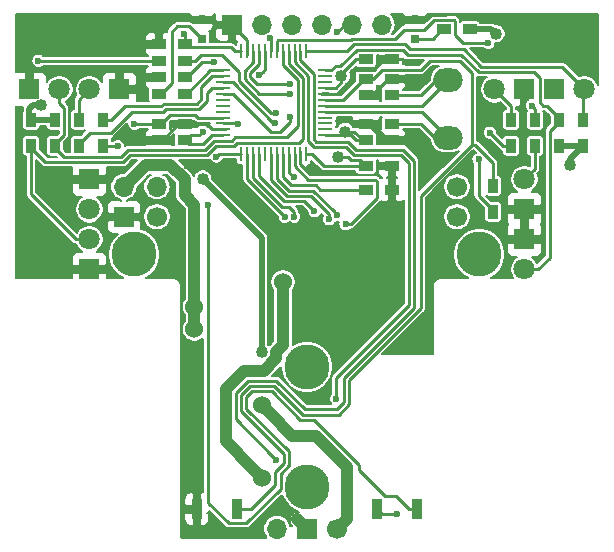
<source format=gbr>
G04 #@! TF.GenerationSoftware,KiCad,Pcbnew,5.1.4-e60b266~84~ubuntu18.04.1*
G04 #@! TF.CreationDate,2019-08-11T22:19:42+02:00*
G04 #@! TF.ProjectId,rat_board,7261745f-626f-4617-9264-2e6b69636164,rev?*
G04 #@! TF.SameCoordinates,Original*
G04 #@! TF.FileFunction,Copper,L1,Top*
G04 #@! TF.FilePolarity,Positive*
%FSLAX46Y46*%
G04 Gerber Fmt 4.6, Leading zero omitted, Abs format (unit mm)*
G04 Created by KiCad (PCBNEW 5.1.4-e60b266~84~ubuntu18.04.1) date 2019-08-11 22:19:42*
%MOMM*%
%LPD*%
G04 APERTURE LIST*
%ADD10O,1.700000X1.700000*%
%ADD11R,1.700000X1.700000*%
%ADD12C,1.700000*%
%ADD13R,1.200000X0.900000*%
%ADD14C,3.800000*%
%ADD15R,1.800000X1.800000*%
%ADD16C,1.800000*%
%ADD17O,2.499360X1.998980*%
%ADD18R,0.900000X1.200000*%
%ADD19R,0.800000X0.800000*%
%ADD20R,1.300000X0.250000*%
%ADD21R,0.250000X1.300000*%
%ADD22R,0.900000X1.700000*%
%ADD23C,0.600000*%
%ADD24C,1.016000*%
%ADD25C,1.524000*%
%ADD26C,0.508000*%
%ADD27C,0.250000*%
%ADD28C,0.254000*%
%ADD29C,1.016000*%
%ADD30C,0.203200*%
G04 APERTURE END LIST*
D10*
X227330000Y-85344000D03*
X224790000Y-85344000D03*
X222250000Y-85344000D03*
X219710000Y-85344000D03*
X217170000Y-85344000D03*
D11*
X214630000Y-85344000D03*
D10*
X218440000Y-128016000D03*
D11*
X220980000Y-128016000D03*
D12*
X223520000Y-128016000D03*
D10*
X205486000Y-99060000D03*
D11*
X205486000Y-101600000D03*
D12*
X208280000Y-101600000D03*
D10*
X208280000Y-99060000D03*
D12*
X233680000Y-101600000D03*
X233680000Y-99060000D03*
D13*
X210650000Y-88392000D03*
X208450000Y-88392000D03*
D14*
X235585000Y-104775000D03*
X206375000Y-104775000D03*
X220980000Y-124460000D03*
X220980000Y-114300000D03*
D13*
X225976000Y-89916000D03*
X228176000Y-89916000D03*
X225976000Y-88265000D03*
X228176000Y-88265000D03*
X225976000Y-95123000D03*
X228176000Y-95123000D03*
X210650000Y-86995000D03*
X208450000Y-86995000D03*
X210650000Y-95123000D03*
X208450000Y-95123000D03*
X225976000Y-97282000D03*
X228176000Y-97282000D03*
X228176000Y-93726000D03*
X225976000Y-93726000D03*
X228176000Y-91313000D03*
X225976000Y-91313000D03*
D15*
X205105000Y-90805000D03*
D16*
X202565000Y-90805000D03*
D13*
X225976000Y-99314000D03*
X228176000Y-99314000D03*
D17*
X232918000Y-94896940D03*
X232918000Y-90015060D03*
D18*
X242316000Y-93388000D03*
X242316000Y-95588000D03*
X199644000Y-95588000D03*
X199644000Y-93388000D03*
X240284000Y-95588000D03*
X240284000Y-93388000D03*
X201676000Y-93388000D03*
X201676000Y-95588000D03*
X244348000Y-93388000D03*
X244348000Y-95588000D03*
X197612000Y-95588000D03*
X197612000Y-93388000D03*
X238252000Y-93388000D03*
X238252000Y-95588000D03*
X203708000Y-95588000D03*
X203708000Y-93388000D03*
D16*
X239395000Y-106045000D03*
D15*
X239395000Y-103505000D03*
D16*
X200025000Y-90805000D03*
D15*
X197485000Y-90805000D03*
D16*
X244475000Y-90805000D03*
D15*
X241935000Y-90805000D03*
D16*
X202565000Y-103505000D03*
D15*
X202565000Y-106045000D03*
X239395000Y-100965000D03*
D16*
X239395000Y-98425000D03*
D15*
X239395000Y-90805000D03*
D16*
X236855000Y-90805000D03*
D15*
X202565000Y-98425000D03*
D16*
X202565000Y-100965000D03*
D19*
X212090000Y-86525000D03*
X212090000Y-84925000D03*
X230124000Y-86525000D03*
X230124000Y-84925000D03*
D20*
X222536000Y-94698000D03*
X222536000Y-94198000D03*
X222536000Y-93698000D03*
X222536000Y-93198000D03*
X222536000Y-92698000D03*
X222536000Y-92198000D03*
X222536000Y-91698000D03*
X222536000Y-91198000D03*
X222536000Y-90698000D03*
X222536000Y-90198000D03*
X222536000Y-89698000D03*
X222536000Y-89198000D03*
D21*
X220936000Y-87598000D03*
X220436000Y-87598000D03*
X219936000Y-87598000D03*
X219436000Y-87598000D03*
X218936000Y-87598000D03*
X218436000Y-87598000D03*
X217936000Y-87598000D03*
X217436000Y-87598000D03*
X216936000Y-87598000D03*
X216436000Y-87598000D03*
X215936000Y-87598000D03*
X215436000Y-87598000D03*
D20*
X213836000Y-89198000D03*
X213836000Y-89698000D03*
X213836000Y-90198000D03*
X213836000Y-90698000D03*
X213836000Y-91198000D03*
X213836000Y-91698000D03*
X213836000Y-92198000D03*
X213836000Y-92698000D03*
X213836000Y-93198000D03*
X213836000Y-93698000D03*
X213836000Y-94198000D03*
X213836000Y-94698000D03*
D21*
X215436000Y-96298000D03*
X215936000Y-96298000D03*
X216436000Y-96298000D03*
X216936000Y-96298000D03*
X217436000Y-96298000D03*
X217936000Y-96298000D03*
X218436000Y-96298000D03*
X218936000Y-96298000D03*
X219436000Y-96298000D03*
X219936000Y-96298000D03*
X220436000Y-96298000D03*
X220936000Y-96298000D03*
D13*
X234780000Y-85725000D03*
X232580000Y-85725000D03*
X210650000Y-91186000D03*
X208450000Y-91186000D03*
D18*
X236728000Y-101176000D03*
X236728000Y-98976000D03*
D13*
X210650000Y-93726000D03*
X208450000Y-93726000D03*
X208450000Y-89789000D03*
X210650000Y-89789000D03*
D22*
X215060000Y-126365000D03*
X211660000Y-126365000D03*
X226900000Y-126365000D03*
X230300000Y-126365000D03*
D23*
X212598000Y-128524000D03*
X213614000Y-128524000D03*
X213106000Y-127508000D03*
X205994000Y-85344000D03*
X205994000Y-86360000D03*
X207010000Y-86360000D03*
X207010000Y-85344000D03*
X208026000Y-85344000D03*
X230632000Y-110744000D03*
X230632000Y-111760000D03*
X229616000Y-111760000D03*
X230632000Y-112776000D03*
X229616000Y-112776000D03*
X228600000Y-112776000D03*
D24*
X198501000Y-92151200D03*
D23*
X212140800Y-94386400D03*
D24*
X212164210Y-98399600D03*
D23*
X228600000Y-126771400D03*
D24*
X217149936Y-113017291D03*
X224209884Y-94390484D03*
X223647000Y-96520000D03*
X243260880Y-97180400D03*
D23*
X235511340Y-96725740D03*
X210565970Y-86101210D03*
D24*
X223897212Y-89667348D03*
X236982000Y-86106000D03*
D23*
X206248000Y-95123000D03*
X243205000Y-85471000D03*
X220980000Y-105410000D03*
X210820000Y-123190000D03*
X210820000Y-121920000D03*
X210820000Y-124389589D03*
X221995990Y-105410000D03*
X220980000Y-106426000D03*
X221996000Y-106426000D03*
X210820000Y-97282000D03*
X245110000Y-88392000D03*
X245110000Y-89281000D03*
X244094000Y-89281000D03*
X244094000Y-88392000D03*
X243078000Y-88392000D03*
X227076000Y-90678000D03*
X226822000Y-110490000D03*
X226822000Y-109474000D03*
X227838000Y-109474000D03*
X225806000Y-110490000D03*
X225806000Y-111506000D03*
X227838000Y-108458000D03*
X230886000Y-98298000D03*
X230886000Y-97282000D03*
X231902000Y-97282000D03*
X230886000Y-96266000D03*
X229108000Y-85090000D03*
X229314453Y-88509589D03*
D25*
X211455000Y-111125000D03*
X211455000Y-109220000D03*
X217143252Y-117570990D03*
D23*
X236337034Y-86884824D03*
X223454579Y-117019865D03*
X213300630Y-96503669D03*
X215112886Y-93700310D03*
X212598000Y-100584000D03*
X206375000Y-93726000D03*
X213106000Y-88519000D03*
X216923682Y-89608687D03*
X219864365Y-98270627D03*
X219100703Y-101600070D03*
X219900714Y-101599515D03*
X221615000Y-101128480D03*
X223563955Y-101423210D03*
X222854827Y-101800421D03*
X224257764Y-102235000D03*
X219569956Y-91170256D03*
X223560995Y-85987129D03*
X219569914Y-90367045D03*
X218370603Y-92834254D03*
X217884783Y-86493018D03*
X218363798Y-122148600D03*
X198247000Y-88392000D03*
X204978000Y-95631000D03*
X236474000Y-94488000D03*
X218308210Y-93635028D03*
X240030000Y-92205002D03*
X219569956Y-93137879D03*
D25*
X218948000Y-107111800D03*
X217208376Y-123672600D03*
D26*
X197782580Y-92151200D02*
X197459600Y-92474180D01*
X198501000Y-92151200D02*
X197782580Y-92151200D01*
X197459600Y-93235600D02*
X197612000Y-93388000D01*
X197459600Y-92474180D02*
X197459600Y-93235600D01*
X197612000Y-93388000D02*
X199644000Y-93388000D01*
D27*
X212936000Y-94698000D02*
X213836000Y-94698000D01*
X212180800Y-95453200D02*
X212936000Y-94698000D01*
X210650000Y-95123000D02*
X210980200Y-95453200D01*
X210980200Y-95453200D02*
X212180800Y-95453200D01*
X211861400Y-94665800D02*
X212140800Y-94386400D01*
X211201000Y-94665800D02*
X211861400Y-94665800D01*
X210650000Y-95123000D02*
X210743800Y-95123000D01*
X210743800Y-95123000D02*
X211201000Y-94665800D01*
X214928200Y-87598000D02*
X215436000Y-87598000D01*
X214579200Y-87249000D02*
X214928200Y-87598000D01*
D28*
X227306400Y-126771400D02*
X226900000Y-126365000D01*
X228600000Y-126771400D02*
X227306400Y-126771400D01*
D26*
X217149936Y-103385326D02*
X217149936Y-112298871D01*
X217149936Y-112298871D02*
X217149936Y-113017291D01*
X212164210Y-98399600D02*
X217149936Y-103385326D01*
D27*
X225126000Y-97282000D02*
X225976000Y-97282000D01*
X220936000Y-96298000D02*
X221433740Y-96298000D01*
X222417740Y-97282000D02*
X225126000Y-97282000D01*
X221433740Y-96298000D02*
X222417740Y-97282000D01*
X225976000Y-95123000D02*
X225704400Y-95123000D01*
X224971884Y-94390484D02*
X224209884Y-94390484D01*
X225704400Y-95123000D02*
X224971884Y-94390484D01*
X210908201Y-87253201D02*
X210650000Y-86995000D01*
X214579200Y-87249000D02*
X214574999Y-87253201D01*
X214574999Y-87253201D02*
X210908201Y-87253201D01*
X225126000Y-95123000D02*
X224701000Y-94698000D01*
X223436000Y-94698000D02*
X222536000Y-94698000D01*
X224701000Y-94698000D02*
X223436000Y-94698000D01*
X225976000Y-95123000D02*
X225126000Y-95123000D01*
X224450365Y-96520000D02*
X223647000Y-96520000D01*
X224737987Y-96807623D02*
X224450365Y-96520000D01*
X225501616Y-96807623D02*
X224737987Y-96807623D01*
X225540192Y-96846202D02*
X225501616Y-96807623D01*
X225540202Y-96846203D02*
X225540192Y-96846202D01*
X225976000Y-97282000D02*
X225540202Y-96846203D01*
D26*
X243260880Y-96675120D02*
X244348000Y-95588000D01*
X243260880Y-97180400D02*
X243260880Y-96675120D01*
X244348000Y-95588000D02*
X242316000Y-95588000D01*
D28*
X235511340Y-99809340D02*
X235511340Y-96725740D01*
X236728000Y-101026000D02*
X235511340Y-99809340D01*
X236728000Y-101176000D02*
X236728000Y-101026000D01*
D27*
X210650000Y-86185240D02*
X210565970Y-86101210D01*
X210650000Y-86995000D02*
X210650000Y-86185240D01*
D28*
X223897212Y-89489788D02*
X223897212Y-89667348D01*
X223897212Y-90206151D02*
X223897212Y-89667348D01*
X223405363Y-90698000D02*
X223897212Y-90206151D01*
X225976000Y-88265000D02*
X225122000Y-88265000D01*
X222536000Y-90698000D02*
X223405363Y-90698000D01*
X225122000Y-88265000D02*
X223897212Y-89489788D01*
D26*
X236601000Y-85725000D02*
X236982000Y-86106000D01*
X234780000Y-85725000D02*
X236601000Y-85725000D01*
D27*
X208450000Y-95123000D02*
X206248000Y-95123000D01*
X212970238Y-94198000D02*
X213836000Y-94198000D01*
X210650000Y-93726000D02*
X212498238Y-93726000D01*
X212498238Y-93726000D02*
X212970238Y-94198000D01*
X208450000Y-95123000D02*
X208737200Y-95123000D01*
X210134200Y-93726000D02*
X210650000Y-93726000D01*
X208737200Y-95123000D02*
X210134200Y-93726000D01*
X210820000Y-123190000D02*
X210820000Y-121920000D01*
X211660000Y-125229589D02*
X211119999Y-124689588D01*
X211119999Y-124689588D02*
X210820000Y-124389589D01*
X211660000Y-126365000D02*
X211660000Y-125229589D01*
X215936000Y-86650000D02*
X215936000Y-87598000D01*
X214630000Y-85344000D02*
X215936000Y-86650000D01*
X221995990Y-106425990D02*
X221996000Y-106426000D01*
X227545301Y-88265000D02*
X226672502Y-89137799D01*
X223436000Y-91198000D02*
X222536000Y-91198000D01*
X223549127Y-91198000D02*
X223436000Y-91198000D01*
X228176000Y-88265000D02*
X227545301Y-88265000D01*
X226672502Y-89137799D02*
X225113439Y-89137799D01*
X224790000Y-89957127D02*
X223549127Y-91198000D01*
X224790000Y-89461238D02*
X224790000Y-89957127D01*
X225113439Y-89137799D02*
X224790000Y-89461238D01*
X225976000Y-91313000D02*
X226441000Y-91313000D01*
X226441000Y-91313000D02*
X227076000Y-90678000D01*
X227838000Y-89916000D02*
X228176000Y-89916000D01*
X227076000Y-90678000D02*
X227838000Y-89916000D01*
D29*
X220980000Y-128016000D02*
X220130001Y-127166001D01*
D26*
X227711000Y-95123000D02*
X228176000Y-95123000D01*
X226441000Y-93853000D02*
X227711000Y-95123000D01*
D27*
X226314000Y-93726000D02*
X226441000Y-93853000D01*
X225976000Y-93726000D02*
X226314000Y-93726000D01*
D28*
X231438474Y-84582000D02*
X231528885Y-84491589D01*
X231528885Y-84491589D02*
X232791000Y-84491589D01*
X231375000Y-84582000D02*
X231438474Y-84582000D01*
X231032000Y-84925000D02*
X231375000Y-84582000D01*
D27*
X230213000Y-85090000D02*
X230378000Y-84925000D01*
X229959000Y-85090000D02*
X230124000Y-84925000D01*
X229108000Y-85090000D02*
X229959000Y-85090000D01*
X231032000Y-84925000D02*
X230124000Y-84925000D01*
X220436000Y-97163762D02*
X221214638Y-97942400D01*
X220436000Y-96298000D02*
X220436000Y-97163762D01*
X221214638Y-97942400D02*
X222402400Y-97942400D01*
X229069864Y-88265000D02*
X229314453Y-88509589D01*
X228176000Y-88265000D02*
X229069864Y-88265000D01*
D29*
X209429733Y-97216023D02*
X210616799Y-98403089D01*
X207329977Y-97216023D02*
X209429733Y-97216023D01*
X205486000Y-99060000D02*
X207329977Y-97216023D01*
X211455000Y-100605338D02*
X211455000Y-110047370D01*
X210616799Y-99767137D02*
X211455000Y-100605338D01*
X211455000Y-110047370D02*
X211455000Y-111125000D01*
X210616799Y-98403089D02*
X210616799Y-99767137D01*
X221741999Y-120141999D02*
X219714261Y-120141999D01*
X223520000Y-128016000D02*
X224369999Y-127166001D01*
X224369999Y-122769999D02*
X221741999Y-120141999D01*
X224369999Y-127166001D02*
X224369999Y-122769999D01*
X219714261Y-120141999D02*
X217905251Y-118332989D01*
X217905251Y-118332989D02*
X217143252Y-117570990D01*
D27*
X236728000Y-97012660D02*
X235219340Y-95504000D01*
X235219340Y-95504000D02*
X234950000Y-95504000D01*
X236728000Y-98976000D02*
X236728000Y-97012660D01*
X223436000Y-91698000D02*
X222536000Y-91698000D01*
X224044000Y-91698000D02*
X223436000Y-91698000D01*
X225976000Y-89916000D02*
X225826000Y-89916000D01*
X225826000Y-89916000D02*
X224044000Y-91698000D01*
X227346201Y-89137799D02*
X226568000Y-89916000D01*
X234950000Y-89408000D02*
X233934000Y-88392000D01*
X234950000Y-95504000D02*
X234950000Y-89408000D01*
X226568000Y-89916000D02*
X225976000Y-89916000D01*
X230648201Y-89137799D02*
X227346201Y-89137799D01*
X233934000Y-88392000D02*
X231394000Y-88392000D01*
X231394000Y-88392000D02*
X230648201Y-89137799D01*
X215060000Y-126365000D02*
X216243498Y-126365000D01*
X220610922Y-118344587D02*
X223674569Y-118344587D01*
X223674569Y-118344587D02*
X224536000Y-117483156D01*
X219042802Y-121653267D02*
X215411422Y-118021887D01*
X224536000Y-115454872D02*
X230632000Y-109358872D01*
X230632000Y-99822000D02*
X234950000Y-95504000D01*
X224536000Y-117483156D02*
X224536000Y-115454872D01*
X218197925Y-115931588D02*
X220610922Y-118344587D01*
X216167475Y-115931588D02*
X218197925Y-115931588D01*
X215411422Y-116687641D02*
X216167475Y-115931588D01*
X215411422Y-118021887D02*
X215411422Y-116687641D01*
X218298588Y-124309910D02*
X218298588Y-123194352D01*
X219042802Y-122450138D02*
X219042802Y-121653267D01*
X218298588Y-123194352D02*
X219042802Y-122450138D01*
X216243498Y-126365000D02*
X218298588Y-124309910D01*
X230632000Y-109358872D02*
X230632000Y-99822000D01*
X222536000Y-92698000D02*
X230719060Y-92698000D01*
X230719060Y-92698000D02*
X232918000Y-94896940D01*
X231802940Y-94896940D02*
X232918000Y-94896940D01*
X228176000Y-93726000D02*
X230632000Y-93726000D01*
X230632000Y-93726000D02*
X231802940Y-94896940D01*
X208600000Y-91186000D02*
X209550000Y-90236000D01*
X208450000Y-91186000D02*
X208600000Y-91186000D01*
X209550000Y-90236000D02*
X209550000Y-85938262D01*
D28*
X211036000Y-85471000D02*
X212090000Y-86525000D01*
X210017262Y-85471000D02*
X211036000Y-85471000D01*
D27*
X209550000Y-85938262D02*
X210017262Y-85471000D01*
X222536000Y-92198000D02*
X230735060Y-92198000D01*
X230735060Y-92198000D02*
X232918000Y-90015060D01*
X231929940Y-90015060D02*
X232918000Y-90015060D01*
X228176000Y-91313000D02*
X230632000Y-91313000D01*
X230632000Y-91313000D02*
X231929940Y-90015060D01*
X233442561Y-84946799D02*
X233508201Y-85012439D01*
X230867439Y-85796799D02*
X231717439Y-84946799D01*
X224772919Y-86539789D02*
X228464449Y-86539789D01*
X221649436Y-86619799D02*
X221650706Y-86618529D01*
X231717439Y-84946799D02*
X233442561Y-84946799D01*
X229207439Y-85796799D02*
X230867439Y-85796799D01*
X228464449Y-86539789D02*
X229207439Y-85796799D01*
X224694179Y-86618529D02*
X224772919Y-86539789D01*
X218482799Y-87551201D02*
X218482799Y-86685439D01*
X221650706Y-86618529D02*
X224694179Y-86618529D01*
X218548439Y-86619799D02*
X221649436Y-86619799D01*
X233508201Y-86205124D02*
X234187901Y-86884824D01*
X218436000Y-87598000D02*
X218482799Y-87551201D01*
X218482799Y-86685439D02*
X218548439Y-86619799D01*
X233508201Y-85012439D02*
X233508201Y-86205124D01*
X234187901Y-86884824D02*
X235912770Y-86884824D01*
X235912770Y-86884824D02*
X236337034Y-86884824D01*
X200419001Y-94662999D02*
X199644000Y-95438000D01*
X200419001Y-92349001D02*
X200419001Y-94662999D01*
X199644000Y-95438000D02*
X199644000Y-95588000D01*
X200025000Y-91955000D02*
X200419001Y-92349001D01*
X200025000Y-90805000D02*
X200025000Y-91955000D01*
X212348336Y-95926601D02*
X205825399Y-95926601D01*
X220198166Y-93922354D02*
X219253932Y-94866588D01*
X214906562Y-94866588D02*
X214610389Y-95162761D01*
X220198166Y-90048360D02*
X220198166Y-93922354D01*
X213112176Y-95162761D02*
X212348336Y-95926601D01*
X199644000Y-95738000D02*
X199644000Y-95588000D01*
X219253932Y-94866588D02*
X214906562Y-94866588D01*
X205235799Y-96516201D02*
X200422201Y-96516201D01*
X218936000Y-87598000D02*
X218936000Y-88786194D01*
X200422201Y-96516201D02*
X199644000Y-95738000D01*
X214610389Y-95162761D02*
X213112176Y-95162761D01*
X218936000Y-88786194D02*
X220198166Y-90048360D01*
X205825399Y-95926601D02*
X205235799Y-96516201D01*
X197612000Y-96438000D02*
X197612000Y-95588000D01*
X197612000Y-99702000D02*
X197612000Y-96438000D01*
X201415000Y-103505000D02*
X197612000Y-99702000D01*
X202565000Y-103505000D02*
X201415000Y-103505000D01*
X198843412Y-96969412D02*
X197612000Y-95738000D01*
X219436000Y-88645257D02*
X220651377Y-89860634D01*
X219436000Y-87598000D02*
X219436000Y-88645257D01*
X220321879Y-95319799D02*
X215094288Y-95319799D01*
X197612000Y-95738000D02*
X197612000Y-95588000D01*
X220651377Y-94990301D02*
X220321879Y-95319799D01*
X205442988Y-96969412D02*
X198843412Y-96969412D01*
X206032588Y-96379812D02*
X205442988Y-96969412D01*
X215094288Y-95319799D02*
X214798115Y-95615972D01*
X213299902Y-95615972D02*
X212536062Y-96379812D01*
X212536062Y-96379812D02*
X206032588Y-96379812D01*
X220651377Y-89860634D02*
X220651377Y-94990301D01*
X214798115Y-95615972D02*
X213299902Y-95615972D01*
X223454579Y-116595601D02*
X223454579Y-117019865D01*
X224925713Y-96354412D02*
X228942412Y-96354412D01*
X221104588Y-95202723D02*
X221585663Y-95683798D01*
X219936000Y-88504320D02*
X221104588Y-89672908D01*
X229612801Y-97024801D02*
X229612801Y-109096199D01*
X228942412Y-96354412D02*
X229612801Y-97024801D01*
X229612801Y-109096199D02*
X223454579Y-115254421D01*
X224255099Y-95683798D02*
X224925713Y-96354412D01*
X223454579Y-115254421D02*
X223454579Y-116595601D01*
X221104588Y-89672908D02*
X221104588Y-95202723D01*
X221585663Y-95683798D02*
X224255099Y-95683798D01*
X219936000Y-87598000D02*
X219936000Y-88504320D01*
X215436000Y-96298000D02*
X213506299Y-96298000D01*
X213506299Y-96298000D02*
X213300630Y-96503669D01*
X213836000Y-93698000D02*
X215110576Y-93698000D01*
X215110576Y-93698000D02*
X215112886Y-93700310D01*
X213836000Y-89198000D02*
X212935000Y-89198000D01*
X212936000Y-89198000D02*
X213836000Y-89198000D01*
X212788000Y-89198000D02*
X212936000Y-89198000D01*
X210650000Y-91186000D02*
X210800000Y-91186000D01*
X210800000Y-91186000D02*
X212788000Y-89198000D01*
X208450000Y-93726000D02*
X208788000Y-93726000D01*
X208600000Y-93726000D02*
X208450000Y-93726000D01*
X209378201Y-92947799D02*
X208600000Y-93726000D01*
X211762762Y-93198000D02*
X211512561Y-92947799D01*
X213836000Y-93198000D02*
X211762762Y-93198000D01*
X211512561Y-92947799D02*
X209378201Y-92947799D01*
X208450000Y-93726000D02*
X206375000Y-93726000D01*
X228500000Y-125265000D02*
X229600000Y-126365000D01*
X227600131Y-125265000D02*
X228500000Y-125265000D01*
X225372211Y-123037080D02*
X227600131Y-125265000D01*
X225372211Y-122589631D02*
X225372211Y-123037080D01*
X221580378Y-118797798D02*
X225372211Y-122589631D01*
X220423196Y-118797798D02*
X221580378Y-118797798D01*
X219496013Y-121465541D02*
X215864633Y-117834161D01*
X218751799Y-123382078D02*
X219496013Y-122637864D01*
X215864799Y-127543201D02*
X218751799Y-124656201D01*
X214347439Y-127543201D02*
X215864799Y-127543201D01*
X215864633Y-116875367D02*
X216355201Y-116384799D01*
X212598000Y-100584000D02*
X212598000Y-125793762D01*
X216355201Y-116384799D02*
X218010199Y-116384799D01*
X215864633Y-117834161D02*
X215864633Y-116875367D01*
X218751799Y-124656201D02*
X218751799Y-123382078D01*
X229600000Y-126365000D02*
X230300000Y-126365000D01*
X219496013Y-122637864D02*
X219496013Y-121465541D01*
X218010199Y-116384799D02*
X220423196Y-118797798D01*
X212598000Y-125793762D02*
X214347439Y-127543201D01*
X213106000Y-88519000D02*
X212324000Y-88519000D01*
X212070000Y-88519000D02*
X212324000Y-88519000D01*
X210650000Y-89789000D02*
X210800000Y-89789000D01*
X210800000Y-89789000D02*
X212070000Y-88519000D01*
X217223681Y-89308688D02*
X216923682Y-89608687D01*
X217436000Y-89096369D02*
X217223681Y-89308688D01*
X217436000Y-87598000D02*
X217436000Y-89096369D01*
X218936000Y-98230687D02*
X219631514Y-98926201D01*
X219631514Y-98926201D02*
X221707883Y-98926201D01*
X221707883Y-98926201D02*
X222095682Y-99314000D01*
X218936000Y-96298000D02*
X218936000Y-98230687D01*
X225126000Y-99314000D02*
X225976000Y-99314000D01*
X222095682Y-99314000D02*
X225126000Y-99314000D01*
X219436000Y-96298000D02*
X219436000Y-97842262D01*
X219436000Y-97842262D02*
X219564366Y-97970628D01*
X219564366Y-97970628D02*
X219864365Y-98270627D01*
X215936000Y-98435367D02*
X219100703Y-101600070D01*
X215936000Y-96298000D02*
X215936000Y-98435367D01*
X219464508Y-100739045D02*
X219900714Y-101175251D01*
X216436000Y-98294431D02*
X218880614Y-100739045D01*
X218880614Y-100739045D02*
X219464508Y-100739045D01*
X219900714Y-101175251D02*
X219900714Y-101599515D01*
X216436000Y-96298000D02*
X216436000Y-98294431D01*
X221315001Y-100828481D02*
X221615000Y-101128480D01*
X220772354Y-100285834D02*
X221315001Y-100828481D01*
X219068339Y-100285834D02*
X220772354Y-100285834D01*
X216936000Y-98153495D02*
X219068339Y-100285834D01*
X216936000Y-96298000D02*
X216936000Y-98153495D01*
X218436000Y-96298000D02*
X218436000Y-98371623D01*
X223263956Y-101123211D02*
X223563955Y-101423210D01*
X219443789Y-99379412D02*
X221520157Y-99379412D01*
X221520157Y-99379412D02*
X223263956Y-101123211D01*
X218436000Y-98371623D02*
X219443789Y-99379412D01*
X222854827Y-101376157D02*
X222854827Y-101800421D01*
X221311293Y-99832623D02*
X222854827Y-101376157D01*
X219256064Y-99832623D02*
X221311293Y-99832623D01*
X217936000Y-96298000D02*
X217936000Y-98512559D01*
X217936000Y-98512559D02*
X219256064Y-99832623D01*
X226775752Y-98472990D02*
X226904201Y-98601439D01*
X224682028Y-102235000D02*
X224257764Y-102235000D01*
X219936000Y-96298000D02*
X219936000Y-97311127D01*
X219936000Y-97311127D02*
X221097863Y-98472990D01*
X221097863Y-98472990D02*
X226775752Y-98472990D01*
X226904201Y-98601439D02*
X226904201Y-100012827D01*
X226904201Y-100012827D02*
X224682028Y-102235000D01*
X216436000Y-88498000D02*
X215720623Y-89213377D01*
X216955890Y-91170256D02*
X219145692Y-91170256D01*
X219145692Y-91170256D02*
X219569956Y-91170256D01*
X215720623Y-89934989D02*
X216955890Y-91170256D01*
X215720623Y-89213377D02*
X215720623Y-89934989D01*
X216436000Y-87598000D02*
X216436000Y-88498000D01*
X216936000Y-87598000D02*
X216936000Y-88666375D01*
X216793615Y-90367045D02*
X219145650Y-90367045D01*
X216173834Y-89747264D02*
X216793615Y-90367045D01*
X216936000Y-88666375D02*
X216173834Y-89428541D01*
X219145650Y-90367045D02*
X219569914Y-90367045D01*
X216173834Y-89428541D02*
X216173834Y-89747264D01*
X224204124Y-85344000D02*
X223560995Y-85987129D01*
X224790000Y-85344000D02*
X224204124Y-85344000D01*
X231630000Y-86525000D02*
X232430000Y-85725000D01*
X232430000Y-85725000D02*
X232580000Y-85725000D01*
X230124000Y-86525000D02*
X231630000Y-86525000D01*
X211500000Y-88392000D02*
X212001201Y-87890799D01*
X210650000Y-88392000D02*
X211500000Y-88392000D01*
X212001201Y-87890799D02*
X213797237Y-87890799D01*
X213797237Y-87890799D02*
X215267412Y-89360974D01*
X217978952Y-92834254D02*
X218370603Y-92834254D01*
X215267412Y-89360974D02*
X215267412Y-90122714D01*
X215267412Y-90122714D02*
X217978952Y-92834254D01*
X217936000Y-87598000D02*
X217936000Y-86544235D01*
X217936000Y-86544235D02*
X217884783Y-86493018D01*
X224442825Y-95230587D02*
X225113439Y-95901201D01*
X225113439Y-95901201D02*
X229130138Y-95901201D01*
X214958211Y-116499915D02*
X214958211Y-118743013D01*
X221773389Y-95230587D02*
X224442825Y-95230587D01*
X221557799Y-89485182D02*
X221557799Y-95014997D01*
X230066012Y-96837075D02*
X230066012Y-109283924D01*
X229130138Y-95901201D02*
X230066012Y-96837075D01*
X224082789Y-115267146D02*
X224082789Y-117295430D01*
X224082789Y-117295430D02*
X223486843Y-117891376D01*
X223486843Y-117891376D02*
X220798648Y-117891376D01*
X215979749Y-115478377D02*
X214958211Y-116499915D01*
X221557799Y-95014997D02*
X221773389Y-95230587D01*
X220436000Y-87598000D02*
X220436000Y-88363383D01*
X220436000Y-88363383D02*
X221557799Y-89485182D01*
X230066012Y-109283924D02*
X224082789Y-115267146D01*
X220798648Y-117891376D02*
X218385651Y-115478377D01*
X214958211Y-118743013D02*
X218063799Y-121848601D01*
X218385651Y-115478377D02*
X215979749Y-115478377D01*
X218063799Y-121848601D02*
X218363798Y-122148600D01*
X244348000Y-93388000D02*
X244348000Y-90932000D01*
X244348000Y-90932000D02*
X244475000Y-90805000D01*
D28*
X224358473Y-87598000D02*
X221315000Y-87598000D01*
X229284505Y-86995000D02*
X224961473Y-86995000D01*
X224961473Y-86995000D02*
X224358473Y-87598000D01*
X229715682Y-87426177D02*
X229284505Y-86995000D01*
X221315000Y-87598000D02*
X220936000Y-87598000D01*
X244475000Y-90805000D02*
X242570000Y-88900000D01*
X242570000Y-88900000D02*
X235726702Y-88900000D01*
X235726702Y-88900000D02*
X234252879Y-87426177D01*
X234252879Y-87426177D02*
X229715682Y-87426177D01*
D27*
X239395000Y-106045000D02*
X240545000Y-106045000D01*
X241540999Y-105049001D02*
X241540999Y-94313001D01*
X240545000Y-106045000D02*
X241540999Y-105049001D01*
X241540999Y-94313001D02*
X242316000Y-93538000D01*
X242316000Y-93538000D02*
X242316000Y-93388000D01*
X240222446Y-89355211D02*
X240706799Y-89839564D01*
X223811000Y-88823000D02*
X225183789Y-87450211D01*
X225183789Y-87450211D02*
X229095951Y-87450211D01*
X229095951Y-87450211D02*
X229527128Y-87881388D01*
X234064325Y-87881388D02*
X235538148Y-89355211D01*
X240706799Y-91921219D02*
X240974880Y-92189300D01*
X240974880Y-92189300D02*
X241267300Y-92189300D01*
X242316000Y-93238000D02*
X242316000Y-93388000D01*
X240706799Y-89839564D02*
X240706799Y-91921219D01*
X223061000Y-89198000D02*
X223436000Y-88823000D01*
X223436000Y-88823000D02*
X223811000Y-88823000D01*
X241267300Y-92189300D02*
X242316000Y-93238000D01*
X222536000Y-89198000D02*
X223061000Y-89198000D01*
X235538148Y-89355211D02*
X240222446Y-89355211D01*
X229527128Y-87881388D02*
X234064325Y-87881388D01*
X208450000Y-88392000D02*
X198247000Y-88392000D01*
X203751000Y-95631000D02*
X203708000Y-95588000D01*
X204978000Y-95631000D02*
X203751000Y-95631000D01*
X238252000Y-93388000D02*
X238252000Y-92202000D01*
X238252000Y-92202000D02*
X236855000Y-90805000D01*
X201676000Y-93388000D02*
X201676000Y-91694000D01*
X201676000Y-91694000D02*
X202565000Y-90805000D01*
X240284000Y-95588000D02*
X240284000Y-97536000D01*
X240284000Y-97536000D02*
X239395000Y-98425000D01*
X204408000Y-93388000D02*
X203708000Y-93388000D01*
X205543200Y-92252800D02*
X204408000Y-93388000D01*
X208852749Y-92041377D02*
X208641326Y-92252800D01*
X208641326Y-92252800D02*
X205543200Y-92252800D01*
X212031412Y-90602588D02*
X212031412Y-91642472D01*
X213836000Y-89698000D02*
X212936000Y-89698000D01*
X211632507Y-92041377D02*
X208852749Y-92041377D01*
X212936000Y-89698000D02*
X212031412Y-90602588D01*
X212031412Y-91642472D02*
X211632507Y-92041377D01*
X238252000Y-95588000D02*
X237574000Y-95588000D01*
X237574000Y-95588000D02*
X236474000Y-94488000D01*
X218138790Y-93635028D02*
X218308210Y-93635028D01*
X213836000Y-90198000D02*
X214701762Y-90198000D01*
X214701762Y-90198000D02*
X218138790Y-93635028D01*
X206146400Y-92710000D02*
X208825063Y-92710000D01*
X202626000Y-94488000D02*
X204368400Y-94488000D01*
X211820233Y-92494588D02*
X212484623Y-91830198D01*
X212936000Y-90698000D02*
X213836000Y-90698000D01*
X212484623Y-91830198D02*
X212484623Y-91149377D01*
X204368400Y-94488000D02*
X206146400Y-92710000D01*
X201676000Y-95438000D02*
X202626000Y-94488000D01*
X201676000Y-95588000D02*
X201676000Y-95438000D01*
X212484623Y-91149377D02*
X212936000Y-90698000D01*
X208825063Y-92710000D02*
X209040475Y-92494588D01*
X209040475Y-92494588D02*
X211820233Y-92494588D01*
X240033002Y-92205002D02*
X240284000Y-92456000D01*
X240284000Y-92456000D02*
X240284000Y-93388000D01*
X240030000Y-92205002D02*
X240033002Y-92205002D01*
X213836000Y-91198000D02*
X214701762Y-91198000D01*
X214701762Y-91198000D02*
X217917139Y-94413377D01*
X219569956Y-93562143D02*
X219569956Y-93137879D01*
X218718722Y-94413377D02*
X219569956Y-93562143D01*
X217917139Y-94413377D02*
X218718722Y-94413377D01*
D29*
X217321879Y-114642166D02*
X215633380Y-114642166D01*
X218948000Y-107111800D02*
X218948000Y-112467422D01*
X218368790Y-113595256D02*
X217321879Y-114642166D01*
X218948000Y-112467422D02*
X218368790Y-113046632D01*
X216446377Y-122910601D02*
X217208376Y-123672600D01*
X214122000Y-120586224D02*
X216446377Y-122910601D01*
X215633380Y-114642166D02*
X214122000Y-116153546D01*
X218368790Y-113046632D02*
X218368790Y-113595256D01*
X214122000Y-116153546D02*
X214122000Y-120586224D01*
D30*
G36*
X196353664Y-92263495D02*
G01*
X196467066Y-92297895D01*
X196585000Y-92309511D01*
X196926249Y-92307398D01*
X196908886Y-92364637D01*
X196901667Y-92437939D01*
X196898097Y-92474180D01*
X196900800Y-92501622D01*
X196900800Y-92630083D01*
X196879040Y-92670794D01*
X196861611Y-92728249D01*
X196855726Y-92788000D01*
X196855726Y-93988000D01*
X196861611Y-94047751D01*
X196879040Y-94105206D01*
X196907342Y-94158157D01*
X196945432Y-94204568D01*
X196991843Y-94242658D01*
X197044794Y-94270960D01*
X197102249Y-94288389D01*
X197162000Y-94294274D01*
X198062000Y-94294274D01*
X198121751Y-94288389D01*
X198179206Y-94270960D01*
X198232157Y-94242658D01*
X198278568Y-94204568D01*
X198316658Y-94158157D01*
X198344960Y-94105206D01*
X198362389Y-94047751D01*
X198368274Y-93988000D01*
X198368274Y-93946800D01*
X198887726Y-93946800D01*
X198887726Y-93988000D01*
X198893611Y-94047751D01*
X198911040Y-94105206D01*
X198939342Y-94158157D01*
X198977432Y-94204568D01*
X199023843Y-94242658D01*
X199076794Y-94270960D01*
X199134249Y-94288389D01*
X199194000Y-94294274D01*
X199989202Y-94294274D01*
X199989202Y-94484969D01*
X199792445Y-94681726D01*
X199194000Y-94681726D01*
X199134249Y-94687611D01*
X199076794Y-94705040D01*
X199023843Y-94733342D01*
X198977432Y-94771432D01*
X198939342Y-94817843D01*
X198911040Y-94870794D01*
X198893611Y-94928249D01*
X198887726Y-94988000D01*
X198887726Y-96188000D01*
X198893611Y-96247751D01*
X198911040Y-96305206D01*
X198939342Y-96358157D01*
X198977432Y-96404568D01*
X199023843Y-96442658D01*
X199076794Y-96470960D01*
X199134249Y-96488389D01*
X199194000Y-96494274D01*
X199792445Y-96494274D01*
X199837783Y-96539612D01*
X199021441Y-96539612D01*
X198368274Y-95886446D01*
X198368274Y-94988000D01*
X198362389Y-94928249D01*
X198344960Y-94870794D01*
X198316658Y-94817843D01*
X198278568Y-94771432D01*
X198232157Y-94733342D01*
X198179206Y-94705040D01*
X198121751Y-94687611D01*
X198062000Y-94681726D01*
X197162000Y-94681726D01*
X197102249Y-94687611D01*
X197044794Y-94705040D01*
X196991843Y-94733342D01*
X196945432Y-94771432D01*
X196907342Y-94817843D01*
X196879040Y-94870794D01*
X196861611Y-94928249D01*
X196855726Y-94988000D01*
X196855726Y-96188000D01*
X196861611Y-96247751D01*
X196879040Y-96305206D01*
X196907342Y-96358157D01*
X196945432Y-96404568D01*
X196991843Y-96442658D01*
X197044794Y-96470960D01*
X197102249Y-96488389D01*
X197162000Y-96494274D01*
X197182201Y-96494274D01*
X197182200Y-99680893D01*
X197180121Y-99702000D01*
X197182200Y-99723107D01*
X197182200Y-99723108D01*
X197188419Y-99786254D01*
X197211474Y-99862254D01*
X197212996Y-99867272D01*
X197252906Y-99941939D01*
X197257114Y-99947066D01*
X197306615Y-100007385D01*
X197323020Y-100020848D01*
X201096157Y-103793986D01*
X201109615Y-103810385D01*
X201145965Y-103840216D01*
X201175060Y-103864094D01*
X201201069Y-103877995D01*
X201249727Y-103904004D01*
X201330745Y-103928581D01*
X201393891Y-103934800D01*
X201393892Y-103934800D01*
X201414999Y-103936879D01*
X201436106Y-103934800D01*
X201438962Y-103934800D01*
X201497320Y-104075687D01*
X201629170Y-104273016D01*
X201796984Y-104440830D01*
X201948765Y-104542246D01*
X201665000Y-104540489D01*
X201547066Y-104552105D01*
X201433664Y-104586505D01*
X201329152Y-104642367D01*
X201237546Y-104717546D01*
X201162367Y-104809152D01*
X201106505Y-104913664D01*
X201072105Y-105027066D01*
X201060489Y-105145000D01*
X201063400Y-105615200D01*
X201213800Y-105765600D01*
X202285600Y-105765600D01*
X202285600Y-105745600D01*
X202844400Y-105745600D01*
X202844400Y-105765600D01*
X203916200Y-105765600D01*
X204066600Y-105615200D01*
X204069511Y-105145000D01*
X204057895Y-105027066D01*
X204023495Y-104913664D01*
X203967633Y-104809152D01*
X203892454Y-104717546D01*
X203800848Y-104642367D01*
X203696336Y-104586505D01*
X203582934Y-104552105D01*
X203465000Y-104540489D01*
X203181235Y-104542246D01*
X203333016Y-104440830D01*
X203500830Y-104273016D01*
X203632680Y-104075687D01*
X203723501Y-103856427D01*
X203769800Y-103623662D01*
X203769800Y-103386338D01*
X203723501Y-103153573D01*
X203632680Y-102934313D01*
X203500830Y-102736984D01*
X203333016Y-102569170D01*
X203135687Y-102437320D01*
X202916427Y-102346499D01*
X202683662Y-102300200D01*
X202446338Y-102300200D01*
X202213573Y-102346499D01*
X201994313Y-102437320D01*
X201796984Y-102569170D01*
X201629170Y-102736984D01*
X201497320Y-102934313D01*
X201484088Y-102966259D01*
X198041800Y-99523972D01*
X198041800Y-99325000D01*
X201060489Y-99325000D01*
X201072105Y-99442934D01*
X201106505Y-99556336D01*
X201162367Y-99660848D01*
X201237546Y-99752454D01*
X201329152Y-99827633D01*
X201433664Y-99883495D01*
X201547066Y-99917895D01*
X201665000Y-99929511D01*
X201948765Y-99927754D01*
X201796984Y-100029170D01*
X201629170Y-100196984D01*
X201497320Y-100394313D01*
X201406499Y-100613573D01*
X201360200Y-100846338D01*
X201360200Y-101083662D01*
X201406499Y-101316427D01*
X201497320Y-101535687D01*
X201629170Y-101733016D01*
X201796984Y-101900830D01*
X201994313Y-102032680D01*
X202213573Y-102123501D01*
X202446338Y-102169800D01*
X202683662Y-102169800D01*
X202916427Y-102123501D01*
X203135687Y-102032680D01*
X203333016Y-101900830D01*
X203500830Y-101733016D01*
X203632680Y-101535687D01*
X203653152Y-101486262D01*
X207125200Y-101486262D01*
X207125200Y-101713738D01*
X207169578Y-101936843D01*
X207256629Y-102147003D01*
X207383008Y-102336142D01*
X207543858Y-102496992D01*
X207732997Y-102623371D01*
X207943157Y-102710422D01*
X208166262Y-102754800D01*
X208393738Y-102754800D01*
X208616843Y-102710422D01*
X208827003Y-102623371D01*
X209016142Y-102496992D01*
X209176992Y-102336142D01*
X209303371Y-102147003D01*
X209390422Y-101936843D01*
X209434800Y-101713738D01*
X209434800Y-101486262D01*
X209390422Y-101263157D01*
X209303371Y-101052997D01*
X209176992Y-100863858D01*
X209016142Y-100703008D01*
X208827003Y-100576629D01*
X208616843Y-100489578D01*
X208393738Y-100445200D01*
X208166262Y-100445200D01*
X207943157Y-100489578D01*
X207732997Y-100576629D01*
X207543858Y-100703008D01*
X207383008Y-100863858D01*
X207256629Y-101052997D01*
X207169578Y-101263157D01*
X207125200Y-101486262D01*
X203653152Y-101486262D01*
X203723501Y-101316427D01*
X203769800Y-101083662D01*
X203769800Y-100846338D01*
X203723501Y-100613573D01*
X203632680Y-100394313D01*
X203500830Y-100196984D01*
X203333016Y-100029170D01*
X203181235Y-99927754D01*
X203465000Y-99929511D01*
X203582934Y-99917895D01*
X203696336Y-99883495D01*
X203800848Y-99827633D01*
X203892454Y-99752454D01*
X203967633Y-99660848D01*
X204023495Y-99556336D01*
X204057895Y-99442934D01*
X204069511Y-99325000D01*
X204066600Y-98854800D01*
X203916200Y-98704400D01*
X202844400Y-98704400D01*
X202844400Y-98724400D01*
X202285600Y-98724400D01*
X202285600Y-98704400D01*
X201213800Y-98704400D01*
X201063400Y-98854800D01*
X201060489Y-99325000D01*
X198041800Y-99325000D01*
X198041800Y-96775629D01*
X198524569Y-97258398D01*
X198538027Y-97274797D01*
X198554424Y-97288253D01*
X198603472Y-97328506D01*
X198611506Y-97332800D01*
X198678139Y-97368416D01*
X198759157Y-97392993D01*
X198822303Y-97399212D01*
X198822305Y-97399212D01*
X198843412Y-97401291D01*
X198864519Y-97399212D01*
X201074487Y-97399212D01*
X201072105Y-97407066D01*
X201060489Y-97525000D01*
X201063400Y-97995200D01*
X201213800Y-98145600D01*
X202285600Y-98145600D01*
X202285600Y-98125600D01*
X202844400Y-98125600D01*
X202844400Y-98145600D01*
X203916200Y-98145600D01*
X204066600Y-97995200D01*
X204069511Y-97525000D01*
X204057895Y-97407066D01*
X204055513Y-97399212D01*
X205421881Y-97399212D01*
X205442988Y-97401291D01*
X205464095Y-97399212D01*
X205464097Y-97399212D01*
X205527243Y-97392993D01*
X205608261Y-97368416D01*
X205682927Y-97328506D01*
X205748373Y-97274797D01*
X205761835Y-97258393D01*
X206210617Y-96809612D01*
X206586915Y-96809612D01*
X205491328Y-97905200D01*
X205429276Y-97905200D01*
X205259620Y-97921910D01*
X205041939Y-97987942D01*
X204841324Y-98095173D01*
X204665482Y-98239482D01*
X204521173Y-98415324D01*
X204413942Y-98615939D01*
X204347910Y-98833620D01*
X204325613Y-99060000D01*
X204347910Y-99286380D01*
X204413942Y-99504061D01*
X204521173Y-99704676D01*
X204665482Y-99880518D01*
X204841324Y-100024827D01*
X205041939Y-100132058D01*
X205206598Y-100182006D01*
X205206598Y-100298798D01*
X205056200Y-100148400D01*
X204636000Y-100145489D01*
X204518066Y-100157105D01*
X204404664Y-100191505D01*
X204300152Y-100247367D01*
X204208546Y-100322546D01*
X204133367Y-100414152D01*
X204077505Y-100518664D01*
X204043105Y-100632066D01*
X204031489Y-100750000D01*
X204034400Y-101170200D01*
X204184800Y-101320600D01*
X205206600Y-101320600D01*
X205206600Y-101300600D01*
X205765400Y-101300600D01*
X205765400Y-101320600D01*
X206787200Y-101320600D01*
X206937600Y-101170200D01*
X206940511Y-100750000D01*
X206928895Y-100632066D01*
X206894495Y-100518664D01*
X206838633Y-100414152D01*
X206763454Y-100322546D01*
X206671848Y-100247367D01*
X206567336Y-100191505D01*
X206453934Y-100157105D01*
X206336000Y-100145489D01*
X205915800Y-100148400D01*
X205765402Y-100298798D01*
X205765402Y-100182006D01*
X205930061Y-100132058D01*
X206130676Y-100024827D01*
X206306518Y-99880518D01*
X206450827Y-99704676D01*
X206558058Y-99504061D01*
X206624090Y-99286380D01*
X206646387Y-99060000D01*
X206645408Y-99050064D01*
X207666650Y-98028823D01*
X207759456Y-98028823D01*
X207635324Y-98095173D01*
X207459482Y-98239482D01*
X207315173Y-98415324D01*
X207207942Y-98615939D01*
X207141910Y-98833620D01*
X207119613Y-99060000D01*
X207141910Y-99286380D01*
X207207942Y-99504061D01*
X207315173Y-99704676D01*
X207459482Y-99880518D01*
X207635324Y-100024827D01*
X207835939Y-100132058D01*
X208053620Y-100198090D01*
X208223276Y-100214800D01*
X208336724Y-100214800D01*
X208506380Y-100198090D01*
X208724061Y-100132058D01*
X208924676Y-100024827D01*
X209100518Y-99880518D01*
X209244827Y-99704676D01*
X209352058Y-99504061D01*
X209418090Y-99286380D01*
X209440387Y-99060000D01*
X209418090Y-98833620D01*
X209352058Y-98615939D01*
X209244827Y-98415324D01*
X209100518Y-98239482D01*
X208924676Y-98095173D01*
X208800544Y-98028823D01*
X209093061Y-98028823D01*
X209803999Y-98739762D01*
X209804000Y-99727207D01*
X209800067Y-99767137D01*
X209811374Y-99881934D01*
X209815761Y-99926474D01*
X209818092Y-99934157D01*
X209862237Y-100079686D01*
X209937711Y-100220888D01*
X209964786Y-100253879D01*
X210039283Y-100344654D01*
X210070294Y-100370104D01*
X210642200Y-100942011D01*
X210642201Y-108524116D01*
X210626362Y-108539955D01*
X210509614Y-108714681D01*
X210429196Y-108908826D01*
X210388200Y-109114929D01*
X210388200Y-109325071D01*
X210429196Y-109531174D01*
X210509614Y-109725319D01*
X210626362Y-109900045D01*
X210642201Y-109915884D01*
X210642201Y-110007438D01*
X210642200Y-110007448D01*
X210642200Y-110429117D01*
X210626362Y-110444955D01*
X210509614Y-110619681D01*
X210429196Y-110813826D01*
X210388200Y-111019929D01*
X210388200Y-111230071D01*
X210429196Y-111436174D01*
X210509614Y-111630319D01*
X210626362Y-111805045D01*
X210774955Y-111953638D01*
X210949681Y-112070386D01*
X211143826Y-112150804D01*
X211349929Y-112191800D01*
X211560071Y-112191800D01*
X211766174Y-112150804D01*
X211960319Y-112070386D01*
X212135045Y-111953638D01*
X212168200Y-111920483D01*
X212168201Y-124916222D01*
X212110000Y-124910489D01*
X212089800Y-124913400D01*
X211939400Y-125063800D01*
X211939400Y-126085600D01*
X211959400Y-126085600D01*
X211959400Y-126644400D01*
X211939400Y-126644400D01*
X211939400Y-127666200D01*
X212089800Y-127816600D01*
X212110000Y-127819511D01*
X212227934Y-127807895D01*
X212341336Y-127773495D01*
X212445848Y-127717633D01*
X212537454Y-127642454D01*
X212612633Y-127550848D01*
X212668495Y-127446336D01*
X212702895Y-127332934D01*
X212714511Y-127215000D01*
X212711600Y-126794800D01*
X212561202Y-126644402D01*
X212711600Y-126644402D01*
X212711600Y-126515190D01*
X214028596Y-127832187D01*
X214042054Y-127848586D01*
X214078404Y-127878417D01*
X214107499Y-127902295D01*
X214141677Y-127920563D01*
X214182166Y-127942205D01*
X214263184Y-127966782D01*
X214326330Y-127973001D01*
X214326331Y-127973001D01*
X214347438Y-127975080D01*
X214368545Y-127973001D01*
X215843692Y-127973001D01*
X215864799Y-127975080D01*
X215885906Y-127973001D01*
X215885908Y-127973001D01*
X215949054Y-127966782D01*
X216030072Y-127942205D01*
X216104738Y-127902295D01*
X216170184Y-127848586D01*
X216183647Y-127832181D01*
X218875389Y-125140440D01*
X219026132Y-125504364D01*
X219267420Y-125865478D01*
X219574522Y-126172580D01*
X219935636Y-126413868D01*
X220294779Y-126562631D01*
X220130000Y-126561489D01*
X220012066Y-126573105D01*
X219898664Y-126607505D01*
X219794152Y-126663367D01*
X219702546Y-126738546D01*
X219627367Y-126830152D01*
X219571505Y-126934664D01*
X219537105Y-127048066D01*
X219525489Y-127166000D01*
X219528400Y-127586200D01*
X219678798Y-127736598D01*
X219562006Y-127736598D01*
X219512058Y-127571939D01*
X219404827Y-127371324D01*
X219260518Y-127195482D01*
X219084676Y-127051173D01*
X218884061Y-126943942D01*
X218666380Y-126877910D01*
X218496724Y-126861200D01*
X218383276Y-126861200D01*
X218213620Y-126877910D01*
X217995939Y-126943942D01*
X217795324Y-127051173D01*
X217619482Y-127195482D01*
X217475173Y-127371324D01*
X217367942Y-127571939D01*
X217301910Y-127789620D01*
X217279613Y-128016000D01*
X217301910Y-128242380D01*
X217367942Y-128460061D01*
X217475173Y-128660676D01*
X217552746Y-128755200D01*
X210397357Y-128755200D01*
X210371548Y-128752669D01*
X210363427Y-128750217D01*
X210355928Y-128746231D01*
X210349349Y-128740864D01*
X210343940Y-128734326D01*
X210339900Y-128726854D01*
X210337389Y-128718744D01*
X210334800Y-128694108D01*
X210334800Y-127215000D01*
X210605489Y-127215000D01*
X210617105Y-127332934D01*
X210651505Y-127446336D01*
X210707367Y-127550848D01*
X210782546Y-127642454D01*
X210874152Y-127717633D01*
X210978664Y-127773495D01*
X211092066Y-127807895D01*
X211210000Y-127819511D01*
X211230200Y-127816600D01*
X211380600Y-127666200D01*
X211380600Y-126644400D01*
X210758800Y-126644400D01*
X210608400Y-126794800D01*
X210605489Y-127215000D01*
X210334800Y-127215000D01*
X210334800Y-125515000D01*
X210605489Y-125515000D01*
X210608400Y-125935200D01*
X210758800Y-126085600D01*
X211380600Y-126085600D01*
X211380600Y-125063800D01*
X211230200Y-124913400D01*
X211210000Y-124910489D01*
X211092066Y-124922105D01*
X210978664Y-124956505D01*
X210874152Y-125012367D01*
X210782546Y-125087546D01*
X210707367Y-125179152D01*
X210651505Y-125283664D01*
X210617105Y-125397066D01*
X210605489Y-125515000D01*
X210334800Y-125515000D01*
X210334800Y-107492576D01*
X210333312Y-107477469D01*
X210333329Y-107475052D01*
X210332846Y-107470121D01*
X210324686Y-107392483D01*
X210318222Y-107360991D01*
X210312194Y-107329394D01*
X210310764Y-107324659D01*
X210310763Y-107324652D01*
X210310760Y-107324646D01*
X210287678Y-107250076D01*
X210275203Y-107220399D01*
X210263170Y-107190618D01*
X210260845Y-107186243D01*
X210223715Y-107117572D01*
X210205719Y-107090892D01*
X210188124Y-107064005D01*
X210184994Y-107060166D01*
X210135233Y-107000015D01*
X210112407Y-106977348D01*
X210089914Y-106954379D01*
X210086103Y-106951226D01*
X210086099Y-106951222D01*
X210086095Y-106951219D01*
X210025601Y-106901881D01*
X209998791Y-106884069D01*
X209972283Y-106865919D01*
X209967925Y-106863562D01*
X209898996Y-106826912D01*
X209869271Y-106814660D01*
X209839711Y-106801991D01*
X209834978Y-106800526D01*
X209834980Y-106800526D01*
X209834972Y-106800524D01*
X209760244Y-106777962D01*
X209728702Y-106771716D01*
X209697244Y-106765030D01*
X209692317Y-106764511D01*
X209614623Y-106756893D01*
X209614614Y-106756893D01*
X209597424Y-106755200D01*
X207355793Y-106755200D01*
X207419364Y-106728868D01*
X207780478Y-106487580D01*
X208087580Y-106180478D01*
X208328868Y-105819364D01*
X208495071Y-105418116D01*
X208579800Y-104992154D01*
X208579800Y-104557846D01*
X208495071Y-104131884D01*
X208328868Y-103730636D01*
X208087580Y-103369522D01*
X207780478Y-103062420D01*
X207419364Y-102821132D01*
X207018116Y-102654929D01*
X206909084Y-102633241D01*
X206928895Y-102567934D01*
X206940511Y-102450000D01*
X206937600Y-102029800D01*
X206787200Y-101879400D01*
X205765400Y-101879400D01*
X205765400Y-101899400D01*
X205206600Y-101899400D01*
X205206600Y-101879400D01*
X204184800Y-101879400D01*
X204034400Y-102029800D01*
X204031489Y-102450000D01*
X204043105Y-102567934D01*
X204077505Y-102681336D01*
X204133367Y-102785848D01*
X204208546Y-102877454D01*
X204300152Y-102952633D01*
X204404664Y-103008495D01*
X204518066Y-103042895D01*
X204636000Y-103054511D01*
X204984977Y-103052093D01*
X204969522Y-103062420D01*
X204662420Y-103369522D01*
X204421132Y-103730636D01*
X204254929Y-104131884D01*
X204170200Y-104557846D01*
X204170200Y-104992154D01*
X204254929Y-105418116D01*
X204421132Y-105819364D01*
X204662420Y-106180478D01*
X204969522Y-106487580D01*
X205330636Y-106728868D01*
X205394207Y-106755200D01*
X204068336Y-106755200D01*
X204066600Y-106474800D01*
X203916200Y-106324400D01*
X202844400Y-106324400D01*
X202844400Y-106755200D01*
X202285600Y-106755200D01*
X202285600Y-106324400D01*
X201213800Y-106324400D01*
X201063400Y-106474800D01*
X201061664Y-106755200D01*
X196397357Y-106755200D01*
X196371548Y-106752669D01*
X196363427Y-106750217D01*
X196355928Y-106746231D01*
X196349349Y-106740864D01*
X196343940Y-106734326D01*
X196339900Y-106726854D01*
X196337389Y-106718744D01*
X196334800Y-106694108D01*
X196334800Y-92253412D01*
X196353664Y-92263495D01*
X196353664Y-92263495D01*
G37*
X196353664Y-92263495D02*
X196467066Y-92297895D01*
X196585000Y-92309511D01*
X196926249Y-92307398D01*
X196908886Y-92364637D01*
X196901667Y-92437939D01*
X196898097Y-92474180D01*
X196900800Y-92501622D01*
X196900800Y-92630083D01*
X196879040Y-92670794D01*
X196861611Y-92728249D01*
X196855726Y-92788000D01*
X196855726Y-93988000D01*
X196861611Y-94047751D01*
X196879040Y-94105206D01*
X196907342Y-94158157D01*
X196945432Y-94204568D01*
X196991843Y-94242658D01*
X197044794Y-94270960D01*
X197102249Y-94288389D01*
X197162000Y-94294274D01*
X198062000Y-94294274D01*
X198121751Y-94288389D01*
X198179206Y-94270960D01*
X198232157Y-94242658D01*
X198278568Y-94204568D01*
X198316658Y-94158157D01*
X198344960Y-94105206D01*
X198362389Y-94047751D01*
X198368274Y-93988000D01*
X198368274Y-93946800D01*
X198887726Y-93946800D01*
X198887726Y-93988000D01*
X198893611Y-94047751D01*
X198911040Y-94105206D01*
X198939342Y-94158157D01*
X198977432Y-94204568D01*
X199023843Y-94242658D01*
X199076794Y-94270960D01*
X199134249Y-94288389D01*
X199194000Y-94294274D01*
X199989202Y-94294274D01*
X199989202Y-94484969D01*
X199792445Y-94681726D01*
X199194000Y-94681726D01*
X199134249Y-94687611D01*
X199076794Y-94705040D01*
X199023843Y-94733342D01*
X198977432Y-94771432D01*
X198939342Y-94817843D01*
X198911040Y-94870794D01*
X198893611Y-94928249D01*
X198887726Y-94988000D01*
X198887726Y-96188000D01*
X198893611Y-96247751D01*
X198911040Y-96305206D01*
X198939342Y-96358157D01*
X198977432Y-96404568D01*
X199023843Y-96442658D01*
X199076794Y-96470960D01*
X199134249Y-96488389D01*
X199194000Y-96494274D01*
X199792445Y-96494274D01*
X199837783Y-96539612D01*
X199021441Y-96539612D01*
X198368274Y-95886446D01*
X198368274Y-94988000D01*
X198362389Y-94928249D01*
X198344960Y-94870794D01*
X198316658Y-94817843D01*
X198278568Y-94771432D01*
X198232157Y-94733342D01*
X198179206Y-94705040D01*
X198121751Y-94687611D01*
X198062000Y-94681726D01*
X197162000Y-94681726D01*
X197102249Y-94687611D01*
X197044794Y-94705040D01*
X196991843Y-94733342D01*
X196945432Y-94771432D01*
X196907342Y-94817843D01*
X196879040Y-94870794D01*
X196861611Y-94928249D01*
X196855726Y-94988000D01*
X196855726Y-96188000D01*
X196861611Y-96247751D01*
X196879040Y-96305206D01*
X196907342Y-96358157D01*
X196945432Y-96404568D01*
X196991843Y-96442658D01*
X197044794Y-96470960D01*
X197102249Y-96488389D01*
X197162000Y-96494274D01*
X197182201Y-96494274D01*
X197182200Y-99680893D01*
X197180121Y-99702000D01*
X197182200Y-99723107D01*
X197182200Y-99723108D01*
X197188419Y-99786254D01*
X197211474Y-99862254D01*
X197212996Y-99867272D01*
X197252906Y-99941939D01*
X197257114Y-99947066D01*
X197306615Y-100007385D01*
X197323020Y-100020848D01*
X201096157Y-103793986D01*
X201109615Y-103810385D01*
X201145965Y-103840216D01*
X201175060Y-103864094D01*
X201201069Y-103877995D01*
X201249727Y-103904004D01*
X201330745Y-103928581D01*
X201393891Y-103934800D01*
X201393892Y-103934800D01*
X201414999Y-103936879D01*
X201436106Y-103934800D01*
X201438962Y-103934800D01*
X201497320Y-104075687D01*
X201629170Y-104273016D01*
X201796984Y-104440830D01*
X201948765Y-104542246D01*
X201665000Y-104540489D01*
X201547066Y-104552105D01*
X201433664Y-104586505D01*
X201329152Y-104642367D01*
X201237546Y-104717546D01*
X201162367Y-104809152D01*
X201106505Y-104913664D01*
X201072105Y-105027066D01*
X201060489Y-105145000D01*
X201063400Y-105615200D01*
X201213800Y-105765600D01*
X202285600Y-105765600D01*
X202285600Y-105745600D01*
X202844400Y-105745600D01*
X202844400Y-105765600D01*
X203916200Y-105765600D01*
X204066600Y-105615200D01*
X204069511Y-105145000D01*
X204057895Y-105027066D01*
X204023495Y-104913664D01*
X203967633Y-104809152D01*
X203892454Y-104717546D01*
X203800848Y-104642367D01*
X203696336Y-104586505D01*
X203582934Y-104552105D01*
X203465000Y-104540489D01*
X203181235Y-104542246D01*
X203333016Y-104440830D01*
X203500830Y-104273016D01*
X203632680Y-104075687D01*
X203723501Y-103856427D01*
X203769800Y-103623662D01*
X203769800Y-103386338D01*
X203723501Y-103153573D01*
X203632680Y-102934313D01*
X203500830Y-102736984D01*
X203333016Y-102569170D01*
X203135687Y-102437320D01*
X202916427Y-102346499D01*
X202683662Y-102300200D01*
X202446338Y-102300200D01*
X202213573Y-102346499D01*
X201994313Y-102437320D01*
X201796984Y-102569170D01*
X201629170Y-102736984D01*
X201497320Y-102934313D01*
X201484088Y-102966259D01*
X198041800Y-99523972D01*
X198041800Y-99325000D01*
X201060489Y-99325000D01*
X201072105Y-99442934D01*
X201106505Y-99556336D01*
X201162367Y-99660848D01*
X201237546Y-99752454D01*
X201329152Y-99827633D01*
X201433664Y-99883495D01*
X201547066Y-99917895D01*
X201665000Y-99929511D01*
X201948765Y-99927754D01*
X201796984Y-100029170D01*
X201629170Y-100196984D01*
X201497320Y-100394313D01*
X201406499Y-100613573D01*
X201360200Y-100846338D01*
X201360200Y-101083662D01*
X201406499Y-101316427D01*
X201497320Y-101535687D01*
X201629170Y-101733016D01*
X201796984Y-101900830D01*
X201994313Y-102032680D01*
X202213573Y-102123501D01*
X202446338Y-102169800D01*
X202683662Y-102169800D01*
X202916427Y-102123501D01*
X203135687Y-102032680D01*
X203333016Y-101900830D01*
X203500830Y-101733016D01*
X203632680Y-101535687D01*
X203653152Y-101486262D01*
X207125200Y-101486262D01*
X207125200Y-101713738D01*
X207169578Y-101936843D01*
X207256629Y-102147003D01*
X207383008Y-102336142D01*
X207543858Y-102496992D01*
X207732997Y-102623371D01*
X207943157Y-102710422D01*
X208166262Y-102754800D01*
X208393738Y-102754800D01*
X208616843Y-102710422D01*
X208827003Y-102623371D01*
X209016142Y-102496992D01*
X209176992Y-102336142D01*
X209303371Y-102147003D01*
X209390422Y-101936843D01*
X209434800Y-101713738D01*
X209434800Y-101486262D01*
X209390422Y-101263157D01*
X209303371Y-101052997D01*
X209176992Y-100863858D01*
X209016142Y-100703008D01*
X208827003Y-100576629D01*
X208616843Y-100489578D01*
X208393738Y-100445200D01*
X208166262Y-100445200D01*
X207943157Y-100489578D01*
X207732997Y-100576629D01*
X207543858Y-100703008D01*
X207383008Y-100863858D01*
X207256629Y-101052997D01*
X207169578Y-101263157D01*
X207125200Y-101486262D01*
X203653152Y-101486262D01*
X203723501Y-101316427D01*
X203769800Y-101083662D01*
X203769800Y-100846338D01*
X203723501Y-100613573D01*
X203632680Y-100394313D01*
X203500830Y-100196984D01*
X203333016Y-100029170D01*
X203181235Y-99927754D01*
X203465000Y-99929511D01*
X203582934Y-99917895D01*
X203696336Y-99883495D01*
X203800848Y-99827633D01*
X203892454Y-99752454D01*
X203967633Y-99660848D01*
X204023495Y-99556336D01*
X204057895Y-99442934D01*
X204069511Y-99325000D01*
X204066600Y-98854800D01*
X203916200Y-98704400D01*
X202844400Y-98704400D01*
X202844400Y-98724400D01*
X202285600Y-98724400D01*
X202285600Y-98704400D01*
X201213800Y-98704400D01*
X201063400Y-98854800D01*
X201060489Y-99325000D01*
X198041800Y-99325000D01*
X198041800Y-96775629D01*
X198524569Y-97258398D01*
X198538027Y-97274797D01*
X198554424Y-97288253D01*
X198603472Y-97328506D01*
X198611506Y-97332800D01*
X198678139Y-97368416D01*
X198759157Y-97392993D01*
X198822303Y-97399212D01*
X198822305Y-97399212D01*
X198843412Y-97401291D01*
X198864519Y-97399212D01*
X201074487Y-97399212D01*
X201072105Y-97407066D01*
X201060489Y-97525000D01*
X201063400Y-97995200D01*
X201213800Y-98145600D01*
X202285600Y-98145600D01*
X202285600Y-98125600D01*
X202844400Y-98125600D01*
X202844400Y-98145600D01*
X203916200Y-98145600D01*
X204066600Y-97995200D01*
X204069511Y-97525000D01*
X204057895Y-97407066D01*
X204055513Y-97399212D01*
X205421881Y-97399212D01*
X205442988Y-97401291D01*
X205464095Y-97399212D01*
X205464097Y-97399212D01*
X205527243Y-97392993D01*
X205608261Y-97368416D01*
X205682927Y-97328506D01*
X205748373Y-97274797D01*
X205761835Y-97258393D01*
X206210617Y-96809612D01*
X206586915Y-96809612D01*
X205491328Y-97905200D01*
X205429276Y-97905200D01*
X205259620Y-97921910D01*
X205041939Y-97987942D01*
X204841324Y-98095173D01*
X204665482Y-98239482D01*
X204521173Y-98415324D01*
X204413942Y-98615939D01*
X204347910Y-98833620D01*
X204325613Y-99060000D01*
X204347910Y-99286380D01*
X204413942Y-99504061D01*
X204521173Y-99704676D01*
X204665482Y-99880518D01*
X204841324Y-100024827D01*
X205041939Y-100132058D01*
X205206598Y-100182006D01*
X205206598Y-100298798D01*
X205056200Y-100148400D01*
X204636000Y-100145489D01*
X204518066Y-100157105D01*
X204404664Y-100191505D01*
X204300152Y-100247367D01*
X204208546Y-100322546D01*
X204133367Y-100414152D01*
X204077505Y-100518664D01*
X204043105Y-100632066D01*
X204031489Y-100750000D01*
X204034400Y-101170200D01*
X204184800Y-101320600D01*
X205206600Y-101320600D01*
X205206600Y-101300600D01*
X205765400Y-101300600D01*
X205765400Y-101320600D01*
X206787200Y-101320600D01*
X206937600Y-101170200D01*
X206940511Y-100750000D01*
X206928895Y-100632066D01*
X206894495Y-100518664D01*
X206838633Y-100414152D01*
X206763454Y-100322546D01*
X206671848Y-100247367D01*
X206567336Y-100191505D01*
X206453934Y-100157105D01*
X206336000Y-100145489D01*
X205915800Y-100148400D01*
X205765402Y-100298798D01*
X205765402Y-100182006D01*
X205930061Y-100132058D01*
X206130676Y-100024827D01*
X206306518Y-99880518D01*
X206450827Y-99704676D01*
X206558058Y-99504061D01*
X206624090Y-99286380D01*
X206646387Y-99060000D01*
X206645408Y-99050064D01*
X207666650Y-98028823D01*
X207759456Y-98028823D01*
X207635324Y-98095173D01*
X207459482Y-98239482D01*
X207315173Y-98415324D01*
X207207942Y-98615939D01*
X207141910Y-98833620D01*
X207119613Y-99060000D01*
X207141910Y-99286380D01*
X207207942Y-99504061D01*
X207315173Y-99704676D01*
X207459482Y-99880518D01*
X207635324Y-100024827D01*
X207835939Y-100132058D01*
X208053620Y-100198090D01*
X208223276Y-100214800D01*
X208336724Y-100214800D01*
X208506380Y-100198090D01*
X208724061Y-100132058D01*
X208924676Y-100024827D01*
X209100518Y-99880518D01*
X209244827Y-99704676D01*
X209352058Y-99504061D01*
X209418090Y-99286380D01*
X209440387Y-99060000D01*
X209418090Y-98833620D01*
X209352058Y-98615939D01*
X209244827Y-98415324D01*
X209100518Y-98239482D01*
X208924676Y-98095173D01*
X208800544Y-98028823D01*
X209093061Y-98028823D01*
X209803999Y-98739762D01*
X209804000Y-99727207D01*
X209800067Y-99767137D01*
X209811374Y-99881934D01*
X209815761Y-99926474D01*
X209818092Y-99934157D01*
X209862237Y-100079686D01*
X209937711Y-100220888D01*
X209964786Y-100253879D01*
X210039283Y-100344654D01*
X210070294Y-100370104D01*
X210642200Y-100942011D01*
X210642201Y-108524116D01*
X210626362Y-108539955D01*
X210509614Y-108714681D01*
X210429196Y-108908826D01*
X210388200Y-109114929D01*
X210388200Y-109325071D01*
X210429196Y-109531174D01*
X210509614Y-109725319D01*
X210626362Y-109900045D01*
X210642201Y-109915884D01*
X210642201Y-110007438D01*
X210642200Y-110007448D01*
X210642200Y-110429117D01*
X210626362Y-110444955D01*
X210509614Y-110619681D01*
X210429196Y-110813826D01*
X210388200Y-111019929D01*
X210388200Y-111230071D01*
X210429196Y-111436174D01*
X210509614Y-111630319D01*
X210626362Y-111805045D01*
X210774955Y-111953638D01*
X210949681Y-112070386D01*
X211143826Y-112150804D01*
X211349929Y-112191800D01*
X211560071Y-112191800D01*
X211766174Y-112150804D01*
X211960319Y-112070386D01*
X212135045Y-111953638D01*
X212168200Y-111920483D01*
X212168201Y-124916222D01*
X212110000Y-124910489D01*
X212089800Y-124913400D01*
X211939400Y-125063800D01*
X211939400Y-126085600D01*
X211959400Y-126085600D01*
X211959400Y-126644400D01*
X211939400Y-126644400D01*
X211939400Y-127666200D01*
X212089800Y-127816600D01*
X212110000Y-127819511D01*
X212227934Y-127807895D01*
X212341336Y-127773495D01*
X212445848Y-127717633D01*
X212537454Y-127642454D01*
X212612633Y-127550848D01*
X212668495Y-127446336D01*
X212702895Y-127332934D01*
X212714511Y-127215000D01*
X212711600Y-126794800D01*
X212561202Y-126644402D01*
X212711600Y-126644402D01*
X212711600Y-126515190D01*
X214028596Y-127832187D01*
X214042054Y-127848586D01*
X214078404Y-127878417D01*
X214107499Y-127902295D01*
X214141677Y-127920563D01*
X214182166Y-127942205D01*
X214263184Y-127966782D01*
X214326330Y-127973001D01*
X214326331Y-127973001D01*
X214347438Y-127975080D01*
X214368545Y-127973001D01*
X215843692Y-127973001D01*
X215864799Y-127975080D01*
X215885906Y-127973001D01*
X215885908Y-127973001D01*
X215949054Y-127966782D01*
X216030072Y-127942205D01*
X216104738Y-127902295D01*
X216170184Y-127848586D01*
X216183647Y-127832181D01*
X218875389Y-125140440D01*
X219026132Y-125504364D01*
X219267420Y-125865478D01*
X219574522Y-126172580D01*
X219935636Y-126413868D01*
X220294779Y-126562631D01*
X220130000Y-126561489D01*
X220012066Y-126573105D01*
X219898664Y-126607505D01*
X219794152Y-126663367D01*
X219702546Y-126738546D01*
X219627367Y-126830152D01*
X219571505Y-126934664D01*
X219537105Y-127048066D01*
X219525489Y-127166000D01*
X219528400Y-127586200D01*
X219678798Y-127736598D01*
X219562006Y-127736598D01*
X219512058Y-127571939D01*
X219404827Y-127371324D01*
X219260518Y-127195482D01*
X219084676Y-127051173D01*
X218884061Y-126943942D01*
X218666380Y-126877910D01*
X218496724Y-126861200D01*
X218383276Y-126861200D01*
X218213620Y-126877910D01*
X217995939Y-126943942D01*
X217795324Y-127051173D01*
X217619482Y-127195482D01*
X217475173Y-127371324D01*
X217367942Y-127571939D01*
X217301910Y-127789620D01*
X217279613Y-128016000D01*
X217301910Y-128242380D01*
X217367942Y-128460061D01*
X217475173Y-128660676D01*
X217552746Y-128755200D01*
X210397357Y-128755200D01*
X210371548Y-128752669D01*
X210363427Y-128750217D01*
X210355928Y-128746231D01*
X210349349Y-128740864D01*
X210343940Y-128734326D01*
X210339900Y-128726854D01*
X210337389Y-128718744D01*
X210334800Y-128694108D01*
X210334800Y-127215000D01*
X210605489Y-127215000D01*
X210617105Y-127332934D01*
X210651505Y-127446336D01*
X210707367Y-127550848D01*
X210782546Y-127642454D01*
X210874152Y-127717633D01*
X210978664Y-127773495D01*
X211092066Y-127807895D01*
X211210000Y-127819511D01*
X211230200Y-127816600D01*
X211380600Y-127666200D01*
X211380600Y-126644400D01*
X210758800Y-126644400D01*
X210608400Y-126794800D01*
X210605489Y-127215000D01*
X210334800Y-127215000D01*
X210334800Y-125515000D01*
X210605489Y-125515000D01*
X210608400Y-125935200D01*
X210758800Y-126085600D01*
X211380600Y-126085600D01*
X211380600Y-125063800D01*
X211230200Y-124913400D01*
X211210000Y-124910489D01*
X211092066Y-124922105D01*
X210978664Y-124956505D01*
X210874152Y-125012367D01*
X210782546Y-125087546D01*
X210707367Y-125179152D01*
X210651505Y-125283664D01*
X210617105Y-125397066D01*
X210605489Y-125515000D01*
X210334800Y-125515000D01*
X210334800Y-107492576D01*
X210333312Y-107477469D01*
X210333329Y-107475052D01*
X210332846Y-107470121D01*
X210324686Y-107392483D01*
X210318222Y-107360991D01*
X210312194Y-107329394D01*
X210310764Y-107324659D01*
X210310763Y-107324652D01*
X210310760Y-107324646D01*
X210287678Y-107250076D01*
X210275203Y-107220399D01*
X210263170Y-107190618D01*
X210260845Y-107186243D01*
X210223715Y-107117572D01*
X210205719Y-107090892D01*
X210188124Y-107064005D01*
X210184994Y-107060166D01*
X210135233Y-107000015D01*
X210112407Y-106977348D01*
X210089914Y-106954379D01*
X210086103Y-106951226D01*
X210086099Y-106951222D01*
X210086095Y-106951219D01*
X210025601Y-106901881D01*
X209998791Y-106884069D01*
X209972283Y-106865919D01*
X209967925Y-106863562D01*
X209898996Y-106826912D01*
X209869271Y-106814660D01*
X209839711Y-106801991D01*
X209834978Y-106800526D01*
X209834980Y-106800526D01*
X209834972Y-106800524D01*
X209760244Y-106777962D01*
X209728702Y-106771716D01*
X209697244Y-106765030D01*
X209692317Y-106764511D01*
X209614623Y-106756893D01*
X209614614Y-106756893D01*
X209597424Y-106755200D01*
X207355793Y-106755200D01*
X207419364Y-106728868D01*
X207780478Y-106487580D01*
X208087580Y-106180478D01*
X208328868Y-105819364D01*
X208495071Y-105418116D01*
X208579800Y-104992154D01*
X208579800Y-104557846D01*
X208495071Y-104131884D01*
X208328868Y-103730636D01*
X208087580Y-103369522D01*
X207780478Y-103062420D01*
X207419364Y-102821132D01*
X207018116Y-102654929D01*
X206909084Y-102633241D01*
X206928895Y-102567934D01*
X206940511Y-102450000D01*
X206937600Y-102029800D01*
X206787200Y-101879400D01*
X205765400Y-101879400D01*
X205765400Y-101899400D01*
X205206600Y-101899400D01*
X205206600Y-101879400D01*
X204184800Y-101879400D01*
X204034400Y-102029800D01*
X204031489Y-102450000D01*
X204043105Y-102567934D01*
X204077505Y-102681336D01*
X204133367Y-102785848D01*
X204208546Y-102877454D01*
X204300152Y-102952633D01*
X204404664Y-103008495D01*
X204518066Y-103042895D01*
X204636000Y-103054511D01*
X204984977Y-103052093D01*
X204969522Y-103062420D01*
X204662420Y-103369522D01*
X204421132Y-103730636D01*
X204254929Y-104131884D01*
X204170200Y-104557846D01*
X204170200Y-104992154D01*
X204254929Y-105418116D01*
X204421132Y-105819364D01*
X204662420Y-106180478D01*
X204969522Y-106487580D01*
X205330636Y-106728868D01*
X205394207Y-106755200D01*
X204068336Y-106755200D01*
X204066600Y-106474800D01*
X203916200Y-106324400D01*
X202844400Y-106324400D01*
X202844400Y-106755200D01*
X202285600Y-106755200D01*
X202285600Y-106324400D01*
X201213800Y-106324400D01*
X201063400Y-106474800D01*
X201061664Y-106755200D01*
X196397357Y-106755200D01*
X196371548Y-106752669D01*
X196363427Y-106750217D01*
X196355928Y-106746231D01*
X196349349Y-106740864D01*
X196343940Y-106734326D01*
X196339900Y-106726854D01*
X196337389Y-106718744D01*
X196334800Y-106694108D01*
X196334800Y-92253412D01*
X196353664Y-92263495D01*
G36*
X221259400Y-127736600D02*
G01*
X221279400Y-127736600D01*
X221279400Y-128295400D01*
X221259400Y-128295400D01*
X221259400Y-128315400D01*
X220700600Y-128315400D01*
X220700600Y-128295400D01*
X220680600Y-128295400D01*
X220680600Y-127736600D01*
X220700600Y-127736600D01*
X220700600Y-127716600D01*
X221259400Y-127716600D01*
X221259400Y-127736600D01*
X221259400Y-127736600D01*
G37*
X221259400Y-127736600D02*
X221279400Y-127736600D01*
X221279400Y-128295400D01*
X221259400Y-128295400D01*
X221259400Y-128315400D01*
X220700600Y-128315400D01*
X220700600Y-128295400D01*
X220680600Y-128295400D01*
X220680600Y-127736600D01*
X220700600Y-127736600D01*
X220700600Y-127716600D01*
X221259400Y-127716600D01*
X221259400Y-127736600D01*
G36*
X215004726Y-96948000D02*
G01*
X215010611Y-97007751D01*
X215028040Y-97065206D01*
X215056342Y-97118157D01*
X215094432Y-97164568D01*
X215140843Y-97202658D01*
X215193794Y-97230960D01*
X215251249Y-97248389D01*
X215311000Y-97254274D01*
X215506200Y-97254274D01*
X215506201Y-98414250D01*
X215504121Y-98435367D01*
X215512420Y-98519622D01*
X215536996Y-98600639D01*
X215576906Y-98675306D01*
X215592418Y-98694207D01*
X215630616Y-98740752D01*
X215647015Y-98754210D01*
X218495903Y-101603099D01*
X218495903Y-101659638D01*
X218519145Y-101776484D01*
X218564737Y-101886550D01*
X218630924Y-101985607D01*
X218715166Y-102069849D01*
X218814223Y-102136036D01*
X218924289Y-102181628D01*
X219041135Y-102204870D01*
X219160271Y-102204870D01*
X219277117Y-102181628D01*
X219387183Y-102136036D01*
X219486240Y-102069849D01*
X219500986Y-102055103D01*
X219515177Y-102069294D01*
X219614234Y-102135481D01*
X219724300Y-102181073D01*
X219841146Y-102204315D01*
X219960282Y-102204315D01*
X220077128Y-102181073D01*
X220187194Y-102135481D01*
X220286251Y-102069294D01*
X220370493Y-101985052D01*
X220436680Y-101885995D01*
X220482272Y-101775929D01*
X220505514Y-101659083D01*
X220505514Y-101539947D01*
X220482272Y-101423101D01*
X220436680Y-101313035D01*
X220370493Y-101213978D01*
X220332519Y-101176004D01*
X220332593Y-101175250D01*
X220329842Y-101147321D01*
X220324295Y-101090996D01*
X220299718Y-101009978D01*
X220259808Y-100935312D01*
X220259807Y-100935310D01*
X220234372Y-100904318D01*
X220206099Y-100869866D01*
X220189701Y-100856409D01*
X220048926Y-100715634D01*
X220594326Y-100715634D01*
X221010200Y-101131508D01*
X221010200Y-101188048D01*
X221033442Y-101304894D01*
X221079034Y-101414960D01*
X221145221Y-101514017D01*
X221229463Y-101598259D01*
X221328520Y-101664446D01*
X221438586Y-101710038D01*
X221555432Y-101733280D01*
X221674568Y-101733280D01*
X221791414Y-101710038D01*
X221901480Y-101664446D01*
X222000537Y-101598259D01*
X222084779Y-101514017D01*
X222150966Y-101414960D01*
X222190459Y-101319618D01*
X222345265Y-101474424D01*
X222318861Y-101513941D01*
X222273269Y-101624007D01*
X222250027Y-101740853D01*
X222250027Y-101859989D01*
X222273269Y-101976835D01*
X222318861Y-102086901D01*
X222385048Y-102185958D01*
X222469290Y-102270200D01*
X222568347Y-102336387D01*
X222678413Y-102381979D01*
X222795259Y-102405221D01*
X222914395Y-102405221D01*
X223031241Y-102381979D01*
X223141307Y-102336387D01*
X223240364Y-102270200D01*
X223324606Y-102185958D01*
X223390793Y-102086901D01*
X223421977Y-102011618D01*
X223504387Y-102028010D01*
X223623523Y-102028010D01*
X223694739Y-102013844D01*
X223676206Y-102058586D01*
X223652964Y-102175432D01*
X223652964Y-102294568D01*
X223676206Y-102411414D01*
X223721798Y-102521480D01*
X223787985Y-102620537D01*
X223872227Y-102704779D01*
X223971284Y-102770966D01*
X224081350Y-102816558D01*
X224198196Y-102839800D01*
X224317332Y-102839800D01*
X224434178Y-102816558D01*
X224544244Y-102770966D01*
X224643301Y-102704779D01*
X224681275Y-102666805D01*
X224682028Y-102666879D01*
X224703135Y-102664800D01*
X224703137Y-102664800D01*
X224766283Y-102658581D01*
X224847301Y-102634004D01*
X224921967Y-102594094D01*
X224987413Y-102540385D01*
X225000876Y-102523980D01*
X227193187Y-100331670D01*
X227209586Y-100318212D01*
X227248328Y-100271003D01*
X227344664Y-100322495D01*
X227458066Y-100356895D01*
X227576000Y-100368511D01*
X227746200Y-100365600D01*
X227896600Y-100215200D01*
X227896600Y-99593400D01*
X227876600Y-99593400D01*
X227876600Y-99034600D01*
X227896600Y-99034600D01*
X227896600Y-98412800D01*
X227781800Y-98298000D01*
X227896600Y-98183200D01*
X227896600Y-97561400D01*
X227124800Y-97561400D01*
X226974400Y-97711800D01*
X226971489Y-97732000D01*
X226983105Y-97849934D01*
X227017505Y-97963336D01*
X227073367Y-98067848D01*
X227148546Y-98159454D01*
X227240152Y-98234633D01*
X227344664Y-98290495D01*
X227369405Y-98298000D01*
X227344664Y-98305505D01*
X227256163Y-98352809D01*
X227209586Y-98296054D01*
X227193182Y-98282592D01*
X227094600Y-98184010D01*
X227081137Y-98167605D01*
X227015691Y-98113896D01*
X226941025Y-98073986D01*
X226860007Y-98049409D01*
X226796861Y-98043190D01*
X226796859Y-98043190D01*
X226775752Y-98041111D01*
X226754645Y-98043190D01*
X221275892Y-98043190D01*
X220751384Y-97518682D01*
X220806588Y-97500377D01*
X220909632Y-97441851D01*
X220999279Y-97364347D01*
X221072083Y-97270843D01*
X221081409Y-97252264D01*
X221120751Y-97248389D01*
X221178206Y-97230960D01*
X221231157Y-97202658D01*
X221277568Y-97164568D01*
X221315658Y-97118157D01*
X221343960Y-97065206D01*
X221361389Y-97007751D01*
X221367274Y-96948000D01*
X221367274Y-96839362D01*
X222098897Y-97570986D01*
X222112355Y-97587385D01*
X222147847Y-97616512D01*
X222177800Y-97641094D01*
X222191707Y-97648527D01*
X222252467Y-97681004D01*
X222333485Y-97705581D01*
X222396631Y-97711800D01*
X222396632Y-97711800D01*
X222417739Y-97713879D01*
X222438846Y-97711800D01*
X225069726Y-97711800D01*
X225069726Y-97732000D01*
X225075611Y-97791751D01*
X225093040Y-97849206D01*
X225121342Y-97902157D01*
X225159432Y-97948568D01*
X225205843Y-97986658D01*
X225258794Y-98014960D01*
X225316249Y-98032389D01*
X225376000Y-98038274D01*
X226576000Y-98038274D01*
X226635751Y-98032389D01*
X226693206Y-98014960D01*
X226746157Y-97986658D01*
X226792568Y-97948568D01*
X226830658Y-97902157D01*
X226858960Y-97849206D01*
X226876389Y-97791751D01*
X226882274Y-97732000D01*
X226882274Y-96832000D01*
X226877567Y-96784212D01*
X226976196Y-96784212D01*
X226971489Y-96832000D01*
X226974400Y-96852200D01*
X227124800Y-97002600D01*
X227896600Y-97002600D01*
X227896600Y-96982600D01*
X228455400Y-96982600D01*
X228455400Y-97002600D01*
X228475400Y-97002600D01*
X228475400Y-97561400D01*
X228455400Y-97561400D01*
X228455400Y-98183200D01*
X228570200Y-98298000D01*
X228455400Y-98412800D01*
X228455400Y-99034600D01*
X228475400Y-99034600D01*
X228475400Y-99593400D01*
X228455400Y-99593400D01*
X228455400Y-100215200D01*
X228605800Y-100365600D01*
X228776000Y-100368511D01*
X228893934Y-100356895D01*
X229007336Y-100322495D01*
X229111848Y-100266633D01*
X229183001Y-100208239D01*
X229183002Y-108918169D01*
X223165599Y-114935573D01*
X223149194Y-114949036D01*
X223112014Y-114994341D01*
X223095485Y-115014482D01*
X223073364Y-115055868D01*
X223055575Y-115089149D01*
X223030998Y-115170167D01*
X223024779Y-115233312D01*
X223022700Y-115254421D01*
X223024779Y-115275528D01*
X223024780Y-116574483D01*
X223024779Y-116574493D01*
X223024779Y-116594349D01*
X222984800Y-116634328D01*
X222918613Y-116733385D01*
X222873021Y-116843451D01*
X222849779Y-116960297D01*
X222849779Y-117079433D01*
X222873021Y-117196279D01*
X222918613Y-117306345D01*
X222984800Y-117405402D01*
X223040974Y-117461576D01*
X220976677Y-117461576D01*
X218704499Y-115189397D01*
X218691036Y-115172992D01*
X218625590Y-115119283D01*
X218550924Y-115079373D01*
X218469906Y-115054796D01*
X218406760Y-115048577D01*
X218406758Y-115048577D01*
X218385651Y-115046498D01*
X218364544Y-115048577D01*
X218064940Y-115048577D01*
X218775200Y-114338318D01*
X218775200Y-114517154D01*
X218859929Y-114943116D01*
X219026132Y-115344364D01*
X219267420Y-115705478D01*
X219574522Y-116012580D01*
X219935636Y-116253868D01*
X220336884Y-116420071D01*
X220762846Y-116504800D01*
X221197154Y-116504800D01*
X221623116Y-116420071D01*
X222024364Y-116253868D01*
X222385478Y-116012580D01*
X222692580Y-115705478D01*
X222933868Y-115344364D01*
X223100071Y-114943116D01*
X223184800Y-114517154D01*
X223184800Y-114082846D01*
X223100071Y-113656884D01*
X222933868Y-113255636D01*
X222692580Y-112894522D01*
X222385478Y-112587420D01*
X222024364Y-112346132D01*
X221623116Y-112179929D01*
X221197154Y-112095200D01*
X220762846Y-112095200D01*
X220336884Y-112179929D01*
X219935636Y-112346132D01*
X219764076Y-112460764D01*
X219760800Y-112427499D01*
X219760800Y-107807683D01*
X219776638Y-107791845D01*
X219893386Y-107617119D01*
X219973804Y-107422974D01*
X220014800Y-107216871D01*
X220014800Y-107006729D01*
X219973804Y-106800626D01*
X219893386Y-106606481D01*
X219776638Y-106431755D01*
X219628045Y-106283162D01*
X219453319Y-106166414D01*
X219259174Y-106085996D01*
X219053071Y-106045000D01*
X218842929Y-106045000D01*
X218636826Y-106085996D01*
X218442681Y-106166414D01*
X218267955Y-106283162D01*
X218119362Y-106431755D01*
X218002614Y-106606481D01*
X217922196Y-106800626D01*
X217881200Y-107006729D01*
X217881200Y-107216871D01*
X217922196Y-107422974D01*
X218002614Y-107617119D01*
X218119362Y-107791845D01*
X218135200Y-107807683D01*
X218135201Y-112130748D01*
X217822289Y-112443661D01*
X217791273Y-112469115D01*
X217773225Y-112491107D01*
X217708736Y-112426618D01*
X217708736Y-103412767D01*
X217711439Y-103385325D01*
X217706948Y-103339727D01*
X217700650Y-103275782D01*
X217668697Y-103170448D01*
X217616809Y-103073372D01*
X217546979Y-102988283D01*
X217525655Y-102970783D01*
X212977010Y-98422138D01*
X212977010Y-98319546D01*
X212945775Y-98162515D01*
X212884504Y-98014595D01*
X212795553Y-97881470D01*
X212682340Y-97768257D01*
X212549215Y-97679306D01*
X212401295Y-97618035D01*
X212244264Y-97586800D01*
X212084156Y-97586800D01*
X211927125Y-97618035D01*
X211779205Y-97679306D01*
X211646080Y-97768257D01*
X211532867Y-97881470D01*
X211443916Y-98014595D01*
X211388735Y-98147813D01*
X211371361Y-98090539D01*
X211295887Y-97949337D01*
X211194316Y-97825572D01*
X211163306Y-97800123D01*
X210172794Y-96809612D01*
X212514955Y-96809612D01*
X212536062Y-96811691D01*
X212557169Y-96809612D01*
X212557171Y-96809612D01*
X212620317Y-96803393D01*
X212701335Y-96778816D01*
X212749341Y-96753156D01*
X212764664Y-96790149D01*
X212830851Y-96889206D01*
X212915093Y-96973448D01*
X213014150Y-97039635D01*
X213124216Y-97085227D01*
X213241062Y-97108469D01*
X213360198Y-97108469D01*
X213477044Y-97085227D01*
X213587110Y-97039635D01*
X213686167Y-96973448D01*
X213770409Y-96889206D01*
X213836596Y-96790149D01*
X213862422Y-96727800D01*
X215004726Y-96727800D01*
X215004726Y-96948000D01*
X215004726Y-96948000D01*
G37*
X215004726Y-96948000D02*
X215010611Y-97007751D01*
X215028040Y-97065206D01*
X215056342Y-97118157D01*
X215094432Y-97164568D01*
X215140843Y-97202658D01*
X215193794Y-97230960D01*
X215251249Y-97248389D01*
X215311000Y-97254274D01*
X215506200Y-97254274D01*
X215506201Y-98414250D01*
X215504121Y-98435367D01*
X215512420Y-98519622D01*
X215536996Y-98600639D01*
X215576906Y-98675306D01*
X215592418Y-98694207D01*
X215630616Y-98740752D01*
X215647015Y-98754210D01*
X218495903Y-101603099D01*
X218495903Y-101659638D01*
X218519145Y-101776484D01*
X218564737Y-101886550D01*
X218630924Y-101985607D01*
X218715166Y-102069849D01*
X218814223Y-102136036D01*
X218924289Y-102181628D01*
X219041135Y-102204870D01*
X219160271Y-102204870D01*
X219277117Y-102181628D01*
X219387183Y-102136036D01*
X219486240Y-102069849D01*
X219500986Y-102055103D01*
X219515177Y-102069294D01*
X219614234Y-102135481D01*
X219724300Y-102181073D01*
X219841146Y-102204315D01*
X219960282Y-102204315D01*
X220077128Y-102181073D01*
X220187194Y-102135481D01*
X220286251Y-102069294D01*
X220370493Y-101985052D01*
X220436680Y-101885995D01*
X220482272Y-101775929D01*
X220505514Y-101659083D01*
X220505514Y-101539947D01*
X220482272Y-101423101D01*
X220436680Y-101313035D01*
X220370493Y-101213978D01*
X220332519Y-101176004D01*
X220332593Y-101175250D01*
X220329842Y-101147321D01*
X220324295Y-101090996D01*
X220299718Y-101009978D01*
X220259808Y-100935312D01*
X220259807Y-100935310D01*
X220234372Y-100904318D01*
X220206099Y-100869866D01*
X220189701Y-100856409D01*
X220048926Y-100715634D01*
X220594326Y-100715634D01*
X221010200Y-101131508D01*
X221010200Y-101188048D01*
X221033442Y-101304894D01*
X221079034Y-101414960D01*
X221145221Y-101514017D01*
X221229463Y-101598259D01*
X221328520Y-101664446D01*
X221438586Y-101710038D01*
X221555432Y-101733280D01*
X221674568Y-101733280D01*
X221791414Y-101710038D01*
X221901480Y-101664446D01*
X222000537Y-101598259D01*
X222084779Y-101514017D01*
X222150966Y-101414960D01*
X222190459Y-101319618D01*
X222345265Y-101474424D01*
X222318861Y-101513941D01*
X222273269Y-101624007D01*
X222250027Y-101740853D01*
X222250027Y-101859989D01*
X222273269Y-101976835D01*
X222318861Y-102086901D01*
X222385048Y-102185958D01*
X222469290Y-102270200D01*
X222568347Y-102336387D01*
X222678413Y-102381979D01*
X222795259Y-102405221D01*
X222914395Y-102405221D01*
X223031241Y-102381979D01*
X223141307Y-102336387D01*
X223240364Y-102270200D01*
X223324606Y-102185958D01*
X223390793Y-102086901D01*
X223421977Y-102011618D01*
X223504387Y-102028010D01*
X223623523Y-102028010D01*
X223694739Y-102013844D01*
X223676206Y-102058586D01*
X223652964Y-102175432D01*
X223652964Y-102294568D01*
X223676206Y-102411414D01*
X223721798Y-102521480D01*
X223787985Y-102620537D01*
X223872227Y-102704779D01*
X223971284Y-102770966D01*
X224081350Y-102816558D01*
X224198196Y-102839800D01*
X224317332Y-102839800D01*
X224434178Y-102816558D01*
X224544244Y-102770966D01*
X224643301Y-102704779D01*
X224681275Y-102666805D01*
X224682028Y-102666879D01*
X224703135Y-102664800D01*
X224703137Y-102664800D01*
X224766283Y-102658581D01*
X224847301Y-102634004D01*
X224921967Y-102594094D01*
X224987413Y-102540385D01*
X225000876Y-102523980D01*
X227193187Y-100331670D01*
X227209586Y-100318212D01*
X227248328Y-100271003D01*
X227344664Y-100322495D01*
X227458066Y-100356895D01*
X227576000Y-100368511D01*
X227746200Y-100365600D01*
X227896600Y-100215200D01*
X227896600Y-99593400D01*
X227876600Y-99593400D01*
X227876600Y-99034600D01*
X227896600Y-99034600D01*
X227896600Y-98412800D01*
X227781800Y-98298000D01*
X227896600Y-98183200D01*
X227896600Y-97561400D01*
X227124800Y-97561400D01*
X226974400Y-97711800D01*
X226971489Y-97732000D01*
X226983105Y-97849934D01*
X227017505Y-97963336D01*
X227073367Y-98067848D01*
X227148546Y-98159454D01*
X227240152Y-98234633D01*
X227344664Y-98290495D01*
X227369405Y-98298000D01*
X227344664Y-98305505D01*
X227256163Y-98352809D01*
X227209586Y-98296054D01*
X227193182Y-98282592D01*
X227094600Y-98184010D01*
X227081137Y-98167605D01*
X227015691Y-98113896D01*
X226941025Y-98073986D01*
X226860007Y-98049409D01*
X226796861Y-98043190D01*
X226796859Y-98043190D01*
X226775752Y-98041111D01*
X226754645Y-98043190D01*
X221275892Y-98043190D01*
X220751384Y-97518682D01*
X220806588Y-97500377D01*
X220909632Y-97441851D01*
X220999279Y-97364347D01*
X221072083Y-97270843D01*
X221081409Y-97252264D01*
X221120751Y-97248389D01*
X221178206Y-97230960D01*
X221231157Y-97202658D01*
X221277568Y-97164568D01*
X221315658Y-97118157D01*
X221343960Y-97065206D01*
X221361389Y-97007751D01*
X221367274Y-96948000D01*
X221367274Y-96839362D01*
X222098897Y-97570986D01*
X222112355Y-97587385D01*
X222147847Y-97616512D01*
X222177800Y-97641094D01*
X222191707Y-97648527D01*
X222252467Y-97681004D01*
X222333485Y-97705581D01*
X222396631Y-97711800D01*
X222396632Y-97711800D01*
X222417739Y-97713879D01*
X222438846Y-97711800D01*
X225069726Y-97711800D01*
X225069726Y-97732000D01*
X225075611Y-97791751D01*
X225093040Y-97849206D01*
X225121342Y-97902157D01*
X225159432Y-97948568D01*
X225205843Y-97986658D01*
X225258794Y-98014960D01*
X225316249Y-98032389D01*
X225376000Y-98038274D01*
X226576000Y-98038274D01*
X226635751Y-98032389D01*
X226693206Y-98014960D01*
X226746157Y-97986658D01*
X226792568Y-97948568D01*
X226830658Y-97902157D01*
X226858960Y-97849206D01*
X226876389Y-97791751D01*
X226882274Y-97732000D01*
X226882274Y-96832000D01*
X226877567Y-96784212D01*
X226976196Y-96784212D01*
X226971489Y-96832000D01*
X226974400Y-96852200D01*
X227124800Y-97002600D01*
X227896600Y-97002600D01*
X227896600Y-96982600D01*
X228455400Y-96982600D01*
X228455400Y-97002600D01*
X228475400Y-97002600D01*
X228475400Y-97561400D01*
X228455400Y-97561400D01*
X228455400Y-98183200D01*
X228570200Y-98298000D01*
X228455400Y-98412800D01*
X228455400Y-99034600D01*
X228475400Y-99034600D01*
X228475400Y-99593400D01*
X228455400Y-99593400D01*
X228455400Y-100215200D01*
X228605800Y-100365600D01*
X228776000Y-100368511D01*
X228893934Y-100356895D01*
X229007336Y-100322495D01*
X229111848Y-100266633D01*
X229183001Y-100208239D01*
X229183002Y-108918169D01*
X223165599Y-114935573D01*
X223149194Y-114949036D01*
X223112014Y-114994341D01*
X223095485Y-115014482D01*
X223073364Y-115055868D01*
X223055575Y-115089149D01*
X223030998Y-115170167D01*
X223024779Y-115233312D01*
X223022700Y-115254421D01*
X223024779Y-115275528D01*
X223024780Y-116574483D01*
X223024779Y-116574493D01*
X223024779Y-116594349D01*
X222984800Y-116634328D01*
X222918613Y-116733385D01*
X222873021Y-116843451D01*
X222849779Y-116960297D01*
X222849779Y-117079433D01*
X222873021Y-117196279D01*
X222918613Y-117306345D01*
X222984800Y-117405402D01*
X223040974Y-117461576D01*
X220976677Y-117461576D01*
X218704499Y-115189397D01*
X218691036Y-115172992D01*
X218625590Y-115119283D01*
X218550924Y-115079373D01*
X218469906Y-115054796D01*
X218406760Y-115048577D01*
X218406758Y-115048577D01*
X218385651Y-115046498D01*
X218364544Y-115048577D01*
X218064940Y-115048577D01*
X218775200Y-114338318D01*
X218775200Y-114517154D01*
X218859929Y-114943116D01*
X219026132Y-115344364D01*
X219267420Y-115705478D01*
X219574522Y-116012580D01*
X219935636Y-116253868D01*
X220336884Y-116420071D01*
X220762846Y-116504800D01*
X221197154Y-116504800D01*
X221623116Y-116420071D01*
X222024364Y-116253868D01*
X222385478Y-116012580D01*
X222692580Y-115705478D01*
X222933868Y-115344364D01*
X223100071Y-114943116D01*
X223184800Y-114517154D01*
X223184800Y-114082846D01*
X223100071Y-113656884D01*
X222933868Y-113255636D01*
X222692580Y-112894522D01*
X222385478Y-112587420D01*
X222024364Y-112346132D01*
X221623116Y-112179929D01*
X221197154Y-112095200D01*
X220762846Y-112095200D01*
X220336884Y-112179929D01*
X219935636Y-112346132D01*
X219764076Y-112460764D01*
X219760800Y-112427499D01*
X219760800Y-107807683D01*
X219776638Y-107791845D01*
X219893386Y-107617119D01*
X219973804Y-107422974D01*
X220014800Y-107216871D01*
X220014800Y-107006729D01*
X219973804Y-106800626D01*
X219893386Y-106606481D01*
X219776638Y-106431755D01*
X219628045Y-106283162D01*
X219453319Y-106166414D01*
X219259174Y-106085996D01*
X219053071Y-106045000D01*
X218842929Y-106045000D01*
X218636826Y-106085996D01*
X218442681Y-106166414D01*
X218267955Y-106283162D01*
X218119362Y-106431755D01*
X218002614Y-106606481D01*
X217922196Y-106800626D01*
X217881200Y-107006729D01*
X217881200Y-107216871D01*
X217922196Y-107422974D01*
X218002614Y-107617119D01*
X218119362Y-107791845D01*
X218135200Y-107807683D01*
X218135201Y-112130748D01*
X217822289Y-112443661D01*
X217791273Y-112469115D01*
X217773225Y-112491107D01*
X217708736Y-112426618D01*
X217708736Y-103412767D01*
X217711439Y-103385325D01*
X217706948Y-103339727D01*
X217700650Y-103275782D01*
X217668697Y-103170448D01*
X217616809Y-103073372D01*
X217546979Y-102988283D01*
X217525655Y-102970783D01*
X212977010Y-98422138D01*
X212977010Y-98319546D01*
X212945775Y-98162515D01*
X212884504Y-98014595D01*
X212795553Y-97881470D01*
X212682340Y-97768257D01*
X212549215Y-97679306D01*
X212401295Y-97618035D01*
X212244264Y-97586800D01*
X212084156Y-97586800D01*
X211927125Y-97618035D01*
X211779205Y-97679306D01*
X211646080Y-97768257D01*
X211532867Y-97881470D01*
X211443916Y-98014595D01*
X211388735Y-98147813D01*
X211371361Y-98090539D01*
X211295887Y-97949337D01*
X211194316Y-97825572D01*
X211163306Y-97800123D01*
X210172794Y-96809612D01*
X212514955Y-96809612D01*
X212536062Y-96811691D01*
X212557169Y-96809612D01*
X212557171Y-96809612D01*
X212620317Y-96803393D01*
X212701335Y-96778816D01*
X212749341Y-96753156D01*
X212764664Y-96790149D01*
X212830851Y-96889206D01*
X212915093Y-96973448D01*
X213014150Y-97039635D01*
X213124216Y-97085227D01*
X213241062Y-97108469D01*
X213360198Y-97108469D01*
X213477044Y-97085227D01*
X213587110Y-97039635D01*
X213686167Y-96973448D01*
X213770409Y-96889206D01*
X213836596Y-96790149D01*
X213862422Y-96727800D01*
X215004726Y-96727800D01*
X215004726Y-96948000D01*
G36*
X235453893Y-89778792D02*
G01*
X235517039Y-89785011D01*
X235517043Y-89785011D01*
X235538147Y-89787090D01*
X235559251Y-89785011D01*
X236212938Y-89785011D01*
X236086984Y-89869170D01*
X235919170Y-90036984D01*
X235787320Y-90234313D01*
X235696499Y-90453573D01*
X235650200Y-90686338D01*
X235650200Y-90923662D01*
X235696499Y-91156427D01*
X235787320Y-91375687D01*
X235919170Y-91573016D01*
X236086984Y-91740830D01*
X236284313Y-91872680D01*
X236503573Y-91963501D01*
X236736338Y-92009800D01*
X236973662Y-92009800D01*
X237206427Y-91963501D01*
X237347315Y-91905143D01*
X237822201Y-92380030D01*
X237822201Y-92481726D01*
X237802000Y-92481726D01*
X237742249Y-92487611D01*
X237684794Y-92505040D01*
X237631843Y-92533342D01*
X237585432Y-92571432D01*
X237547342Y-92617843D01*
X237519040Y-92670794D01*
X237501611Y-92728249D01*
X237495726Y-92788000D01*
X237495726Y-93988000D01*
X237501611Y-94047751D01*
X237519040Y-94105206D01*
X237547342Y-94158157D01*
X237585432Y-94204568D01*
X237631843Y-94242658D01*
X237684794Y-94270960D01*
X237742249Y-94288389D01*
X237802000Y-94294274D01*
X238702000Y-94294274D01*
X238761751Y-94288389D01*
X238819206Y-94270960D01*
X238872157Y-94242658D01*
X238918568Y-94204568D01*
X238956658Y-94158157D01*
X238984960Y-94105206D01*
X239002389Y-94047751D01*
X239008274Y-93988000D01*
X239008274Y-92788000D01*
X239002389Y-92728249D01*
X238984960Y-92670794D01*
X238956658Y-92617843D01*
X238918568Y-92571432D01*
X238872157Y-92533342D01*
X238819206Y-92505040D01*
X238761751Y-92487611D01*
X238702000Y-92481726D01*
X238681800Y-92481726D01*
X238681800Y-92308355D01*
X238965200Y-92306600D01*
X239115600Y-92156200D01*
X239115600Y-91084400D01*
X239095600Y-91084400D01*
X239095600Y-90525600D01*
X239115600Y-90525600D01*
X239115600Y-90505600D01*
X239674400Y-90505600D01*
X239674400Y-90525600D01*
X239694400Y-90525600D01*
X239694400Y-91084400D01*
X239674400Y-91084400D01*
X239674400Y-91715220D01*
X239644463Y-91735223D01*
X239560221Y-91819465D01*
X239494034Y-91918522D01*
X239448442Y-92028588D01*
X239425200Y-92145434D01*
X239425200Y-92264570D01*
X239448442Y-92381416D01*
X239494034Y-92491482D01*
X239560221Y-92590539D01*
X239583031Y-92613349D01*
X239579342Y-92617843D01*
X239551040Y-92670794D01*
X239533611Y-92728249D01*
X239527726Y-92788000D01*
X239527726Y-93988000D01*
X239533611Y-94047751D01*
X239551040Y-94105206D01*
X239579342Y-94158157D01*
X239617432Y-94204568D01*
X239663843Y-94242658D01*
X239716794Y-94270960D01*
X239774249Y-94288389D01*
X239834000Y-94294274D01*
X240734000Y-94294274D01*
X240793751Y-94288389D01*
X240851206Y-94270960D01*
X240904157Y-94242658D01*
X240950568Y-94204568D01*
X240988658Y-94158157D01*
X241016960Y-94105206D01*
X241034389Y-94047751D01*
X241040274Y-93988000D01*
X241040274Y-92788000D01*
X241034389Y-92728249D01*
X241016960Y-92670794D01*
X240989663Y-92619723D01*
X240995987Y-92619100D01*
X241089272Y-92619100D01*
X241559726Y-93089555D01*
X241559726Y-93686446D01*
X241252014Y-93994158D01*
X241235615Y-94007616D01*
X241211001Y-94037609D01*
X241181905Y-94073062D01*
X241141995Y-94147729D01*
X241117419Y-94228746D01*
X241109120Y-94313001D01*
X241111200Y-94334118D01*
X241111199Y-104870972D01*
X240475913Y-105506259D01*
X240462680Y-105474313D01*
X240330830Y-105276984D01*
X240163016Y-105109170D01*
X240011235Y-105007754D01*
X240295000Y-105009511D01*
X240412934Y-104997895D01*
X240526336Y-104963495D01*
X240630848Y-104907633D01*
X240722454Y-104832454D01*
X240797633Y-104740848D01*
X240853495Y-104636336D01*
X240887895Y-104522934D01*
X240899511Y-104405000D01*
X240896600Y-103934800D01*
X240746200Y-103784400D01*
X239674400Y-103784400D01*
X239674400Y-103804400D01*
X239115600Y-103804400D01*
X239115600Y-103784400D01*
X238043800Y-103784400D01*
X237893400Y-103934800D01*
X237890489Y-104405000D01*
X237902105Y-104522934D01*
X237936505Y-104636336D01*
X237992367Y-104740848D01*
X238067546Y-104832454D01*
X238159152Y-104907633D01*
X238263664Y-104963495D01*
X238377066Y-104997895D01*
X238495000Y-105009511D01*
X238778765Y-105007754D01*
X238626984Y-105109170D01*
X238459170Y-105276984D01*
X238327320Y-105474313D01*
X238236499Y-105693573D01*
X238190200Y-105926338D01*
X238190200Y-106163662D01*
X238236499Y-106396427D01*
X238327320Y-106615687D01*
X238420539Y-106755200D01*
X236565793Y-106755200D01*
X236629364Y-106728868D01*
X236990478Y-106487580D01*
X237297580Y-106180478D01*
X237538868Y-105819364D01*
X237705071Y-105418116D01*
X237789800Y-104992154D01*
X237789800Y-104557846D01*
X237705071Y-104131884D01*
X237538868Y-103730636D01*
X237297580Y-103369522D01*
X236990478Y-103062420D01*
X236629364Y-102821132D01*
X236228116Y-102654929D01*
X235802154Y-102570200D01*
X235367846Y-102570200D01*
X234941884Y-102654929D01*
X234540636Y-102821132D01*
X234179522Y-103062420D01*
X233872420Y-103369522D01*
X233631132Y-103730636D01*
X233464929Y-104131884D01*
X233380200Y-104557846D01*
X233380200Y-104992154D01*
X233464929Y-105418116D01*
X233631132Y-105819364D01*
X233872420Y-106180478D01*
X234179522Y-106487580D01*
X234540636Y-106728868D01*
X234604207Y-106755200D01*
X232362576Y-106755200D01*
X232347469Y-106756688D01*
X232345052Y-106756671D01*
X232340121Y-106757154D01*
X232262483Y-106765314D01*
X232230991Y-106771778D01*
X232199394Y-106777806D01*
X232194659Y-106779236D01*
X232194652Y-106779237D01*
X232194646Y-106779240D01*
X232120076Y-106802322D01*
X232090399Y-106814797D01*
X232060618Y-106826830D01*
X232056243Y-106829155D01*
X231987572Y-106866285D01*
X231960892Y-106884281D01*
X231934005Y-106901876D01*
X231930166Y-106905006D01*
X231870015Y-106954767D01*
X231847348Y-106977593D01*
X231824379Y-107000086D01*
X231821226Y-107003897D01*
X231821222Y-107003901D01*
X231821221Y-107003903D01*
X231771881Y-107064399D01*
X231754069Y-107091209D01*
X231735919Y-107117717D01*
X231733562Y-107122075D01*
X231696912Y-107191004D01*
X231684665Y-107220718D01*
X231671991Y-107250289D01*
X231670526Y-107255022D01*
X231647962Y-107329756D01*
X231641716Y-107361298D01*
X231635030Y-107392756D01*
X231634511Y-107397683D01*
X231626893Y-107475377D01*
X231626893Y-107475387D01*
X231625200Y-107492577D01*
X231625201Y-113192633D01*
X231622669Y-113218452D01*
X231620217Y-113226573D01*
X231616231Y-113234072D01*
X231610864Y-113240651D01*
X231604326Y-113246060D01*
X231596854Y-113250100D01*
X231588744Y-113252611D01*
X231564108Y-113255200D01*
X227343500Y-113255200D01*
X230920987Y-109677714D01*
X230937385Y-109664257D01*
X230967216Y-109627907D01*
X230991094Y-109598812D01*
X231031004Y-109524145D01*
X231032328Y-109519780D01*
X231055581Y-109443127D01*
X231061800Y-109379981D01*
X231061800Y-109379979D01*
X231063879Y-109358872D01*
X231061800Y-109337765D01*
X231061800Y-101486262D01*
X232525200Y-101486262D01*
X232525200Y-101713738D01*
X232569578Y-101936843D01*
X232656629Y-102147003D01*
X232783008Y-102336142D01*
X232943858Y-102496992D01*
X233132997Y-102623371D01*
X233343157Y-102710422D01*
X233566262Y-102754800D01*
X233793738Y-102754800D01*
X234016843Y-102710422D01*
X234227003Y-102623371D01*
X234416142Y-102496992D01*
X234576992Y-102336142D01*
X234703371Y-102147003D01*
X234790422Y-101936843D01*
X234834800Y-101713738D01*
X234834800Y-101486262D01*
X234790422Y-101263157D01*
X234703371Y-101052997D01*
X234576992Y-100863858D01*
X234416142Y-100703008D01*
X234227003Y-100576629D01*
X234016843Y-100489578D01*
X233793738Y-100445200D01*
X233566262Y-100445200D01*
X233343157Y-100489578D01*
X233132997Y-100576629D01*
X232943858Y-100703008D01*
X232783008Y-100863858D01*
X232656629Y-101052997D01*
X232569578Y-101263157D01*
X232525200Y-101486262D01*
X231061800Y-101486262D01*
X231061800Y-100000028D01*
X232115566Y-98946262D01*
X232525200Y-98946262D01*
X232525200Y-99173738D01*
X232569578Y-99396843D01*
X232656629Y-99607003D01*
X232783008Y-99796142D01*
X232943858Y-99956992D01*
X233132997Y-100083371D01*
X233343157Y-100170422D01*
X233566262Y-100214800D01*
X233793738Y-100214800D01*
X234016843Y-100170422D01*
X234227003Y-100083371D01*
X234416142Y-99956992D01*
X234576992Y-99796142D01*
X234703371Y-99607003D01*
X234790422Y-99396843D01*
X234834800Y-99173738D01*
X234834800Y-98946262D01*
X234790422Y-98723157D01*
X234703371Y-98512997D01*
X234576992Y-98323858D01*
X234416142Y-98163008D01*
X234227003Y-98036629D01*
X234016843Y-97949578D01*
X233793738Y-97905200D01*
X233566262Y-97905200D01*
X233343157Y-97949578D01*
X233132997Y-98036629D01*
X232943858Y-98163008D01*
X232783008Y-98323858D01*
X232656629Y-98512997D01*
X232569578Y-98723157D01*
X232525200Y-98946262D01*
X232115566Y-98946262D01*
X235084670Y-95977159D01*
X235276072Y-96168561D01*
X235224860Y-96189774D01*
X235125803Y-96255961D01*
X235041561Y-96340203D01*
X234975374Y-96439260D01*
X234929782Y-96549326D01*
X234906540Y-96666172D01*
X234906540Y-96785308D01*
X234929782Y-96902154D01*
X234975374Y-97012220D01*
X235041561Y-97111277D01*
X235079541Y-97149257D01*
X235079540Y-99788130D01*
X235077451Y-99809340D01*
X235082663Y-99862254D01*
X235085788Y-99893987D01*
X235110479Y-99975381D01*
X235150574Y-100050395D01*
X235204534Y-100116146D01*
X235221019Y-100129675D01*
X235971726Y-100880383D01*
X235971726Y-101776000D01*
X235977611Y-101835751D01*
X235995040Y-101893206D01*
X236023342Y-101946157D01*
X236061432Y-101992568D01*
X236107843Y-102030658D01*
X236160794Y-102058960D01*
X236218249Y-102076389D01*
X236278000Y-102082274D01*
X237178000Y-102082274D01*
X237237751Y-102076389D01*
X237295206Y-102058960D01*
X237348157Y-102030658D01*
X237394568Y-101992568D01*
X237432658Y-101946157D01*
X237460960Y-101893206D01*
X237469516Y-101865000D01*
X237890489Y-101865000D01*
X237902105Y-101982934D01*
X237936505Y-102096336D01*
X237992367Y-102200848D01*
X238020395Y-102235000D01*
X237992367Y-102269152D01*
X237936505Y-102373664D01*
X237902105Y-102487066D01*
X237890489Y-102605000D01*
X237893400Y-103075200D01*
X238043800Y-103225600D01*
X239115600Y-103225600D01*
X239115600Y-101244400D01*
X239674400Y-101244400D01*
X239674400Y-103225600D01*
X240746200Y-103225600D01*
X240896600Y-103075200D01*
X240899511Y-102605000D01*
X240887895Y-102487066D01*
X240853495Y-102373664D01*
X240797633Y-102269152D01*
X240769605Y-102235000D01*
X240797633Y-102200848D01*
X240853495Y-102096336D01*
X240887895Y-101982934D01*
X240899511Y-101865000D01*
X240896600Y-101394800D01*
X240746200Y-101244400D01*
X239674400Y-101244400D01*
X239115600Y-101244400D01*
X238043800Y-101244400D01*
X237893400Y-101394800D01*
X237890489Y-101865000D01*
X237469516Y-101865000D01*
X237478389Y-101835751D01*
X237484274Y-101776000D01*
X237484274Y-100576000D01*
X237478389Y-100516249D01*
X237460960Y-100458794D01*
X237432658Y-100405843D01*
X237394568Y-100359432D01*
X237348157Y-100321342D01*
X237295206Y-100293040D01*
X237237751Y-100275611D01*
X237178000Y-100269726D01*
X236582383Y-100269726D01*
X236377657Y-100065000D01*
X237890489Y-100065000D01*
X237893400Y-100535200D01*
X238043800Y-100685600D01*
X239115600Y-100685600D01*
X239115600Y-100665600D01*
X239674400Y-100665600D01*
X239674400Y-100685600D01*
X240746200Y-100685600D01*
X240896600Y-100535200D01*
X240899511Y-100065000D01*
X240887895Y-99947066D01*
X240853495Y-99833664D01*
X240797633Y-99729152D01*
X240722454Y-99637546D01*
X240630848Y-99562367D01*
X240526336Y-99506505D01*
X240412934Y-99472105D01*
X240295000Y-99460489D01*
X240011235Y-99462246D01*
X240163016Y-99360830D01*
X240330830Y-99193016D01*
X240462680Y-98995687D01*
X240553501Y-98776427D01*
X240599800Y-98543662D01*
X240599800Y-98306338D01*
X240553501Y-98073573D01*
X240495143Y-97932686D01*
X240572986Y-97854843D01*
X240589385Y-97841385D01*
X240630118Y-97791751D01*
X240643094Y-97775940D01*
X240683004Y-97701273D01*
X240688960Y-97681640D01*
X240707581Y-97620255D01*
X240713800Y-97557109D01*
X240713800Y-97557107D01*
X240715879Y-97536000D01*
X240713800Y-97514893D01*
X240713800Y-96494274D01*
X240734000Y-96494274D01*
X240793751Y-96488389D01*
X240851206Y-96470960D01*
X240904157Y-96442658D01*
X240950568Y-96404568D01*
X240988658Y-96358157D01*
X241016960Y-96305206D01*
X241034389Y-96247751D01*
X241040274Y-96188000D01*
X241040274Y-94988000D01*
X241034389Y-94928249D01*
X241016960Y-94870794D01*
X240988658Y-94817843D01*
X240950568Y-94771432D01*
X240904157Y-94733342D01*
X240851206Y-94705040D01*
X240793751Y-94687611D01*
X240734000Y-94681726D01*
X239834000Y-94681726D01*
X239774249Y-94687611D01*
X239716794Y-94705040D01*
X239663843Y-94733342D01*
X239617432Y-94771432D01*
X239579342Y-94817843D01*
X239551040Y-94870794D01*
X239533611Y-94928249D01*
X239527726Y-94988000D01*
X239527726Y-96188000D01*
X239533611Y-96247751D01*
X239551040Y-96305206D01*
X239579342Y-96358157D01*
X239617432Y-96404568D01*
X239663843Y-96442658D01*
X239716794Y-96470960D01*
X239774249Y-96488389D01*
X239834000Y-96494274D01*
X239854200Y-96494274D01*
X239854201Y-97311141D01*
X239746427Y-97266499D01*
X239513662Y-97220200D01*
X239276338Y-97220200D01*
X239043573Y-97266499D01*
X238824313Y-97357320D01*
X238626984Y-97489170D01*
X238459170Y-97656984D01*
X238327320Y-97854313D01*
X238236499Y-98073573D01*
X238190200Y-98306338D01*
X238190200Y-98543662D01*
X238236499Y-98776427D01*
X238327320Y-98995687D01*
X238459170Y-99193016D01*
X238626984Y-99360830D01*
X238778765Y-99462246D01*
X238495000Y-99460489D01*
X238377066Y-99472105D01*
X238263664Y-99506505D01*
X238159152Y-99562367D01*
X238067546Y-99637546D01*
X237992367Y-99729152D01*
X237936505Y-99833664D01*
X237902105Y-99947066D01*
X237890489Y-100065000D01*
X236377657Y-100065000D01*
X236176329Y-99863673D01*
X236218249Y-99876389D01*
X236278000Y-99882274D01*
X237178000Y-99882274D01*
X237237751Y-99876389D01*
X237295206Y-99858960D01*
X237348157Y-99830658D01*
X237394568Y-99792568D01*
X237432658Y-99746157D01*
X237460960Y-99693206D01*
X237478389Y-99635751D01*
X237484274Y-99576000D01*
X237484274Y-98376000D01*
X237478389Y-98316249D01*
X237460960Y-98258794D01*
X237432658Y-98205843D01*
X237394568Y-98159432D01*
X237348157Y-98121342D01*
X237295206Y-98093040D01*
X237237751Y-98075611D01*
X237178000Y-98069726D01*
X237157800Y-98069726D01*
X237157800Y-97033764D01*
X237159879Y-97012659D01*
X237157359Y-96987074D01*
X237151581Y-96928405D01*
X237127004Y-96847387D01*
X237087094Y-96772721D01*
X237087093Y-96772719D01*
X237050229Y-96727800D01*
X237033385Y-96707275D01*
X237016986Y-96693817D01*
X235538188Y-95215020D01*
X235524725Y-95198615D01*
X235459279Y-95144906D01*
X235384613Y-95104996D01*
X235379800Y-95103536D01*
X235379800Y-94428432D01*
X235869200Y-94428432D01*
X235869200Y-94547568D01*
X235892442Y-94664414D01*
X235938034Y-94774480D01*
X236004221Y-94873537D01*
X236088463Y-94957779D01*
X236187520Y-95023966D01*
X236297586Y-95069558D01*
X236414432Y-95092800D01*
X236470972Y-95092800D01*
X237255157Y-95876986D01*
X237268615Y-95893385D01*
X237304133Y-95922533D01*
X237334060Y-95947094D01*
X237394052Y-95979160D01*
X237408727Y-95987004D01*
X237489745Y-96011581D01*
X237495726Y-96012170D01*
X237495726Y-96188000D01*
X237501611Y-96247751D01*
X237519040Y-96305206D01*
X237547342Y-96358157D01*
X237585432Y-96404568D01*
X237631843Y-96442658D01*
X237684794Y-96470960D01*
X237742249Y-96488389D01*
X237802000Y-96494274D01*
X238702000Y-96494274D01*
X238761751Y-96488389D01*
X238819206Y-96470960D01*
X238872157Y-96442658D01*
X238918568Y-96404568D01*
X238956658Y-96358157D01*
X238984960Y-96305206D01*
X239002389Y-96247751D01*
X239008274Y-96188000D01*
X239008274Y-94988000D01*
X239002389Y-94928249D01*
X238984960Y-94870794D01*
X238956658Y-94817843D01*
X238918568Y-94771432D01*
X238872157Y-94733342D01*
X238819206Y-94705040D01*
X238761751Y-94687611D01*
X238702000Y-94681726D01*
X237802000Y-94681726D01*
X237742249Y-94687611D01*
X237684794Y-94705040D01*
X237631843Y-94733342D01*
X237585432Y-94771432D01*
X237547342Y-94817843D01*
X237519040Y-94870794D01*
X237506375Y-94912546D01*
X237078800Y-94484972D01*
X237078800Y-94428432D01*
X237055558Y-94311586D01*
X237009966Y-94201520D01*
X236943779Y-94102463D01*
X236859537Y-94018221D01*
X236760480Y-93952034D01*
X236650414Y-93906442D01*
X236533568Y-93883200D01*
X236414432Y-93883200D01*
X236297586Y-93906442D01*
X236187520Y-93952034D01*
X236088463Y-94018221D01*
X236004221Y-94102463D01*
X235938034Y-94201520D01*
X235892442Y-94311586D01*
X235869200Y-94428432D01*
X235379800Y-94428432D01*
X235379800Y-89756316D01*
X235453893Y-89778792D01*
X235453893Y-89778792D01*
G37*
X235453893Y-89778792D02*
X235517039Y-89785011D01*
X235517043Y-89785011D01*
X235538147Y-89787090D01*
X235559251Y-89785011D01*
X236212938Y-89785011D01*
X236086984Y-89869170D01*
X235919170Y-90036984D01*
X235787320Y-90234313D01*
X235696499Y-90453573D01*
X235650200Y-90686338D01*
X235650200Y-90923662D01*
X235696499Y-91156427D01*
X235787320Y-91375687D01*
X235919170Y-91573016D01*
X236086984Y-91740830D01*
X236284313Y-91872680D01*
X236503573Y-91963501D01*
X236736338Y-92009800D01*
X236973662Y-92009800D01*
X237206427Y-91963501D01*
X237347315Y-91905143D01*
X237822201Y-92380030D01*
X237822201Y-92481726D01*
X237802000Y-92481726D01*
X237742249Y-92487611D01*
X237684794Y-92505040D01*
X237631843Y-92533342D01*
X237585432Y-92571432D01*
X237547342Y-92617843D01*
X237519040Y-92670794D01*
X237501611Y-92728249D01*
X237495726Y-92788000D01*
X237495726Y-93988000D01*
X237501611Y-94047751D01*
X237519040Y-94105206D01*
X237547342Y-94158157D01*
X237585432Y-94204568D01*
X237631843Y-94242658D01*
X237684794Y-94270960D01*
X237742249Y-94288389D01*
X237802000Y-94294274D01*
X238702000Y-94294274D01*
X238761751Y-94288389D01*
X238819206Y-94270960D01*
X238872157Y-94242658D01*
X238918568Y-94204568D01*
X238956658Y-94158157D01*
X238984960Y-94105206D01*
X239002389Y-94047751D01*
X239008274Y-93988000D01*
X239008274Y-92788000D01*
X239002389Y-92728249D01*
X238984960Y-92670794D01*
X238956658Y-92617843D01*
X238918568Y-92571432D01*
X238872157Y-92533342D01*
X238819206Y-92505040D01*
X238761751Y-92487611D01*
X238702000Y-92481726D01*
X238681800Y-92481726D01*
X238681800Y-92308355D01*
X238965200Y-92306600D01*
X239115600Y-92156200D01*
X239115600Y-91084400D01*
X239095600Y-91084400D01*
X239095600Y-90525600D01*
X239115600Y-90525600D01*
X239115600Y-90505600D01*
X239674400Y-90505600D01*
X239674400Y-90525600D01*
X239694400Y-90525600D01*
X239694400Y-91084400D01*
X239674400Y-91084400D01*
X239674400Y-91715220D01*
X239644463Y-91735223D01*
X239560221Y-91819465D01*
X239494034Y-91918522D01*
X239448442Y-92028588D01*
X239425200Y-92145434D01*
X239425200Y-92264570D01*
X239448442Y-92381416D01*
X239494034Y-92491482D01*
X239560221Y-92590539D01*
X239583031Y-92613349D01*
X239579342Y-92617843D01*
X239551040Y-92670794D01*
X239533611Y-92728249D01*
X239527726Y-92788000D01*
X239527726Y-93988000D01*
X239533611Y-94047751D01*
X239551040Y-94105206D01*
X239579342Y-94158157D01*
X239617432Y-94204568D01*
X239663843Y-94242658D01*
X239716794Y-94270960D01*
X239774249Y-94288389D01*
X239834000Y-94294274D01*
X240734000Y-94294274D01*
X240793751Y-94288389D01*
X240851206Y-94270960D01*
X240904157Y-94242658D01*
X240950568Y-94204568D01*
X240988658Y-94158157D01*
X241016960Y-94105206D01*
X241034389Y-94047751D01*
X241040274Y-93988000D01*
X241040274Y-92788000D01*
X241034389Y-92728249D01*
X241016960Y-92670794D01*
X240989663Y-92619723D01*
X240995987Y-92619100D01*
X241089272Y-92619100D01*
X241559726Y-93089555D01*
X241559726Y-93686446D01*
X241252014Y-93994158D01*
X241235615Y-94007616D01*
X241211001Y-94037609D01*
X241181905Y-94073062D01*
X241141995Y-94147729D01*
X241117419Y-94228746D01*
X241109120Y-94313001D01*
X241111200Y-94334118D01*
X241111199Y-104870972D01*
X240475913Y-105506259D01*
X240462680Y-105474313D01*
X240330830Y-105276984D01*
X240163016Y-105109170D01*
X240011235Y-105007754D01*
X240295000Y-105009511D01*
X240412934Y-104997895D01*
X240526336Y-104963495D01*
X240630848Y-104907633D01*
X240722454Y-104832454D01*
X240797633Y-104740848D01*
X240853495Y-104636336D01*
X240887895Y-104522934D01*
X240899511Y-104405000D01*
X240896600Y-103934800D01*
X240746200Y-103784400D01*
X239674400Y-103784400D01*
X239674400Y-103804400D01*
X239115600Y-103804400D01*
X239115600Y-103784400D01*
X238043800Y-103784400D01*
X237893400Y-103934800D01*
X237890489Y-104405000D01*
X237902105Y-104522934D01*
X237936505Y-104636336D01*
X237992367Y-104740848D01*
X238067546Y-104832454D01*
X238159152Y-104907633D01*
X238263664Y-104963495D01*
X238377066Y-104997895D01*
X238495000Y-105009511D01*
X238778765Y-105007754D01*
X238626984Y-105109170D01*
X238459170Y-105276984D01*
X238327320Y-105474313D01*
X238236499Y-105693573D01*
X238190200Y-105926338D01*
X238190200Y-106163662D01*
X238236499Y-106396427D01*
X238327320Y-106615687D01*
X238420539Y-106755200D01*
X236565793Y-106755200D01*
X236629364Y-106728868D01*
X236990478Y-106487580D01*
X237297580Y-106180478D01*
X237538868Y-105819364D01*
X237705071Y-105418116D01*
X237789800Y-104992154D01*
X237789800Y-104557846D01*
X237705071Y-104131884D01*
X237538868Y-103730636D01*
X237297580Y-103369522D01*
X236990478Y-103062420D01*
X236629364Y-102821132D01*
X236228116Y-102654929D01*
X235802154Y-102570200D01*
X235367846Y-102570200D01*
X234941884Y-102654929D01*
X234540636Y-102821132D01*
X234179522Y-103062420D01*
X233872420Y-103369522D01*
X233631132Y-103730636D01*
X233464929Y-104131884D01*
X233380200Y-104557846D01*
X233380200Y-104992154D01*
X233464929Y-105418116D01*
X233631132Y-105819364D01*
X233872420Y-106180478D01*
X234179522Y-106487580D01*
X234540636Y-106728868D01*
X234604207Y-106755200D01*
X232362576Y-106755200D01*
X232347469Y-106756688D01*
X232345052Y-106756671D01*
X232340121Y-106757154D01*
X232262483Y-106765314D01*
X232230991Y-106771778D01*
X232199394Y-106777806D01*
X232194659Y-106779236D01*
X232194652Y-106779237D01*
X232194646Y-106779240D01*
X232120076Y-106802322D01*
X232090399Y-106814797D01*
X232060618Y-106826830D01*
X232056243Y-106829155D01*
X231987572Y-106866285D01*
X231960892Y-106884281D01*
X231934005Y-106901876D01*
X231930166Y-106905006D01*
X231870015Y-106954767D01*
X231847348Y-106977593D01*
X231824379Y-107000086D01*
X231821226Y-107003897D01*
X231821222Y-107003901D01*
X231821221Y-107003903D01*
X231771881Y-107064399D01*
X231754069Y-107091209D01*
X231735919Y-107117717D01*
X231733562Y-107122075D01*
X231696912Y-107191004D01*
X231684665Y-107220718D01*
X231671991Y-107250289D01*
X231670526Y-107255022D01*
X231647962Y-107329756D01*
X231641716Y-107361298D01*
X231635030Y-107392756D01*
X231634511Y-107397683D01*
X231626893Y-107475377D01*
X231626893Y-107475387D01*
X231625200Y-107492577D01*
X231625201Y-113192633D01*
X231622669Y-113218452D01*
X231620217Y-113226573D01*
X231616231Y-113234072D01*
X231610864Y-113240651D01*
X231604326Y-113246060D01*
X231596854Y-113250100D01*
X231588744Y-113252611D01*
X231564108Y-113255200D01*
X227343500Y-113255200D01*
X230920987Y-109677714D01*
X230937385Y-109664257D01*
X230967216Y-109627907D01*
X230991094Y-109598812D01*
X231031004Y-109524145D01*
X231032328Y-109519780D01*
X231055581Y-109443127D01*
X231061800Y-109379981D01*
X231061800Y-109379979D01*
X231063879Y-109358872D01*
X231061800Y-109337765D01*
X231061800Y-101486262D01*
X232525200Y-101486262D01*
X232525200Y-101713738D01*
X232569578Y-101936843D01*
X232656629Y-102147003D01*
X232783008Y-102336142D01*
X232943858Y-102496992D01*
X233132997Y-102623371D01*
X233343157Y-102710422D01*
X233566262Y-102754800D01*
X233793738Y-102754800D01*
X234016843Y-102710422D01*
X234227003Y-102623371D01*
X234416142Y-102496992D01*
X234576992Y-102336142D01*
X234703371Y-102147003D01*
X234790422Y-101936843D01*
X234834800Y-101713738D01*
X234834800Y-101486262D01*
X234790422Y-101263157D01*
X234703371Y-101052997D01*
X234576992Y-100863858D01*
X234416142Y-100703008D01*
X234227003Y-100576629D01*
X234016843Y-100489578D01*
X233793738Y-100445200D01*
X233566262Y-100445200D01*
X233343157Y-100489578D01*
X233132997Y-100576629D01*
X232943858Y-100703008D01*
X232783008Y-100863858D01*
X232656629Y-101052997D01*
X232569578Y-101263157D01*
X232525200Y-101486262D01*
X231061800Y-101486262D01*
X231061800Y-100000028D01*
X232115566Y-98946262D01*
X232525200Y-98946262D01*
X232525200Y-99173738D01*
X232569578Y-99396843D01*
X232656629Y-99607003D01*
X232783008Y-99796142D01*
X232943858Y-99956992D01*
X233132997Y-100083371D01*
X233343157Y-100170422D01*
X233566262Y-100214800D01*
X233793738Y-100214800D01*
X234016843Y-100170422D01*
X234227003Y-100083371D01*
X234416142Y-99956992D01*
X234576992Y-99796142D01*
X234703371Y-99607003D01*
X234790422Y-99396843D01*
X234834800Y-99173738D01*
X234834800Y-98946262D01*
X234790422Y-98723157D01*
X234703371Y-98512997D01*
X234576992Y-98323858D01*
X234416142Y-98163008D01*
X234227003Y-98036629D01*
X234016843Y-97949578D01*
X233793738Y-97905200D01*
X233566262Y-97905200D01*
X233343157Y-97949578D01*
X233132997Y-98036629D01*
X232943858Y-98163008D01*
X232783008Y-98323858D01*
X232656629Y-98512997D01*
X232569578Y-98723157D01*
X232525200Y-98946262D01*
X232115566Y-98946262D01*
X235084670Y-95977159D01*
X235276072Y-96168561D01*
X235224860Y-96189774D01*
X235125803Y-96255961D01*
X235041561Y-96340203D01*
X234975374Y-96439260D01*
X234929782Y-96549326D01*
X234906540Y-96666172D01*
X234906540Y-96785308D01*
X234929782Y-96902154D01*
X234975374Y-97012220D01*
X235041561Y-97111277D01*
X235079541Y-97149257D01*
X235079540Y-99788130D01*
X235077451Y-99809340D01*
X235082663Y-99862254D01*
X235085788Y-99893987D01*
X235110479Y-99975381D01*
X235150574Y-100050395D01*
X235204534Y-100116146D01*
X235221019Y-100129675D01*
X235971726Y-100880383D01*
X235971726Y-101776000D01*
X235977611Y-101835751D01*
X235995040Y-101893206D01*
X236023342Y-101946157D01*
X236061432Y-101992568D01*
X236107843Y-102030658D01*
X236160794Y-102058960D01*
X236218249Y-102076389D01*
X236278000Y-102082274D01*
X237178000Y-102082274D01*
X237237751Y-102076389D01*
X237295206Y-102058960D01*
X237348157Y-102030658D01*
X237394568Y-101992568D01*
X237432658Y-101946157D01*
X237460960Y-101893206D01*
X237469516Y-101865000D01*
X237890489Y-101865000D01*
X237902105Y-101982934D01*
X237936505Y-102096336D01*
X237992367Y-102200848D01*
X238020395Y-102235000D01*
X237992367Y-102269152D01*
X237936505Y-102373664D01*
X237902105Y-102487066D01*
X237890489Y-102605000D01*
X237893400Y-103075200D01*
X238043800Y-103225600D01*
X239115600Y-103225600D01*
X239115600Y-101244400D01*
X239674400Y-101244400D01*
X239674400Y-103225600D01*
X240746200Y-103225600D01*
X240896600Y-103075200D01*
X240899511Y-102605000D01*
X240887895Y-102487066D01*
X240853495Y-102373664D01*
X240797633Y-102269152D01*
X240769605Y-102235000D01*
X240797633Y-102200848D01*
X240853495Y-102096336D01*
X240887895Y-101982934D01*
X240899511Y-101865000D01*
X240896600Y-101394800D01*
X240746200Y-101244400D01*
X239674400Y-101244400D01*
X239115600Y-101244400D01*
X238043800Y-101244400D01*
X237893400Y-101394800D01*
X237890489Y-101865000D01*
X237469516Y-101865000D01*
X237478389Y-101835751D01*
X237484274Y-101776000D01*
X237484274Y-100576000D01*
X237478389Y-100516249D01*
X237460960Y-100458794D01*
X237432658Y-100405843D01*
X237394568Y-100359432D01*
X237348157Y-100321342D01*
X237295206Y-100293040D01*
X237237751Y-100275611D01*
X237178000Y-100269726D01*
X236582383Y-100269726D01*
X236377657Y-100065000D01*
X237890489Y-100065000D01*
X237893400Y-100535200D01*
X238043800Y-100685600D01*
X239115600Y-100685600D01*
X239115600Y-100665600D01*
X239674400Y-100665600D01*
X239674400Y-100685600D01*
X240746200Y-100685600D01*
X240896600Y-100535200D01*
X240899511Y-100065000D01*
X240887895Y-99947066D01*
X240853495Y-99833664D01*
X240797633Y-99729152D01*
X240722454Y-99637546D01*
X240630848Y-99562367D01*
X240526336Y-99506505D01*
X240412934Y-99472105D01*
X240295000Y-99460489D01*
X240011235Y-99462246D01*
X240163016Y-99360830D01*
X240330830Y-99193016D01*
X240462680Y-98995687D01*
X240553501Y-98776427D01*
X240599800Y-98543662D01*
X240599800Y-98306338D01*
X240553501Y-98073573D01*
X240495143Y-97932686D01*
X240572986Y-97854843D01*
X240589385Y-97841385D01*
X240630118Y-97791751D01*
X240643094Y-97775940D01*
X240683004Y-97701273D01*
X240688960Y-97681640D01*
X240707581Y-97620255D01*
X240713800Y-97557109D01*
X240713800Y-97557107D01*
X240715879Y-97536000D01*
X240713800Y-97514893D01*
X240713800Y-96494274D01*
X240734000Y-96494274D01*
X240793751Y-96488389D01*
X240851206Y-96470960D01*
X240904157Y-96442658D01*
X240950568Y-96404568D01*
X240988658Y-96358157D01*
X241016960Y-96305206D01*
X241034389Y-96247751D01*
X241040274Y-96188000D01*
X241040274Y-94988000D01*
X241034389Y-94928249D01*
X241016960Y-94870794D01*
X240988658Y-94817843D01*
X240950568Y-94771432D01*
X240904157Y-94733342D01*
X240851206Y-94705040D01*
X240793751Y-94687611D01*
X240734000Y-94681726D01*
X239834000Y-94681726D01*
X239774249Y-94687611D01*
X239716794Y-94705040D01*
X239663843Y-94733342D01*
X239617432Y-94771432D01*
X239579342Y-94817843D01*
X239551040Y-94870794D01*
X239533611Y-94928249D01*
X239527726Y-94988000D01*
X239527726Y-96188000D01*
X239533611Y-96247751D01*
X239551040Y-96305206D01*
X239579342Y-96358157D01*
X239617432Y-96404568D01*
X239663843Y-96442658D01*
X239716794Y-96470960D01*
X239774249Y-96488389D01*
X239834000Y-96494274D01*
X239854200Y-96494274D01*
X239854201Y-97311141D01*
X239746427Y-97266499D01*
X239513662Y-97220200D01*
X239276338Y-97220200D01*
X239043573Y-97266499D01*
X238824313Y-97357320D01*
X238626984Y-97489170D01*
X238459170Y-97656984D01*
X238327320Y-97854313D01*
X238236499Y-98073573D01*
X238190200Y-98306338D01*
X238190200Y-98543662D01*
X238236499Y-98776427D01*
X238327320Y-98995687D01*
X238459170Y-99193016D01*
X238626984Y-99360830D01*
X238778765Y-99462246D01*
X238495000Y-99460489D01*
X238377066Y-99472105D01*
X238263664Y-99506505D01*
X238159152Y-99562367D01*
X238067546Y-99637546D01*
X237992367Y-99729152D01*
X237936505Y-99833664D01*
X237902105Y-99947066D01*
X237890489Y-100065000D01*
X236377657Y-100065000D01*
X236176329Y-99863673D01*
X236218249Y-99876389D01*
X236278000Y-99882274D01*
X237178000Y-99882274D01*
X237237751Y-99876389D01*
X237295206Y-99858960D01*
X237348157Y-99830658D01*
X237394568Y-99792568D01*
X237432658Y-99746157D01*
X237460960Y-99693206D01*
X237478389Y-99635751D01*
X237484274Y-99576000D01*
X237484274Y-98376000D01*
X237478389Y-98316249D01*
X237460960Y-98258794D01*
X237432658Y-98205843D01*
X237394568Y-98159432D01*
X237348157Y-98121342D01*
X237295206Y-98093040D01*
X237237751Y-98075611D01*
X237178000Y-98069726D01*
X237157800Y-98069726D01*
X237157800Y-97033764D01*
X237159879Y-97012659D01*
X237157359Y-96987074D01*
X237151581Y-96928405D01*
X237127004Y-96847387D01*
X237087094Y-96772721D01*
X237087093Y-96772719D01*
X237050229Y-96727800D01*
X237033385Y-96707275D01*
X237016986Y-96693817D01*
X235538188Y-95215020D01*
X235524725Y-95198615D01*
X235459279Y-95144906D01*
X235384613Y-95104996D01*
X235379800Y-95103536D01*
X235379800Y-94428432D01*
X235869200Y-94428432D01*
X235869200Y-94547568D01*
X235892442Y-94664414D01*
X235938034Y-94774480D01*
X236004221Y-94873537D01*
X236088463Y-94957779D01*
X236187520Y-95023966D01*
X236297586Y-95069558D01*
X236414432Y-95092800D01*
X236470972Y-95092800D01*
X237255157Y-95876986D01*
X237268615Y-95893385D01*
X237304133Y-95922533D01*
X237334060Y-95947094D01*
X237394052Y-95979160D01*
X237408727Y-95987004D01*
X237489745Y-96011581D01*
X237495726Y-96012170D01*
X237495726Y-96188000D01*
X237501611Y-96247751D01*
X237519040Y-96305206D01*
X237547342Y-96358157D01*
X237585432Y-96404568D01*
X237631843Y-96442658D01*
X237684794Y-96470960D01*
X237742249Y-96488389D01*
X237802000Y-96494274D01*
X238702000Y-96494274D01*
X238761751Y-96488389D01*
X238819206Y-96470960D01*
X238872157Y-96442658D01*
X238918568Y-96404568D01*
X238956658Y-96358157D01*
X238984960Y-96305206D01*
X239002389Y-96247751D01*
X239008274Y-96188000D01*
X239008274Y-94988000D01*
X239002389Y-94928249D01*
X238984960Y-94870794D01*
X238956658Y-94817843D01*
X238918568Y-94771432D01*
X238872157Y-94733342D01*
X238819206Y-94705040D01*
X238761751Y-94687611D01*
X238702000Y-94681726D01*
X237802000Y-94681726D01*
X237742249Y-94687611D01*
X237684794Y-94705040D01*
X237631843Y-94733342D01*
X237585432Y-94771432D01*
X237547342Y-94817843D01*
X237519040Y-94870794D01*
X237506375Y-94912546D01*
X237078800Y-94484972D01*
X237078800Y-94428432D01*
X237055558Y-94311586D01*
X237009966Y-94201520D01*
X236943779Y-94102463D01*
X236859537Y-94018221D01*
X236760480Y-93952034D01*
X236650414Y-93906442D01*
X236533568Y-93883200D01*
X236414432Y-93883200D01*
X236297586Y-93906442D01*
X236187520Y-93952034D01*
X236088463Y-94018221D01*
X236004221Y-94102463D01*
X235938034Y-94201520D01*
X235892442Y-94311586D01*
X235869200Y-94428432D01*
X235379800Y-94428432D01*
X235379800Y-89756316D01*
X235453893Y-89778792D01*
G36*
X231374920Y-95076749D02*
G01*
X231382393Y-95152625D01*
X231456973Y-95398485D01*
X231578086Y-95625070D01*
X231741076Y-95823674D01*
X231939680Y-95986664D01*
X232166265Y-96107777D01*
X232412125Y-96182357D01*
X232603744Y-96201230D01*
X233232256Y-96201230D01*
X233423875Y-96182357D01*
X233669735Y-96107777D01*
X233817235Y-96028936D01*
X230495812Y-99350360D01*
X230495812Y-96858182D01*
X230497891Y-96837075D01*
X230495131Y-96809053D01*
X230489593Y-96752820D01*
X230465016Y-96671802D01*
X230449835Y-96643400D01*
X230425106Y-96597135D01*
X230384853Y-96548087D01*
X230371397Y-96531690D01*
X230354999Y-96518233D01*
X229448986Y-95612221D01*
X229435523Y-95595816D01*
X229370077Y-95542107D01*
X229363267Y-95538467D01*
X229227200Y-95402400D01*
X228455400Y-95402400D01*
X228455400Y-95422400D01*
X227896600Y-95422400D01*
X227896600Y-95402400D01*
X227124800Y-95402400D01*
X227055799Y-95471401D01*
X226882274Y-95471401D01*
X226882274Y-94694440D01*
X226911848Y-94678633D01*
X226976130Y-94625878D01*
X226971489Y-94673000D01*
X226974400Y-94693200D01*
X227124800Y-94843600D01*
X227896600Y-94843600D01*
X227896600Y-94823600D01*
X228455400Y-94823600D01*
X228455400Y-94843600D01*
X229227200Y-94843600D01*
X229377600Y-94693200D01*
X229380511Y-94673000D01*
X229368895Y-94555066D01*
X229334495Y-94441664D01*
X229278633Y-94337152D01*
X229203454Y-94245546D01*
X229111848Y-94170367D01*
X229084595Y-94155800D01*
X230453972Y-94155800D01*
X231374920Y-95076749D01*
X231374920Y-95076749D01*
G37*
X231374920Y-95076749D02*
X231382393Y-95152625D01*
X231456973Y-95398485D01*
X231578086Y-95625070D01*
X231741076Y-95823674D01*
X231939680Y-95986664D01*
X232166265Y-96107777D01*
X232412125Y-96182357D01*
X232603744Y-96201230D01*
X233232256Y-96201230D01*
X233423875Y-96182357D01*
X233669735Y-96107777D01*
X233817235Y-96028936D01*
X230495812Y-99350360D01*
X230495812Y-96858182D01*
X230497891Y-96837075D01*
X230495131Y-96809053D01*
X230489593Y-96752820D01*
X230465016Y-96671802D01*
X230449835Y-96643400D01*
X230425106Y-96597135D01*
X230384853Y-96548087D01*
X230371397Y-96531690D01*
X230354999Y-96518233D01*
X229448986Y-95612221D01*
X229435523Y-95595816D01*
X229370077Y-95542107D01*
X229363267Y-95538467D01*
X229227200Y-95402400D01*
X228455400Y-95402400D01*
X228455400Y-95422400D01*
X227896600Y-95422400D01*
X227896600Y-95402400D01*
X227124800Y-95402400D01*
X227055799Y-95471401D01*
X226882274Y-95471401D01*
X226882274Y-94694440D01*
X226911848Y-94678633D01*
X226976130Y-94625878D01*
X226971489Y-94673000D01*
X226974400Y-94693200D01*
X227124800Y-94843600D01*
X227896600Y-94843600D01*
X227896600Y-94823600D01*
X228455400Y-94823600D01*
X228455400Y-94843600D01*
X229227200Y-94843600D01*
X229377600Y-94693200D01*
X229380511Y-94673000D01*
X229368895Y-94555066D01*
X229334495Y-94441664D01*
X229278633Y-94337152D01*
X229203454Y-94245546D01*
X229111848Y-94170367D01*
X229084595Y-94155800D01*
X230453972Y-94155800D01*
X231374920Y-95076749D01*
G36*
X220459400Y-96018600D02*
G01*
X220504726Y-96018600D01*
X220504726Y-96291857D01*
X220504121Y-96298000D01*
X220504726Y-96304143D01*
X220504726Y-96577400D01*
X220459400Y-96577400D01*
X220459400Y-96597400D01*
X220412600Y-96597400D01*
X220412600Y-96577400D01*
X220367274Y-96577400D01*
X220367274Y-96018600D01*
X220412600Y-96018600D01*
X220412600Y-95998600D01*
X220459400Y-95998600D01*
X220459400Y-96018600D01*
X220459400Y-96018600D01*
G37*
X220459400Y-96018600D02*
X220504726Y-96018600D01*
X220504726Y-96291857D01*
X220504121Y-96298000D01*
X220504726Y-96304143D01*
X220504726Y-96577400D01*
X220459400Y-96577400D01*
X220459400Y-96597400D01*
X220412600Y-96597400D01*
X220412600Y-96577400D01*
X220367274Y-96577400D01*
X220367274Y-96018600D01*
X220412600Y-96018600D01*
X220412600Y-95998600D01*
X220459400Y-95998600D01*
X220459400Y-96018600D01*
G36*
X211088400Y-84495200D02*
G01*
X211238800Y-84645600D01*
X211810600Y-84645600D01*
X211810600Y-84625600D01*
X212369400Y-84625600D01*
X212369400Y-84645600D01*
X212941200Y-84645600D01*
X213091600Y-84495200D01*
X213088175Y-84464800D01*
X213178365Y-84464800D01*
X213175489Y-84494000D01*
X213178400Y-84914200D01*
X213328800Y-85064600D01*
X214350600Y-85064600D01*
X214350600Y-85044600D01*
X214909400Y-85044600D01*
X214909400Y-85064600D01*
X214929400Y-85064600D01*
X214929400Y-85623400D01*
X214909400Y-85623400D01*
X214909400Y-86645200D01*
X215051361Y-86787161D01*
X215028040Y-86830794D01*
X215010611Y-86888249D01*
X215004726Y-86948000D01*
X215004726Y-87066698D01*
X214898040Y-86960012D01*
X214884584Y-86943616D01*
X214819139Y-86889906D01*
X214744472Y-86849996D01*
X214663455Y-86825420D01*
X214642957Y-86823401D01*
X214579200Y-86817121D01*
X214579199Y-86817121D01*
X214515443Y-86823401D01*
X212796274Y-86823401D01*
X212796274Y-86194000D01*
X213175489Y-86194000D01*
X213187105Y-86311934D01*
X213221505Y-86425336D01*
X213277367Y-86529848D01*
X213352546Y-86621454D01*
X213444152Y-86696633D01*
X213548664Y-86752495D01*
X213662066Y-86786895D01*
X213780000Y-86798511D01*
X214200200Y-86795600D01*
X214350600Y-86645200D01*
X214350600Y-85623400D01*
X213328800Y-85623400D01*
X213178400Y-85773800D01*
X213175489Y-86194000D01*
X212796274Y-86194000D01*
X212796274Y-86125000D01*
X212790389Y-86065249D01*
X212772960Y-86007794D01*
X212744658Y-85954843D01*
X212706568Y-85908432D01*
X212688995Y-85894009D01*
X212709412Y-85888287D01*
X212815088Y-85834658D01*
X212908271Y-85761443D01*
X212985380Y-85671457D01*
X213043452Y-85568156D01*
X213080255Y-85455511D01*
X213091600Y-85354800D01*
X212941200Y-85204400D01*
X212369400Y-85204400D01*
X212369400Y-85224400D01*
X211810600Y-85224400D01*
X211810600Y-85204400D01*
X211380056Y-85204400D01*
X211356335Y-85180679D01*
X211342806Y-85164194D01*
X211277056Y-85110234D01*
X211202042Y-85070139D01*
X211120648Y-85045448D01*
X211057210Y-85039200D01*
X211036000Y-85037111D01*
X211014790Y-85039200D01*
X210018063Y-85039200D01*
X210017261Y-85039121D01*
X210016459Y-85039200D01*
X209996052Y-85039200D01*
X209932614Y-85045448D01*
X209851220Y-85070139D01*
X209776206Y-85110234D01*
X209710456Y-85164194D01*
X209683988Y-85196445D01*
X209261015Y-85619419D01*
X209244616Y-85632877D01*
X209231160Y-85649274D01*
X209190906Y-85698323D01*
X209150996Y-85772990D01*
X209126420Y-85854007D01*
X209118121Y-85938262D01*
X209119010Y-85947286D01*
X209050000Y-85940489D01*
X208879800Y-85943400D01*
X208729400Y-86093800D01*
X208729400Y-86715600D01*
X208749400Y-86715600D01*
X208749400Y-87274400D01*
X208729400Y-87274400D01*
X208729400Y-87294400D01*
X208170600Y-87294400D01*
X208170600Y-87274400D01*
X207398800Y-87274400D01*
X207248400Y-87424800D01*
X207245489Y-87445000D01*
X207257105Y-87562934D01*
X207291505Y-87676336D01*
X207347367Y-87780848D01*
X207422546Y-87872454D01*
X207514152Y-87947633D01*
X207541405Y-87962200D01*
X198672516Y-87962200D01*
X198632537Y-87922221D01*
X198533480Y-87856034D01*
X198423414Y-87810442D01*
X198306568Y-87787200D01*
X198187432Y-87787200D01*
X198070586Y-87810442D01*
X197960520Y-87856034D01*
X197861463Y-87922221D01*
X197777221Y-88006463D01*
X197711034Y-88105520D01*
X197665442Y-88215586D01*
X197642200Y-88332432D01*
X197642200Y-88451568D01*
X197665442Y-88568414D01*
X197711034Y-88678480D01*
X197777221Y-88777537D01*
X197861463Y-88861779D01*
X197960520Y-88927966D01*
X198070586Y-88973558D01*
X198187432Y-88996800D01*
X198306568Y-88996800D01*
X198423414Y-88973558D01*
X198533480Y-88927966D01*
X198632537Y-88861779D01*
X198672516Y-88821800D01*
X207541405Y-88821800D01*
X207514152Y-88836367D01*
X207422546Y-88911546D01*
X207347367Y-89003152D01*
X207291505Y-89107664D01*
X207257105Y-89221066D01*
X207245489Y-89339000D01*
X207248400Y-89359200D01*
X207398800Y-89509600D01*
X208170600Y-89509600D01*
X208170600Y-89489600D01*
X208729400Y-89489600D01*
X208729400Y-89509600D01*
X208749400Y-89509600D01*
X208749400Y-90068400D01*
X208729400Y-90068400D01*
X208729400Y-90088400D01*
X208170600Y-90088400D01*
X208170600Y-90068400D01*
X207398800Y-90068400D01*
X207248400Y-90218800D01*
X207245489Y-90239000D01*
X207257105Y-90356934D01*
X207291505Y-90470336D01*
X207347367Y-90574848D01*
X207422546Y-90666454D01*
X207514152Y-90741633D01*
X207543726Y-90757440D01*
X207543726Y-91636000D01*
X207549611Y-91695751D01*
X207567040Y-91753206D01*
X207595342Y-91806157D01*
X207609165Y-91823000D01*
X206597875Y-91823000D01*
X206597895Y-91822934D01*
X206609511Y-91705000D01*
X206606600Y-91234800D01*
X206456200Y-91084400D01*
X205384400Y-91084400D01*
X205384400Y-91104400D01*
X204825600Y-91104400D01*
X204825600Y-91084400D01*
X204805600Y-91084400D01*
X204805600Y-90525600D01*
X204825600Y-90525600D01*
X204825600Y-89453800D01*
X205384400Y-89453800D01*
X205384400Y-90525600D01*
X206456200Y-90525600D01*
X206606600Y-90375200D01*
X206609511Y-89905000D01*
X206597895Y-89787066D01*
X206563495Y-89673664D01*
X206507633Y-89569152D01*
X206432454Y-89477546D01*
X206340848Y-89402367D01*
X206236336Y-89346505D01*
X206122934Y-89312105D01*
X206005000Y-89300489D01*
X205534800Y-89303400D01*
X205384400Y-89453800D01*
X204825600Y-89453800D01*
X204675200Y-89303400D01*
X204205000Y-89300489D01*
X204087066Y-89312105D01*
X203973664Y-89346505D01*
X203869152Y-89402367D01*
X203777546Y-89477546D01*
X203702367Y-89569152D01*
X203646505Y-89673664D01*
X203612105Y-89787066D01*
X203600489Y-89905000D01*
X203602246Y-90188765D01*
X203500830Y-90036984D01*
X203333016Y-89869170D01*
X203135687Y-89737320D01*
X202916427Y-89646499D01*
X202683662Y-89600200D01*
X202446338Y-89600200D01*
X202213573Y-89646499D01*
X201994313Y-89737320D01*
X201796984Y-89869170D01*
X201629170Y-90036984D01*
X201497320Y-90234313D01*
X201406499Y-90453573D01*
X201360200Y-90686338D01*
X201360200Y-90923662D01*
X201406499Y-91156427D01*
X201464857Y-91297315D01*
X201387015Y-91375157D01*
X201370616Y-91388615D01*
X201357160Y-91405012D01*
X201316906Y-91454061D01*
X201276996Y-91528728D01*
X201252420Y-91609745D01*
X201244121Y-91694000D01*
X201246201Y-91715117D01*
X201246201Y-92481726D01*
X201226000Y-92481726D01*
X201166249Y-92487611D01*
X201108794Y-92505040D01*
X201055843Y-92533342D01*
X201009432Y-92571432D01*
X200971342Y-92617843D01*
X200943040Y-92670794D01*
X200925611Y-92728249D01*
X200919726Y-92788000D01*
X200919726Y-93988000D01*
X200925611Y-94047751D01*
X200943040Y-94105206D01*
X200971342Y-94158157D01*
X201009432Y-94204568D01*
X201055843Y-94242658D01*
X201108794Y-94270960D01*
X201166249Y-94288389D01*
X201226000Y-94294274D01*
X202126000Y-94294274D01*
X202185751Y-94288389D01*
X202231730Y-94274441D01*
X201824446Y-94681726D01*
X201226000Y-94681726D01*
X201166249Y-94687611D01*
X201108794Y-94705040D01*
X201055843Y-94733342D01*
X201009432Y-94771432D01*
X200971342Y-94817843D01*
X200943040Y-94870794D01*
X200925611Y-94928249D01*
X200919726Y-94988000D01*
X200919726Y-96086401D01*
X200600230Y-96086401D01*
X200400274Y-95886445D01*
X200400274Y-95289555D01*
X200707987Y-94981842D01*
X200724386Y-94968384D01*
X200762151Y-94922366D01*
X200778095Y-94902939D01*
X200818005Y-94828272D01*
X200821169Y-94817843D01*
X200842582Y-94747254D01*
X200848801Y-94684108D01*
X200848801Y-94684106D01*
X200850880Y-94662999D01*
X200848801Y-94641892D01*
X200848801Y-92370108D01*
X200850880Y-92349001D01*
X200848171Y-92321495D01*
X200842582Y-92264746D01*
X200818005Y-92183728D01*
X200813739Y-92175747D01*
X200778095Y-92109061D01*
X200746979Y-92071146D01*
X200724386Y-92043616D01*
X200707988Y-92030159D01*
X200563741Y-91885913D01*
X200595687Y-91872680D01*
X200793016Y-91740830D01*
X200960830Y-91573016D01*
X201092680Y-91375687D01*
X201183501Y-91156427D01*
X201229800Y-90923662D01*
X201229800Y-90686338D01*
X201183501Y-90453573D01*
X201092680Y-90234313D01*
X200960830Y-90036984D01*
X200793016Y-89869170D01*
X200595687Y-89737320D01*
X200376427Y-89646499D01*
X200143662Y-89600200D01*
X199906338Y-89600200D01*
X199673573Y-89646499D01*
X199454313Y-89737320D01*
X199256984Y-89869170D01*
X199089170Y-90036984D01*
X198987754Y-90188765D01*
X198989511Y-89905000D01*
X198977895Y-89787066D01*
X198943495Y-89673664D01*
X198887633Y-89569152D01*
X198812454Y-89477546D01*
X198720848Y-89402367D01*
X198616336Y-89346505D01*
X198502934Y-89312105D01*
X198385000Y-89300489D01*
X197914800Y-89303400D01*
X197764400Y-89453800D01*
X197764400Y-90525600D01*
X197784400Y-90525600D01*
X197784400Y-91084400D01*
X197764400Y-91084400D01*
X197764400Y-91104400D01*
X197205600Y-91104400D01*
X197205600Y-91084400D01*
X197185600Y-91084400D01*
X197185600Y-90525600D01*
X197205600Y-90525600D01*
X197205600Y-89453800D01*
X197055200Y-89303400D01*
X196585000Y-89300489D01*
X196467066Y-89312105D01*
X196353664Y-89346505D01*
X196334800Y-89356588D01*
X196334800Y-86545000D01*
X207245489Y-86545000D01*
X207248400Y-86565200D01*
X207398800Y-86715600D01*
X208170600Y-86715600D01*
X208170600Y-86093800D01*
X208020200Y-85943400D01*
X207850000Y-85940489D01*
X207732066Y-85952105D01*
X207618664Y-85986505D01*
X207514152Y-86042367D01*
X207422546Y-86117546D01*
X207347367Y-86209152D01*
X207291505Y-86313664D01*
X207257105Y-86427066D01*
X207245489Y-86545000D01*
X196334800Y-86545000D01*
X196334800Y-84527356D01*
X196337331Y-84501548D01*
X196339783Y-84493427D01*
X196343768Y-84485930D01*
X196349137Y-84479348D01*
X196355675Y-84473939D01*
X196363142Y-84469901D01*
X196371258Y-84467389D01*
X196395893Y-84464800D01*
X211091825Y-84464800D01*
X211088400Y-84495200D01*
X211088400Y-84495200D01*
G37*
X211088400Y-84495200D02*
X211238800Y-84645600D01*
X211810600Y-84645600D01*
X211810600Y-84625600D01*
X212369400Y-84625600D01*
X212369400Y-84645600D01*
X212941200Y-84645600D01*
X213091600Y-84495200D01*
X213088175Y-84464800D01*
X213178365Y-84464800D01*
X213175489Y-84494000D01*
X213178400Y-84914200D01*
X213328800Y-85064600D01*
X214350600Y-85064600D01*
X214350600Y-85044600D01*
X214909400Y-85044600D01*
X214909400Y-85064600D01*
X214929400Y-85064600D01*
X214929400Y-85623400D01*
X214909400Y-85623400D01*
X214909400Y-86645200D01*
X215051361Y-86787161D01*
X215028040Y-86830794D01*
X215010611Y-86888249D01*
X215004726Y-86948000D01*
X215004726Y-87066698D01*
X214898040Y-86960012D01*
X214884584Y-86943616D01*
X214819139Y-86889906D01*
X214744472Y-86849996D01*
X214663455Y-86825420D01*
X214642957Y-86823401D01*
X214579200Y-86817121D01*
X214579199Y-86817121D01*
X214515443Y-86823401D01*
X212796274Y-86823401D01*
X212796274Y-86194000D01*
X213175489Y-86194000D01*
X213187105Y-86311934D01*
X213221505Y-86425336D01*
X213277367Y-86529848D01*
X213352546Y-86621454D01*
X213444152Y-86696633D01*
X213548664Y-86752495D01*
X213662066Y-86786895D01*
X213780000Y-86798511D01*
X214200200Y-86795600D01*
X214350600Y-86645200D01*
X214350600Y-85623400D01*
X213328800Y-85623400D01*
X213178400Y-85773800D01*
X213175489Y-86194000D01*
X212796274Y-86194000D01*
X212796274Y-86125000D01*
X212790389Y-86065249D01*
X212772960Y-86007794D01*
X212744658Y-85954843D01*
X212706568Y-85908432D01*
X212688995Y-85894009D01*
X212709412Y-85888287D01*
X212815088Y-85834658D01*
X212908271Y-85761443D01*
X212985380Y-85671457D01*
X213043452Y-85568156D01*
X213080255Y-85455511D01*
X213091600Y-85354800D01*
X212941200Y-85204400D01*
X212369400Y-85204400D01*
X212369400Y-85224400D01*
X211810600Y-85224400D01*
X211810600Y-85204400D01*
X211380056Y-85204400D01*
X211356335Y-85180679D01*
X211342806Y-85164194D01*
X211277056Y-85110234D01*
X211202042Y-85070139D01*
X211120648Y-85045448D01*
X211057210Y-85039200D01*
X211036000Y-85037111D01*
X211014790Y-85039200D01*
X210018063Y-85039200D01*
X210017261Y-85039121D01*
X210016459Y-85039200D01*
X209996052Y-85039200D01*
X209932614Y-85045448D01*
X209851220Y-85070139D01*
X209776206Y-85110234D01*
X209710456Y-85164194D01*
X209683988Y-85196445D01*
X209261015Y-85619419D01*
X209244616Y-85632877D01*
X209231160Y-85649274D01*
X209190906Y-85698323D01*
X209150996Y-85772990D01*
X209126420Y-85854007D01*
X209118121Y-85938262D01*
X209119010Y-85947286D01*
X209050000Y-85940489D01*
X208879800Y-85943400D01*
X208729400Y-86093800D01*
X208729400Y-86715600D01*
X208749400Y-86715600D01*
X208749400Y-87274400D01*
X208729400Y-87274400D01*
X208729400Y-87294400D01*
X208170600Y-87294400D01*
X208170600Y-87274400D01*
X207398800Y-87274400D01*
X207248400Y-87424800D01*
X207245489Y-87445000D01*
X207257105Y-87562934D01*
X207291505Y-87676336D01*
X207347367Y-87780848D01*
X207422546Y-87872454D01*
X207514152Y-87947633D01*
X207541405Y-87962200D01*
X198672516Y-87962200D01*
X198632537Y-87922221D01*
X198533480Y-87856034D01*
X198423414Y-87810442D01*
X198306568Y-87787200D01*
X198187432Y-87787200D01*
X198070586Y-87810442D01*
X197960520Y-87856034D01*
X197861463Y-87922221D01*
X197777221Y-88006463D01*
X197711034Y-88105520D01*
X197665442Y-88215586D01*
X197642200Y-88332432D01*
X197642200Y-88451568D01*
X197665442Y-88568414D01*
X197711034Y-88678480D01*
X197777221Y-88777537D01*
X197861463Y-88861779D01*
X197960520Y-88927966D01*
X198070586Y-88973558D01*
X198187432Y-88996800D01*
X198306568Y-88996800D01*
X198423414Y-88973558D01*
X198533480Y-88927966D01*
X198632537Y-88861779D01*
X198672516Y-88821800D01*
X207541405Y-88821800D01*
X207514152Y-88836367D01*
X207422546Y-88911546D01*
X207347367Y-89003152D01*
X207291505Y-89107664D01*
X207257105Y-89221066D01*
X207245489Y-89339000D01*
X207248400Y-89359200D01*
X207398800Y-89509600D01*
X208170600Y-89509600D01*
X208170600Y-89489600D01*
X208729400Y-89489600D01*
X208729400Y-89509600D01*
X208749400Y-89509600D01*
X208749400Y-90068400D01*
X208729400Y-90068400D01*
X208729400Y-90088400D01*
X208170600Y-90088400D01*
X208170600Y-90068400D01*
X207398800Y-90068400D01*
X207248400Y-90218800D01*
X207245489Y-90239000D01*
X207257105Y-90356934D01*
X207291505Y-90470336D01*
X207347367Y-90574848D01*
X207422546Y-90666454D01*
X207514152Y-90741633D01*
X207543726Y-90757440D01*
X207543726Y-91636000D01*
X207549611Y-91695751D01*
X207567040Y-91753206D01*
X207595342Y-91806157D01*
X207609165Y-91823000D01*
X206597875Y-91823000D01*
X206597895Y-91822934D01*
X206609511Y-91705000D01*
X206606600Y-91234800D01*
X206456200Y-91084400D01*
X205384400Y-91084400D01*
X205384400Y-91104400D01*
X204825600Y-91104400D01*
X204825600Y-91084400D01*
X204805600Y-91084400D01*
X204805600Y-90525600D01*
X204825600Y-90525600D01*
X204825600Y-89453800D01*
X205384400Y-89453800D01*
X205384400Y-90525600D01*
X206456200Y-90525600D01*
X206606600Y-90375200D01*
X206609511Y-89905000D01*
X206597895Y-89787066D01*
X206563495Y-89673664D01*
X206507633Y-89569152D01*
X206432454Y-89477546D01*
X206340848Y-89402367D01*
X206236336Y-89346505D01*
X206122934Y-89312105D01*
X206005000Y-89300489D01*
X205534800Y-89303400D01*
X205384400Y-89453800D01*
X204825600Y-89453800D01*
X204675200Y-89303400D01*
X204205000Y-89300489D01*
X204087066Y-89312105D01*
X203973664Y-89346505D01*
X203869152Y-89402367D01*
X203777546Y-89477546D01*
X203702367Y-89569152D01*
X203646505Y-89673664D01*
X203612105Y-89787066D01*
X203600489Y-89905000D01*
X203602246Y-90188765D01*
X203500830Y-90036984D01*
X203333016Y-89869170D01*
X203135687Y-89737320D01*
X202916427Y-89646499D01*
X202683662Y-89600200D01*
X202446338Y-89600200D01*
X202213573Y-89646499D01*
X201994313Y-89737320D01*
X201796984Y-89869170D01*
X201629170Y-90036984D01*
X201497320Y-90234313D01*
X201406499Y-90453573D01*
X201360200Y-90686338D01*
X201360200Y-90923662D01*
X201406499Y-91156427D01*
X201464857Y-91297315D01*
X201387015Y-91375157D01*
X201370616Y-91388615D01*
X201357160Y-91405012D01*
X201316906Y-91454061D01*
X201276996Y-91528728D01*
X201252420Y-91609745D01*
X201244121Y-91694000D01*
X201246201Y-91715117D01*
X201246201Y-92481726D01*
X201226000Y-92481726D01*
X201166249Y-92487611D01*
X201108794Y-92505040D01*
X201055843Y-92533342D01*
X201009432Y-92571432D01*
X200971342Y-92617843D01*
X200943040Y-92670794D01*
X200925611Y-92728249D01*
X200919726Y-92788000D01*
X200919726Y-93988000D01*
X200925611Y-94047751D01*
X200943040Y-94105206D01*
X200971342Y-94158157D01*
X201009432Y-94204568D01*
X201055843Y-94242658D01*
X201108794Y-94270960D01*
X201166249Y-94288389D01*
X201226000Y-94294274D01*
X202126000Y-94294274D01*
X202185751Y-94288389D01*
X202231730Y-94274441D01*
X201824446Y-94681726D01*
X201226000Y-94681726D01*
X201166249Y-94687611D01*
X201108794Y-94705040D01*
X201055843Y-94733342D01*
X201009432Y-94771432D01*
X200971342Y-94817843D01*
X200943040Y-94870794D01*
X200925611Y-94928249D01*
X200919726Y-94988000D01*
X200919726Y-96086401D01*
X200600230Y-96086401D01*
X200400274Y-95886445D01*
X200400274Y-95289555D01*
X200707987Y-94981842D01*
X200724386Y-94968384D01*
X200762151Y-94922366D01*
X200778095Y-94902939D01*
X200818005Y-94828272D01*
X200821169Y-94817843D01*
X200842582Y-94747254D01*
X200848801Y-94684108D01*
X200848801Y-94684106D01*
X200850880Y-94662999D01*
X200848801Y-94641892D01*
X200848801Y-92370108D01*
X200850880Y-92349001D01*
X200848171Y-92321495D01*
X200842582Y-92264746D01*
X200818005Y-92183728D01*
X200813739Y-92175747D01*
X200778095Y-92109061D01*
X200746979Y-92071146D01*
X200724386Y-92043616D01*
X200707988Y-92030159D01*
X200563741Y-91885913D01*
X200595687Y-91872680D01*
X200793016Y-91740830D01*
X200960830Y-91573016D01*
X201092680Y-91375687D01*
X201183501Y-91156427D01*
X201229800Y-90923662D01*
X201229800Y-90686338D01*
X201183501Y-90453573D01*
X201092680Y-90234313D01*
X200960830Y-90036984D01*
X200793016Y-89869170D01*
X200595687Y-89737320D01*
X200376427Y-89646499D01*
X200143662Y-89600200D01*
X199906338Y-89600200D01*
X199673573Y-89646499D01*
X199454313Y-89737320D01*
X199256984Y-89869170D01*
X199089170Y-90036984D01*
X198987754Y-90188765D01*
X198989511Y-89905000D01*
X198977895Y-89787066D01*
X198943495Y-89673664D01*
X198887633Y-89569152D01*
X198812454Y-89477546D01*
X198720848Y-89402367D01*
X198616336Y-89346505D01*
X198502934Y-89312105D01*
X198385000Y-89300489D01*
X197914800Y-89303400D01*
X197764400Y-89453800D01*
X197764400Y-90525600D01*
X197784400Y-90525600D01*
X197784400Y-91084400D01*
X197764400Y-91084400D01*
X197764400Y-91104400D01*
X197205600Y-91104400D01*
X197205600Y-91084400D01*
X197185600Y-91084400D01*
X197185600Y-90525600D01*
X197205600Y-90525600D01*
X197205600Y-89453800D01*
X197055200Y-89303400D01*
X196585000Y-89300489D01*
X196467066Y-89312105D01*
X196353664Y-89346505D01*
X196334800Y-89356588D01*
X196334800Y-86545000D01*
X207245489Y-86545000D01*
X207248400Y-86565200D01*
X207398800Y-86715600D01*
X208170600Y-86715600D01*
X208170600Y-86093800D01*
X208020200Y-85943400D01*
X207850000Y-85940489D01*
X207732066Y-85952105D01*
X207618664Y-85986505D01*
X207514152Y-86042367D01*
X207422546Y-86117546D01*
X207347367Y-86209152D01*
X207291505Y-86313664D01*
X207257105Y-86427066D01*
X207245489Y-86545000D01*
X196334800Y-86545000D01*
X196334800Y-84527356D01*
X196337331Y-84501548D01*
X196339783Y-84493427D01*
X196343768Y-84485930D01*
X196349137Y-84479348D01*
X196355675Y-84473939D01*
X196363142Y-84469901D01*
X196371258Y-84467389D01*
X196395893Y-84464800D01*
X211091825Y-84464800D01*
X211088400Y-84495200D01*
G36*
X205770200Y-93785568D02*
G01*
X205793442Y-93902414D01*
X205839034Y-94012480D01*
X205905221Y-94111537D01*
X205989463Y-94195779D01*
X206088520Y-94261966D01*
X206198586Y-94307558D01*
X206315432Y-94330800D01*
X206434568Y-94330800D01*
X206551414Y-94307558D01*
X206661480Y-94261966D01*
X206760537Y-94195779D01*
X206800516Y-94155800D01*
X207541405Y-94155800D01*
X207514152Y-94170367D01*
X207422546Y-94245546D01*
X207347367Y-94337152D01*
X207291505Y-94441664D01*
X207257105Y-94555066D01*
X207245489Y-94673000D01*
X207248400Y-94693200D01*
X207398800Y-94843600D01*
X208170600Y-94843600D01*
X208170600Y-94823600D01*
X208729400Y-94823600D01*
X208729400Y-94843600D01*
X209501200Y-94843600D01*
X209651600Y-94693200D01*
X209654511Y-94673000D01*
X209649870Y-94625878D01*
X209714152Y-94678633D01*
X209743726Y-94694440D01*
X209743726Y-95496801D01*
X209595601Y-95496801D01*
X209501200Y-95402400D01*
X208729400Y-95402400D01*
X208729400Y-95422400D01*
X208170600Y-95422400D01*
X208170600Y-95402400D01*
X207398800Y-95402400D01*
X207304399Y-95496801D01*
X205846505Y-95496801D01*
X205825398Y-95494722D01*
X205804291Y-95496801D01*
X205804290Y-95496801D01*
X205741144Y-95503020D01*
X205660126Y-95527597D01*
X205624610Y-95546581D01*
X205585459Y-95567507D01*
X205582502Y-95569934D01*
X205559558Y-95454586D01*
X205513966Y-95344520D01*
X205447779Y-95245463D01*
X205363537Y-95161221D01*
X205264480Y-95095034D01*
X205154414Y-95049442D01*
X205037568Y-95026200D01*
X204918432Y-95026200D01*
X204801586Y-95049442D01*
X204691520Y-95095034D01*
X204592463Y-95161221D01*
X204552484Y-95201200D01*
X204464274Y-95201200D01*
X204464274Y-94988000D01*
X204458389Y-94928249D01*
X204453276Y-94911393D01*
X204533673Y-94887004D01*
X204608339Y-94847094D01*
X204673785Y-94793385D01*
X204687248Y-94776980D01*
X205770200Y-93694029D01*
X205770200Y-93785568D01*
X205770200Y-93785568D01*
G37*
X205770200Y-93785568D02*
X205793442Y-93902414D01*
X205839034Y-94012480D01*
X205905221Y-94111537D01*
X205989463Y-94195779D01*
X206088520Y-94261966D01*
X206198586Y-94307558D01*
X206315432Y-94330800D01*
X206434568Y-94330800D01*
X206551414Y-94307558D01*
X206661480Y-94261966D01*
X206760537Y-94195779D01*
X206800516Y-94155800D01*
X207541405Y-94155800D01*
X207514152Y-94170367D01*
X207422546Y-94245546D01*
X207347367Y-94337152D01*
X207291505Y-94441664D01*
X207257105Y-94555066D01*
X207245489Y-94673000D01*
X207248400Y-94693200D01*
X207398800Y-94843600D01*
X208170600Y-94843600D01*
X208170600Y-94823600D01*
X208729400Y-94823600D01*
X208729400Y-94843600D01*
X209501200Y-94843600D01*
X209651600Y-94693200D01*
X209654511Y-94673000D01*
X209649870Y-94625878D01*
X209714152Y-94678633D01*
X209743726Y-94694440D01*
X209743726Y-95496801D01*
X209595601Y-95496801D01*
X209501200Y-95402400D01*
X208729400Y-95402400D01*
X208729400Y-95422400D01*
X208170600Y-95422400D01*
X208170600Y-95402400D01*
X207398800Y-95402400D01*
X207304399Y-95496801D01*
X205846505Y-95496801D01*
X205825398Y-95494722D01*
X205804291Y-95496801D01*
X205804290Y-95496801D01*
X205741144Y-95503020D01*
X205660126Y-95527597D01*
X205624610Y-95546581D01*
X205585459Y-95567507D01*
X205582502Y-95569934D01*
X205559558Y-95454586D01*
X205513966Y-95344520D01*
X205447779Y-95245463D01*
X205363537Y-95161221D01*
X205264480Y-95095034D01*
X205154414Y-95049442D01*
X205037568Y-95026200D01*
X204918432Y-95026200D01*
X204801586Y-95049442D01*
X204691520Y-95095034D01*
X204592463Y-95161221D01*
X204552484Y-95201200D01*
X204464274Y-95201200D01*
X204464274Y-94988000D01*
X204458389Y-94928249D01*
X204453276Y-94911393D01*
X204533673Y-94887004D01*
X204608339Y-94847094D01*
X204673785Y-94793385D01*
X204687248Y-94776980D01*
X205770200Y-93694029D01*
X205770200Y-93785568D01*
G36*
X214115400Y-94174600D02*
G01*
X214135400Y-94174600D01*
X214135400Y-94221400D01*
X214115400Y-94221400D01*
X214115400Y-94266726D01*
X213556600Y-94266726D01*
X213556600Y-94221400D01*
X213536600Y-94221400D01*
X213536600Y-94174600D01*
X213556600Y-94174600D01*
X213556600Y-94129274D01*
X214115400Y-94129274D01*
X214115400Y-94174600D01*
X214115400Y-94174600D01*
G37*
X214115400Y-94174600D02*
X214135400Y-94174600D01*
X214135400Y-94221400D01*
X214115400Y-94221400D01*
X214115400Y-94266726D01*
X213556600Y-94266726D01*
X213556600Y-94221400D01*
X213536600Y-94221400D01*
X213536600Y-94174600D01*
X213556600Y-94174600D01*
X213556600Y-94129274D01*
X214115400Y-94129274D01*
X214115400Y-94174600D01*
G36*
X224783105Y-93158066D02*
G01*
X224771489Y-93276000D01*
X224774400Y-93296200D01*
X224924800Y-93446600D01*
X225696600Y-93446600D01*
X225696600Y-93426600D01*
X226255400Y-93426600D01*
X226255400Y-93446600D01*
X227027200Y-93446600D01*
X227177600Y-93296200D01*
X227180511Y-93276000D01*
X227168895Y-93158066D01*
X227159714Y-93127800D01*
X227309606Y-93127800D01*
X227293040Y-93158794D01*
X227275611Y-93216249D01*
X227269726Y-93276000D01*
X227269726Y-94154560D01*
X227240152Y-94170367D01*
X227175870Y-94223122D01*
X227180511Y-94176000D01*
X227177600Y-94155800D01*
X227027200Y-94005400D01*
X226255400Y-94005400D01*
X226255400Y-94025400D01*
X225696600Y-94025400D01*
X225696600Y-94005400D01*
X225163199Y-94005400D01*
X225137157Y-93991480D01*
X225056139Y-93966903D01*
X224992993Y-93960684D01*
X224992991Y-93960684D01*
X224971884Y-93958605D01*
X224950777Y-93960684D01*
X224900247Y-93960684D01*
X224841227Y-93872354D01*
X224728014Y-93759141D01*
X224594889Y-93670190D01*
X224446969Y-93608919D01*
X224289938Y-93577684D01*
X224129830Y-93577684D01*
X223972799Y-93608919D01*
X223824879Y-93670190D01*
X223691754Y-93759141D01*
X223578541Y-93872354D01*
X223489590Y-94005479D01*
X223486382Y-94013225D01*
X223468960Y-93955794D01*
X223464794Y-93948000D01*
X223468960Y-93940206D01*
X223486389Y-93882751D01*
X223492274Y-93823000D01*
X223492274Y-93573000D01*
X223486389Y-93513249D01*
X223468960Y-93455794D01*
X223464794Y-93448000D01*
X223468960Y-93440206D01*
X223486389Y-93382751D01*
X223492274Y-93323000D01*
X223492274Y-93127800D01*
X224792286Y-93127800D01*
X224783105Y-93158066D01*
X224783105Y-93158066D01*
G37*
X224783105Y-93158066D02*
X224771489Y-93276000D01*
X224774400Y-93296200D01*
X224924800Y-93446600D01*
X225696600Y-93446600D01*
X225696600Y-93426600D01*
X226255400Y-93426600D01*
X226255400Y-93446600D01*
X227027200Y-93446600D01*
X227177600Y-93296200D01*
X227180511Y-93276000D01*
X227168895Y-93158066D01*
X227159714Y-93127800D01*
X227309606Y-93127800D01*
X227293040Y-93158794D01*
X227275611Y-93216249D01*
X227269726Y-93276000D01*
X227269726Y-94154560D01*
X227240152Y-94170367D01*
X227175870Y-94223122D01*
X227180511Y-94176000D01*
X227177600Y-94155800D01*
X227027200Y-94005400D01*
X226255400Y-94005400D01*
X226255400Y-94025400D01*
X225696600Y-94025400D01*
X225696600Y-94005400D01*
X225163199Y-94005400D01*
X225137157Y-93991480D01*
X225056139Y-93966903D01*
X224992993Y-93960684D01*
X224992991Y-93960684D01*
X224971884Y-93958605D01*
X224950777Y-93960684D01*
X224900247Y-93960684D01*
X224841227Y-93872354D01*
X224728014Y-93759141D01*
X224594889Y-93670190D01*
X224446969Y-93608919D01*
X224289938Y-93577684D01*
X224129830Y-93577684D01*
X223972799Y-93608919D01*
X223824879Y-93670190D01*
X223691754Y-93759141D01*
X223578541Y-93872354D01*
X223489590Y-94005479D01*
X223486382Y-94013225D01*
X223468960Y-93955794D01*
X223464794Y-93948000D01*
X223468960Y-93940206D01*
X223486389Y-93882751D01*
X223492274Y-93823000D01*
X223492274Y-93573000D01*
X223486389Y-93513249D01*
X223468960Y-93455794D01*
X223464794Y-93448000D01*
X223468960Y-93440206D01*
X223486389Y-93382751D01*
X223492274Y-93323000D01*
X223492274Y-93127800D01*
X224792286Y-93127800D01*
X224783105Y-93158066D01*
G36*
X209598800Y-93446600D02*
G01*
X210370600Y-93446600D01*
X210370600Y-93426600D01*
X210929400Y-93426600D01*
X210929400Y-93446600D01*
X211403534Y-93446600D01*
X211443914Y-93486980D01*
X211457377Y-93503385D01*
X211501467Y-93539568D01*
X211522822Y-93557094D01*
X211557183Y-93575460D01*
X211597489Y-93597004D01*
X211678507Y-93621581D01*
X211741653Y-93627800D01*
X211741655Y-93627800D01*
X211762762Y-93629879D01*
X211783869Y-93627800D01*
X212778542Y-93627800D01*
X212769653Y-93634721D01*
X212692149Y-93724368D01*
X212633623Y-93827412D01*
X212603387Y-93918598D01*
X212584400Y-93918598D01*
X212584400Y-93974684D01*
X212526337Y-93916621D01*
X212427280Y-93850434D01*
X212317214Y-93804842D01*
X212200368Y-93781600D01*
X212081232Y-93781600D01*
X211964386Y-93804842D01*
X211854320Y-93850434D01*
X211755263Y-93916621D01*
X211671021Y-94000863D01*
X211667990Y-94005400D01*
X210929400Y-94005400D01*
X210929400Y-94025400D01*
X210370600Y-94025400D01*
X210370600Y-94005400D01*
X209598800Y-94005400D01*
X209448400Y-94155800D01*
X209445489Y-94176000D01*
X209450130Y-94223122D01*
X209385848Y-94170367D01*
X209356274Y-94154560D01*
X209356274Y-93577555D01*
X209543014Y-93390814D01*
X209598800Y-93446600D01*
X209598800Y-93446600D01*
G37*
X209598800Y-93446600D02*
X210370600Y-93446600D01*
X210370600Y-93426600D01*
X210929400Y-93426600D01*
X210929400Y-93446600D01*
X211403534Y-93446600D01*
X211443914Y-93486980D01*
X211457377Y-93503385D01*
X211501467Y-93539568D01*
X211522822Y-93557094D01*
X211557183Y-93575460D01*
X211597489Y-93597004D01*
X211678507Y-93621581D01*
X211741653Y-93627800D01*
X211741655Y-93627800D01*
X211762762Y-93629879D01*
X211783869Y-93627800D01*
X212778542Y-93627800D01*
X212769653Y-93634721D01*
X212692149Y-93724368D01*
X212633623Y-93827412D01*
X212603387Y-93918598D01*
X212584400Y-93918598D01*
X212584400Y-93974684D01*
X212526337Y-93916621D01*
X212427280Y-93850434D01*
X212317214Y-93804842D01*
X212200368Y-93781600D01*
X212081232Y-93781600D01*
X211964386Y-93804842D01*
X211854320Y-93850434D01*
X211755263Y-93916621D01*
X211671021Y-94000863D01*
X211667990Y-94005400D01*
X210929400Y-94005400D01*
X210929400Y-94025400D01*
X210370600Y-94025400D01*
X210370600Y-94005400D01*
X209598800Y-94005400D01*
X209448400Y-94155800D01*
X209445489Y-94176000D01*
X209450130Y-94223122D01*
X209385848Y-94170367D01*
X209356274Y-94154560D01*
X209356274Y-93577555D01*
X209543014Y-93390814D01*
X209598800Y-93446600D01*
G36*
X227240152Y-90868633D02*
G01*
X227269726Y-90884440D01*
X227269726Y-91763000D01*
X227270238Y-91768200D01*
X227179999Y-91768200D01*
X227180511Y-91763000D01*
X227177600Y-91742800D01*
X227027200Y-91592400D01*
X226255400Y-91592400D01*
X226255400Y-91612400D01*
X225696600Y-91612400D01*
X225696600Y-91592400D01*
X225676600Y-91592400D01*
X225676600Y-91033600D01*
X225696600Y-91033600D01*
X225696600Y-91013600D01*
X226255400Y-91013600D01*
X226255400Y-91033600D01*
X227027200Y-91033600D01*
X227177600Y-90883200D01*
X227180511Y-90863000D01*
X227175870Y-90815878D01*
X227240152Y-90868633D01*
X227240152Y-90868633D01*
G37*
X227240152Y-90868633D02*
X227269726Y-90884440D01*
X227269726Y-91763000D01*
X227270238Y-91768200D01*
X227179999Y-91768200D01*
X227180511Y-91763000D01*
X227177600Y-91742800D01*
X227027200Y-91592400D01*
X226255400Y-91592400D01*
X226255400Y-91612400D01*
X225696600Y-91612400D01*
X225696600Y-91592400D01*
X225676600Y-91592400D01*
X225676600Y-91033600D01*
X225696600Y-91033600D01*
X225696600Y-91013600D01*
X226255400Y-91013600D01*
X226255400Y-91033600D01*
X227027200Y-91033600D01*
X227177600Y-90883200D01*
X227180511Y-90863000D01*
X227175870Y-90815878D01*
X227240152Y-90868633D01*
G36*
X227124800Y-87985600D02*
G01*
X227896600Y-87985600D01*
X227896600Y-87965600D01*
X228455400Y-87965600D01*
X228455400Y-87985600D01*
X228475400Y-87985600D01*
X228475400Y-88544400D01*
X228455400Y-88544400D01*
X228455400Y-88564400D01*
X227896600Y-88564400D01*
X227896600Y-88544400D01*
X227124800Y-88544400D01*
X226974400Y-88694800D01*
X226971489Y-88715000D01*
X226983105Y-88832934D01*
X226997100Y-88879071D01*
X226693149Y-89183023D01*
X226635751Y-89165611D01*
X226576000Y-89159726D01*
X225376000Y-89159726D01*
X225316249Y-89165611D01*
X225258794Y-89183040D01*
X225205843Y-89211342D01*
X225159432Y-89249432D01*
X225121342Y-89295843D01*
X225093040Y-89348794D01*
X225075611Y-89406249D01*
X225069726Y-89466000D01*
X225069726Y-90064445D01*
X223865972Y-91268200D01*
X223684000Y-91268200D01*
X223637200Y-91221400D01*
X222815400Y-91221400D01*
X222815400Y-91266726D01*
X222256600Y-91266726D01*
X222256600Y-91221400D01*
X222236600Y-91221400D01*
X222236600Y-91174600D01*
X222256600Y-91174600D01*
X222256600Y-91129274D01*
X222509449Y-91129274D01*
X222514790Y-91129800D01*
X222815400Y-91129800D01*
X222815400Y-91174600D01*
X223637200Y-91174600D01*
X223787600Y-91024200D01*
X223775675Y-90939894D01*
X223775289Y-90938730D01*
X224187540Y-90526480D01*
X224204018Y-90512957D01*
X224257978Y-90447207D01*
X224294037Y-90379744D01*
X224415342Y-90298691D01*
X224528555Y-90185478D01*
X224617506Y-90052353D01*
X224678777Y-89904433D01*
X224710012Y-89747402D01*
X224710012Y-89587294D01*
X224678777Y-89430263D01*
X224646153Y-89351503D01*
X225118262Y-88879395D01*
X225121342Y-88885157D01*
X225159432Y-88931568D01*
X225205843Y-88969658D01*
X225258794Y-88997960D01*
X225316249Y-89015389D01*
X225376000Y-89021274D01*
X226576000Y-89021274D01*
X226635751Y-89015389D01*
X226693206Y-88997960D01*
X226746157Y-88969658D01*
X226792568Y-88931568D01*
X226830658Y-88885157D01*
X226858960Y-88832206D01*
X226876389Y-88774751D01*
X226882274Y-88715000D01*
X226882274Y-87880011D01*
X227019211Y-87880011D01*
X227124800Y-87985600D01*
X227124800Y-87985600D01*
G37*
X227124800Y-87985600D02*
X227896600Y-87985600D01*
X227896600Y-87965600D01*
X228455400Y-87965600D01*
X228455400Y-87985600D01*
X228475400Y-87985600D01*
X228475400Y-88544400D01*
X228455400Y-88544400D01*
X228455400Y-88564400D01*
X227896600Y-88564400D01*
X227896600Y-88544400D01*
X227124800Y-88544400D01*
X226974400Y-88694800D01*
X226971489Y-88715000D01*
X226983105Y-88832934D01*
X226997100Y-88879071D01*
X226693149Y-89183023D01*
X226635751Y-89165611D01*
X226576000Y-89159726D01*
X225376000Y-89159726D01*
X225316249Y-89165611D01*
X225258794Y-89183040D01*
X225205843Y-89211342D01*
X225159432Y-89249432D01*
X225121342Y-89295843D01*
X225093040Y-89348794D01*
X225075611Y-89406249D01*
X225069726Y-89466000D01*
X225069726Y-90064445D01*
X223865972Y-91268200D01*
X223684000Y-91268200D01*
X223637200Y-91221400D01*
X222815400Y-91221400D01*
X222815400Y-91266726D01*
X222256600Y-91266726D01*
X222256600Y-91221400D01*
X222236600Y-91221400D01*
X222236600Y-91174600D01*
X222256600Y-91174600D01*
X222256600Y-91129274D01*
X222509449Y-91129274D01*
X222514790Y-91129800D01*
X222815400Y-91129800D01*
X222815400Y-91174600D01*
X223637200Y-91174600D01*
X223787600Y-91024200D01*
X223775675Y-90939894D01*
X223775289Y-90938730D01*
X224187540Y-90526480D01*
X224204018Y-90512957D01*
X224257978Y-90447207D01*
X224294037Y-90379744D01*
X224415342Y-90298691D01*
X224528555Y-90185478D01*
X224617506Y-90052353D01*
X224678777Y-89904433D01*
X224710012Y-89747402D01*
X224710012Y-89587294D01*
X224678777Y-89430263D01*
X224646153Y-89351503D01*
X225118262Y-88879395D01*
X225121342Y-88885157D01*
X225159432Y-88931568D01*
X225205843Y-88969658D01*
X225258794Y-88997960D01*
X225316249Y-89015389D01*
X225376000Y-89021274D01*
X226576000Y-89021274D01*
X226635751Y-89015389D01*
X226693206Y-88997960D01*
X226746157Y-88969658D01*
X226792568Y-88931568D01*
X226830658Y-88885157D01*
X226858960Y-88832206D01*
X226876389Y-88774751D01*
X226882274Y-88715000D01*
X226882274Y-87880011D01*
X227019211Y-87880011D01*
X227124800Y-87985600D01*
G36*
X242214400Y-90525600D02*
G01*
X242234400Y-90525600D01*
X242234400Y-91084400D01*
X242214400Y-91084400D01*
X242214400Y-91104400D01*
X241655600Y-91104400D01*
X241655600Y-91084400D01*
X241635600Y-91084400D01*
X241635600Y-90525600D01*
X241655600Y-90525600D01*
X241655600Y-90505600D01*
X242214400Y-90505600D01*
X242214400Y-90525600D01*
X242214400Y-90525600D01*
G37*
X242214400Y-90525600D02*
X242234400Y-90525600D01*
X242234400Y-91084400D01*
X242214400Y-91084400D01*
X242214400Y-91104400D01*
X241655600Y-91104400D01*
X241655600Y-91084400D01*
X241635600Y-91084400D01*
X241635600Y-90525600D01*
X241655600Y-90525600D01*
X241655600Y-90505600D01*
X242214400Y-90505600D01*
X242214400Y-90525600D01*
G36*
X231939680Y-88925336D02*
G01*
X231741076Y-89088326D01*
X231578086Y-89286930D01*
X231456973Y-89513515D01*
X231382393Y-89759375D01*
X231361045Y-89976127D01*
X230453972Y-90883200D01*
X229084595Y-90883200D01*
X229111848Y-90868633D01*
X229203454Y-90793454D01*
X229278633Y-90701848D01*
X229334495Y-90597336D01*
X229368895Y-90483934D01*
X229380511Y-90366000D01*
X229377600Y-90345800D01*
X229227200Y-90195400D01*
X228455400Y-90195400D01*
X228455400Y-90215400D01*
X227896600Y-90215400D01*
X227896600Y-90195400D01*
X227876600Y-90195400D01*
X227876600Y-89636600D01*
X227896600Y-89636600D01*
X227896600Y-89616600D01*
X228455400Y-89616600D01*
X228455400Y-89636600D01*
X229227200Y-89636600D01*
X229296201Y-89567599D01*
X230627094Y-89567599D01*
X230648201Y-89569678D01*
X230669308Y-89567599D01*
X230669310Y-89567599D01*
X230732456Y-89561380D01*
X230813474Y-89536803D01*
X230888140Y-89496893D01*
X230953586Y-89443184D01*
X230967049Y-89426780D01*
X231572029Y-88821800D01*
X232133381Y-88821800D01*
X231939680Y-88925336D01*
X231939680Y-88925336D01*
G37*
X231939680Y-88925336D02*
X231741076Y-89088326D01*
X231578086Y-89286930D01*
X231456973Y-89513515D01*
X231382393Y-89759375D01*
X231361045Y-89976127D01*
X230453972Y-90883200D01*
X229084595Y-90883200D01*
X229111848Y-90868633D01*
X229203454Y-90793454D01*
X229278633Y-90701848D01*
X229334495Y-90597336D01*
X229368895Y-90483934D01*
X229380511Y-90366000D01*
X229377600Y-90345800D01*
X229227200Y-90195400D01*
X228455400Y-90195400D01*
X228455400Y-90215400D01*
X227896600Y-90215400D01*
X227896600Y-90195400D01*
X227876600Y-90195400D01*
X227876600Y-89636600D01*
X227896600Y-89636600D01*
X227896600Y-89616600D01*
X228455400Y-89616600D01*
X228455400Y-89636600D01*
X229227200Y-89636600D01*
X229296201Y-89567599D01*
X230627094Y-89567599D01*
X230648201Y-89569678D01*
X230669308Y-89567599D01*
X230669310Y-89567599D01*
X230732456Y-89561380D01*
X230813474Y-89536803D01*
X230888140Y-89496893D01*
X230953586Y-89443184D01*
X230967049Y-89426780D01*
X231572029Y-88821800D01*
X232133381Y-88821800D01*
X231939680Y-88925336D01*
G36*
X229122400Y-84495200D02*
G01*
X229272800Y-84645600D01*
X229844600Y-84645600D01*
X229844600Y-84625600D01*
X230403400Y-84625600D01*
X230403400Y-84645600D01*
X230975200Y-84645600D01*
X231125600Y-84495200D01*
X231122175Y-84464800D01*
X245562644Y-84464800D01*
X245588452Y-84467331D01*
X245596573Y-84469783D01*
X245604070Y-84473768D01*
X245610652Y-84479137D01*
X245616061Y-84485675D01*
X245620099Y-84493142D01*
X245622611Y-84501258D01*
X245625200Y-84525893D01*
X245625200Y-90433533D01*
X245542680Y-90234313D01*
X245410830Y-90036984D01*
X245243016Y-89869170D01*
X245045687Y-89737320D01*
X244826427Y-89646499D01*
X244593662Y-89600200D01*
X244356338Y-89600200D01*
X244123573Y-89646499D01*
X243984685Y-89704029D01*
X242890335Y-88609679D01*
X242876806Y-88593194D01*
X242811056Y-88539234D01*
X242736042Y-88499139D01*
X242654648Y-88474448D01*
X242591210Y-88468200D01*
X242570000Y-88466111D01*
X242548790Y-88468200D01*
X235905560Y-88468200D01*
X234751982Y-87314624D01*
X235911518Y-87314624D01*
X235951497Y-87354603D01*
X236050554Y-87420790D01*
X236160620Y-87466382D01*
X236277466Y-87489624D01*
X236396602Y-87489624D01*
X236513448Y-87466382D01*
X236623514Y-87420790D01*
X236722571Y-87354603D01*
X236806813Y-87270361D01*
X236873000Y-87171304D01*
X236918592Y-87061238D01*
X236941834Y-86944392D01*
X236941834Y-86918800D01*
X237062054Y-86918800D01*
X237219085Y-86887565D01*
X237367005Y-86826294D01*
X237500130Y-86737343D01*
X237613343Y-86624130D01*
X237702294Y-86491005D01*
X237763565Y-86343085D01*
X237794800Y-86186054D01*
X237794800Y-86025946D01*
X237763565Y-85868915D01*
X237702294Y-85720995D01*
X237613343Y-85587870D01*
X237500130Y-85474657D01*
X237367005Y-85385706D01*
X237219085Y-85324435D01*
X237062054Y-85293200D01*
X236955691Y-85293200D01*
X236912954Y-85258127D01*
X236815878Y-85206239D01*
X236710544Y-85174286D01*
X236628444Y-85166200D01*
X236628442Y-85166200D01*
X236601000Y-85163497D01*
X236573558Y-85166200D01*
X235665510Y-85166200D01*
X235662960Y-85157794D01*
X235634658Y-85104843D01*
X235596568Y-85058432D01*
X235550157Y-85020342D01*
X235497206Y-84992040D01*
X235439751Y-84974611D01*
X235380000Y-84968726D01*
X234180000Y-84968726D01*
X234120249Y-84974611D01*
X234062794Y-84992040D01*
X234009843Y-85020342D01*
X233963432Y-85058432D01*
X233938001Y-85089419D01*
X233938001Y-85033546D01*
X233940080Y-85012439D01*
X233936354Y-84974611D01*
X233931782Y-84928184D01*
X233907205Y-84847166D01*
X233867295Y-84772500D01*
X233813586Y-84707054D01*
X233797182Y-84693592D01*
X233761409Y-84657819D01*
X233747946Y-84641414D01*
X233682500Y-84587705D01*
X233607834Y-84547795D01*
X233526816Y-84523218D01*
X233463670Y-84516999D01*
X233463668Y-84516999D01*
X233442561Y-84514920D01*
X233421454Y-84516999D01*
X231738546Y-84516999D01*
X231717439Y-84514920D01*
X231696332Y-84516999D01*
X231696330Y-84516999D01*
X231633184Y-84523218D01*
X231552166Y-84547795D01*
X231477499Y-84587705D01*
X231447227Y-84612549D01*
X231412054Y-84641414D01*
X231398596Y-84657813D01*
X230852010Y-85204400D01*
X230403400Y-85204400D01*
X230403400Y-85224400D01*
X229844600Y-85224400D01*
X229844600Y-85204400D01*
X229272800Y-85204400D01*
X229122400Y-85354800D01*
X229124461Y-85373092D01*
X229123184Y-85373218D01*
X229042166Y-85397795D01*
X228967499Y-85437705D01*
X228951101Y-85451163D01*
X228902054Y-85491414D01*
X228888598Y-85507811D01*
X228286421Y-86109989D01*
X228195269Y-86109989D01*
X228294827Y-85988676D01*
X228402058Y-85788061D01*
X228468090Y-85570380D01*
X228490387Y-85344000D01*
X228468090Y-85117620D01*
X228402058Y-84899939D01*
X228294827Y-84699324D01*
X228150518Y-84523482D01*
X228079013Y-84464800D01*
X229125825Y-84464800D01*
X229122400Y-84495200D01*
X229122400Y-84495200D01*
G37*
X229122400Y-84495200D02*
X229272800Y-84645600D01*
X229844600Y-84645600D01*
X229844600Y-84625600D01*
X230403400Y-84625600D01*
X230403400Y-84645600D01*
X230975200Y-84645600D01*
X231125600Y-84495200D01*
X231122175Y-84464800D01*
X245562644Y-84464800D01*
X245588452Y-84467331D01*
X245596573Y-84469783D01*
X245604070Y-84473768D01*
X245610652Y-84479137D01*
X245616061Y-84485675D01*
X245620099Y-84493142D01*
X245622611Y-84501258D01*
X245625200Y-84525893D01*
X245625200Y-90433533D01*
X245542680Y-90234313D01*
X245410830Y-90036984D01*
X245243016Y-89869170D01*
X245045687Y-89737320D01*
X244826427Y-89646499D01*
X244593662Y-89600200D01*
X244356338Y-89600200D01*
X244123573Y-89646499D01*
X243984685Y-89704029D01*
X242890335Y-88609679D01*
X242876806Y-88593194D01*
X242811056Y-88539234D01*
X242736042Y-88499139D01*
X242654648Y-88474448D01*
X242591210Y-88468200D01*
X242570000Y-88466111D01*
X242548790Y-88468200D01*
X235905560Y-88468200D01*
X234751982Y-87314624D01*
X235911518Y-87314624D01*
X235951497Y-87354603D01*
X236050554Y-87420790D01*
X236160620Y-87466382D01*
X236277466Y-87489624D01*
X236396602Y-87489624D01*
X236513448Y-87466382D01*
X236623514Y-87420790D01*
X236722571Y-87354603D01*
X236806813Y-87270361D01*
X236873000Y-87171304D01*
X236918592Y-87061238D01*
X236941834Y-86944392D01*
X236941834Y-86918800D01*
X237062054Y-86918800D01*
X237219085Y-86887565D01*
X237367005Y-86826294D01*
X237500130Y-86737343D01*
X237613343Y-86624130D01*
X237702294Y-86491005D01*
X237763565Y-86343085D01*
X237794800Y-86186054D01*
X237794800Y-86025946D01*
X237763565Y-85868915D01*
X237702294Y-85720995D01*
X237613343Y-85587870D01*
X237500130Y-85474657D01*
X237367005Y-85385706D01*
X237219085Y-85324435D01*
X237062054Y-85293200D01*
X236955691Y-85293200D01*
X236912954Y-85258127D01*
X236815878Y-85206239D01*
X236710544Y-85174286D01*
X236628444Y-85166200D01*
X236628442Y-85166200D01*
X236601000Y-85163497D01*
X236573558Y-85166200D01*
X235665510Y-85166200D01*
X235662960Y-85157794D01*
X235634658Y-85104843D01*
X235596568Y-85058432D01*
X235550157Y-85020342D01*
X235497206Y-84992040D01*
X235439751Y-84974611D01*
X235380000Y-84968726D01*
X234180000Y-84968726D01*
X234120249Y-84974611D01*
X234062794Y-84992040D01*
X234009843Y-85020342D01*
X233963432Y-85058432D01*
X233938001Y-85089419D01*
X233938001Y-85033546D01*
X233940080Y-85012439D01*
X233936354Y-84974611D01*
X233931782Y-84928184D01*
X233907205Y-84847166D01*
X233867295Y-84772500D01*
X233813586Y-84707054D01*
X233797182Y-84693592D01*
X233761409Y-84657819D01*
X233747946Y-84641414D01*
X233682500Y-84587705D01*
X233607834Y-84547795D01*
X233526816Y-84523218D01*
X233463670Y-84516999D01*
X233463668Y-84516999D01*
X233442561Y-84514920D01*
X233421454Y-84516999D01*
X231738546Y-84516999D01*
X231717439Y-84514920D01*
X231696332Y-84516999D01*
X231696330Y-84516999D01*
X231633184Y-84523218D01*
X231552166Y-84547795D01*
X231477499Y-84587705D01*
X231447227Y-84612549D01*
X231412054Y-84641414D01*
X231398596Y-84657813D01*
X230852010Y-85204400D01*
X230403400Y-85204400D01*
X230403400Y-85224400D01*
X229844600Y-85224400D01*
X229844600Y-85204400D01*
X229272800Y-85204400D01*
X229122400Y-85354800D01*
X229124461Y-85373092D01*
X229123184Y-85373218D01*
X229042166Y-85397795D01*
X228967499Y-85437705D01*
X228951101Y-85451163D01*
X228902054Y-85491414D01*
X228888598Y-85507811D01*
X228286421Y-86109989D01*
X228195269Y-86109989D01*
X228294827Y-85988676D01*
X228402058Y-85788061D01*
X228468090Y-85570380D01*
X228490387Y-85344000D01*
X228468090Y-85117620D01*
X228402058Y-84899939D01*
X228294827Y-84699324D01*
X228150518Y-84523482D01*
X228079013Y-84464800D01*
X229125825Y-84464800D01*
X229122400Y-84495200D01*
G36*
X229442873Y-88304969D02*
G01*
X229506019Y-88311188D01*
X229506020Y-88311188D01*
X229527127Y-88313267D01*
X229548234Y-88311188D01*
X230866983Y-88311188D01*
X230470173Y-88707999D01*
X229379502Y-88707999D01*
X229377600Y-88694800D01*
X229227202Y-88544402D01*
X229377600Y-88544402D01*
X229377600Y-88285168D01*
X229442873Y-88304969D01*
X229442873Y-88304969D01*
G37*
X229442873Y-88304969D02*
X229506019Y-88311188D01*
X229506020Y-88311188D01*
X229527127Y-88313267D01*
X229548234Y-88311188D01*
X230866983Y-88311188D01*
X230470173Y-88707999D01*
X229379502Y-88707999D01*
X229377600Y-88694800D01*
X229227202Y-88544402D01*
X229377600Y-88544402D01*
X229377600Y-88285168D01*
X229442873Y-88304969D01*
G36*
X215959400Y-87318600D02*
G01*
X216004726Y-87318600D01*
X216004726Y-87877400D01*
X215959400Y-87877400D01*
X215959400Y-87897400D01*
X215912600Y-87897400D01*
X215912600Y-87877400D01*
X215867274Y-87877400D01*
X215867274Y-87604143D01*
X215867879Y-87598000D01*
X215867274Y-87591857D01*
X215867274Y-87318600D01*
X215912600Y-87318600D01*
X215912600Y-87298600D01*
X215959400Y-87298600D01*
X215959400Y-87318600D01*
X215959400Y-87318600D01*
G37*
X215959400Y-87318600D02*
X216004726Y-87318600D01*
X216004726Y-87877400D01*
X215959400Y-87877400D01*
X215959400Y-87897400D01*
X215912600Y-87897400D01*
X215912600Y-87877400D01*
X215867274Y-87877400D01*
X215867274Y-87604143D01*
X215867879Y-87598000D01*
X215867274Y-87591857D01*
X215867274Y-87318600D01*
X215912600Y-87318600D01*
X215912600Y-87298600D01*
X215959400Y-87298600D01*
X215959400Y-87318600D01*
M02*

</source>
